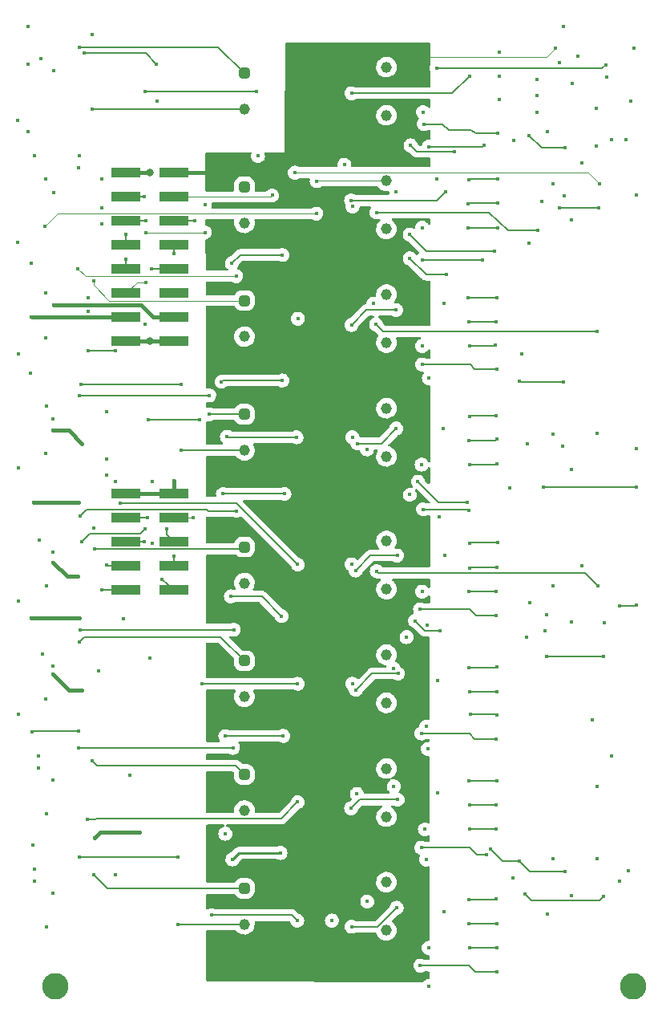
<source format=gbr>
%TF.GenerationSoftware,KiCad,Pcbnew,(6.0.1)*%
%TF.CreationDate,2023-08-04T16:14:03-07:00*%
%TF.ProjectId,pipes_sub,70697065-735f-4737-9562-2e6b69636164,1.2*%
%TF.SameCoordinates,Original*%
%TF.FileFunction,Copper,L1,Top*%
%TF.FilePolarity,Positive*%
%FSLAX46Y46*%
G04 Gerber Fmt 4.6, Leading zero omitted, Abs format (unit mm)*
G04 Created by KiCad (PCBNEW (6.0.1)) date 2023-08-04 16:14:03*
%MOMM*%
%LPD*%
G01*
G04 APERTURE LIST*
G04 Aperture macros list*
%AMRoundRect*
0 Rectangle with rounded corners*
0 $1 Rounding radius*
0 $2 $3 $4 $5 $6 $7 $8 $9 X,Y pos of 4 corners*
0 Add a 4 corners polygon primitive as box body*
4,1,4,$2,$3,$4,$5,$6,$7,$8,$9,$2,$3,0*
0 Add four circle primitives for the rounded corners*
1,1,$1+$1,$2,$3*
1,1,$1+$1,$4,$5*
1,1,$1+$1,$6,$7*
1,1,$1+$1,$8,$9*
0 Add four rect primitives between the rounded corners*
20,1,$1+$1,$2,$3,$4,$5,0*
20,1,$1+$1,$4,$5,$6,$7,0*
20,1,$1+$1,$6,$7,$8,$9,0*
20,1,$1+$1,$8,$9,$2,$3,0*%
G04 Aperture macros list end*
%TA.AperFunction,ComponentPad*%
%ADD10RoundRect,0.287500X-0.287500X-0.287500X0.287500X-0.287500X0.287500X0.287500X-0.287500X0.287500X0*%
%TD*%
%TA.AperFunction,ComponentPad*%
%ADD11C,1.150000*%
%TD*%
%TA.AperFunction,SMDPad,CuDef*%
%ADD12R,3.150000X1.000000*%
%TD*%
%TA.AperFunction,ComponentPad*%
%ADD13C,2.800000*%
%TD*%
%TA.AperFunction,ViaPad*%
%ADD14C,0.450000*%
%TD*%
%TA.AperFunction,ViaPad*%
%ADD15C,0.800000*%
%TD*%
%TA.AperFunction,Conductor*%
%ADD16C,0.400000*%
%TD*%
%TA.AperFunction,Conductor*%
%ADD17C,0.200000*%
%TD*%
%TA.AperFunction,Conductor*%
%ADD18C,0.120000*%
%TD*%
%TA.AperFunction,Conductor*%
%ADD19C,0.250000*%
%TD*%
G04 APERTURE END LIST*
D10*
%TO.P,U26,1,-*%
%TO.N,Net-(R54-Pad1)*%
X65170000Y-124600000D03*
D11*
%TO.P,U26,2,+*%
%TO.N,Net-(U26-Pad2)*%
X65170000Y-128400000D03*
%TO.P,U26,3*%
%TO.N,Net-(R59-Pad2)*%
X80170000Y-123960000D03*
%TO.P,U26,4*%
%TO.N,Net-(C49-Pad2)*%
X80170000Y-129040000D03*
%TD*%
D10*
%TO.P,U27,1,-*%
%TO.N,Net-(R56-Pad1)*%
X65170000Y-86600000D03*
D11*
%TO.P,U27,2,+*%
%TO.N,Net-(U27-Pad2)*%
X65170000Y-90400000D03*
%TO.P,U27,3*%
%TO.N,Net-(R60-Pad2)*%
X80170000Y-85960000D03*
%TO.P,U27,4*%
%TO.N,Net-(C50-Pad2)*%
X80170000Y-91040000D03*
%TD*%
D10*
%TO.P,U21,1,-*%
%TO.N,Net-(R47-Pad1)*%
X65170000Y-74600000D03*
D11*
%TO.P,U21,2,+*%
%TO.N,Net-(U21-Pad2)*%
X65170000Y-78400000D03*
%TO.P,U21,3*%
%TO.N,Net-(R51-Pad2)*%
X80170000Y-73960000D03*
%TO.P,U21,4*%
%TO.N,Net-(U21-Pad4)*%
X80170000Y-79040000D03*
%TD*%
D10*
%TO.P,U22,1,-*%
%TO.N,Net-(R49-Pad1)*%
X65170000Y-50600000D03*
D11*
%TO.P,U22,2,+*%
%TO.N,Net-(U22-Pad2)*%
X65170000Y-54400000D03*
%TO.P,U22,3*%
%TO.N,Net-(R52-Pad2)*%
X80170000Y-49960000D03*
%TO.P,U22,4*%
%TO.N,Net-(U22-Pad4)*%
X80170000Y-55040000D03*
%TD*%
D10*
%TO.P,U20,1,-*%
%TO.N,Net-(R45-Pad1)*%
X65170000Y-112600000D03*
D11*
%TO.P,U20,2,+*%
%TO.N,Net-(U20-Pad2)*%
X65170000Y-116400000D03*
%TO.P,U20,3*%
%TO.N,Net-(R50-Pad2)*%
X80170000Y-111960000D03*
%TO.P,U20,4*%
%TO.N,Net-(U20-Pad4)*%
X80170000Y-117040000D03*
%TD*%
D10*
%TO.P,U28,1,-*%
%TO.N,Net-(R58-Pad1)*%
X65170000Y-62600000D03*
D11*
%TO.P,U28,2,+*%
%TO.N,Net-(U28-Pad2)*%
X65170000Y-66400000D03*
%TO.P,U28,3*%
%TO.N,Net-(R61-Pad2)*%
X80170000Y-61960000D03*
%TO.P,U28,4*%
%TO.N,Net-(U28-Pad4)*%
X80170000Y-67040000D03*
%TD*%
D10*
%TO.P,U33,1,-*%
%TO.N,Net-(R65-Pad1)*%
X65170000Y-100600000D03*
D11*
%TO.P,U33,2,+*%
%TO.N,Net-(U33-Pad2)*%
X65170000Y-104400000D03*
%TO.P,U33,3*%
%TO.N,Net-(R67-Pad2)*%
X80170000Y-99960000D03*
%TO.P,U33,4*%
%TO.N,Net-(C53-Pad2)*%
X80170000Y-105040000D03*
%TD*%
D10*
%TO.P,U32,1,-*%
%TO.N,Net-(R63-Pad1)*%
X65170000Y-136600000D03*
D11*
%TO.P,U32,2,+*%
%TO.N,Net-(U32-Pad2)*%
X65170000Y-140400000D03*
%TO.P,U32,3*%
%TO.N,Net-(R66-Pad2)*%
X80170000Y-135960000D03*
%TO.P,U32,4*%
%TO.N,Net-(U32-Pad4)*%
X80170000Y-141040000D03*
%TD*%
D12*
%TO.P,J4,1,Pin_1*%
%TO.N,VCA1*%
X57725000Y-105080000D03*
%TO.P,J4,2,Pin_2*%
%TO.N,VCA2*%
X52675000Y-105080000D03*
%TO.P,J4,3,Pin_3*%
%TO.N,VCA3*%
X57725000Y-102540000D03*
%TO.P,J4,4,Pin_4*%
%TO.N,VCA4*%
X52675000Y-102540000D03*
%TO.P,J4,5,Pin_5*%
%TO.N,VCA5*%
X57725000Y-100000000D03*
%TO.P,J4,6,Pin_6*%
%TO.N,VCA6*%
X52675000Y-100000000D03*
%TO.P,J4,7,Pin_7*%
%TO.N,VCA7*%
X57725000Y-97460000D03*
%TO.P,J4,8,Pin_8*%
%TO.N,VCA8*%
X52675000Y-97460000D03*
%TO.P,J4,9,Pin_9*%
%TO.N,GND*%
X57725000Y-94920000D03*
%TO.P,J4,10,Pin_10*%
X52675000Y-94920000D03*
%TD*%
%TO.P,J1,1,Pin_1*%
%TO.N,GND*%
X52675000Y-61110000D03*
%TO.P,J1,2,Pin_2*%
%TO.N,+9V*%
X57725000Y-61110000D03*
%TO.P,J1,3,Pin_3*%
%TO.N,1f*%
X52675000Y-63650000D03*
%TO.P,J1,4,Pin_4*%
%TO.N,2f*%
X57725000Y-63650000D03*
%TO.P,J1,5,Pin_5*%
%TO.N,3f*%
X52675000Y-66190000D03*
%TO.P,J1,6,Pin_6*%
%TO.N,4f*%
X57725000Y-66190000D03*
%TO.P,J1,7,Pin_7*%
%TO.N,5f*%
X52675000Y-68730000D03*
%TO.P,J1,8,Pin_8*%
%TO.N,6f*%
X57725000Y-68730000D03*
%TO.P,J1,9,Pin_9*%
%TO.N,7f*%
X52675000Y-71270000D03*
%TO.P,J1,10,Pin_10*%
%TO.N,8f*%
X57725000Y-71270000D03*
%TO.P,J1,11,Pin_11*%
%TO.N,SIG*%
X52675000Y-73810000D03*
%TO.P,J1,12,Pin_12*%
%TO.N,+5V*%
X57725000Y-73810000D03*
%TO.P,J1,13,Pin_13*%
%TO.N,+12V*%
X52675000Y-76350000D03*
%TO.P,J1,14,Pin_14*%
%TO.N,-12V*%
X57725000Y-76350000D03*
%TO.P,J1,15,Pin_15*%
%TO.N,GND*%
X52675000Y-78890000D03*
%TO.P,J1,16,Pin_16*%
X57725000Y-78890000D03*
%TD*%
D13*
%TO.P,TP1,1,1*%
%TO.N,GND*%
X106250000Y-146950000D03*
%TD*%
%TO.P,TP2,1,1*%
%TO.N,GND*%
X45230000Y-146950000D03*
%TD*%
D14*
%TO.N,+12V*%
X98433750Y-49466250D03*
X42692520Y-70647480D03*
X49301250Y-131301250D03*
X97800000Y-104700000D03*
X42295000Y-45675000D03*
X98875000Y-45675000D03*
X42740000Y-120090000D03*
X97800000Y-88700000D03*
X47730000Y-108120000D03*
X47655000Y-95870000D03*
X42900000Y-95870000D03*
X42690000Y-108120000D03*
X97800000Y-62300000D03*
X54100000Y-130650000D03*
X42692520Y-76307480D03*
X42860000Y-132050000D03*
X42550000Y-82240000D03*
X47650000Y-120050000D03*
X42985000Y-59355000D03*
X97800000Y-133500000D03*
%TO.N,-12V*%
X44980000Y-75060000D03*
X44940000Y-101130000D03*
X99695000Y-108505000D03*
X49800000Y-113700000D03*
X48000000Y-89700000D03*
X44940000Y-102200000D03*
X44950000Y-87110000D03*
X44960000Y-114000000D03*
X106000000Y-53515000D03*
X44950000Y-88300000D03*
X48000000Y-115700000D03*
X44940000Y-113130000D03*
X55150000Y-112350000D03*
X99680489Y-137350000D03*
X44985000Y-50355000D03*
X99680489Y-92419511D03*
X44940000Y-125220000D03*
X44940000Y-137160000D03*
X99700000Y-66105000D03*
X44985000Y-63185000D03*
X47600000Y-103700000D03*
%TO.N,OSC6*%
X95000000Y-110100000D03*
X82300000Y-110100000D03*
X80900000Y-113400000D03*
X95325000Y-106475000D03*
%TO.N,OSC3*%
X102450000Y-77850000D03*
X102450000Y-88650000D03*
X79080000Y-77120000D03*
%TO.N,OSC1*%
X70500000Y-61100000D03*
X102700000Y-62300000D03*
%TO.N,OSC7*%
X80950000Y-125850000D03*
X102450000Y-133500000D03*
X102450000Y-125850000D03*
%TO.N,OSC4*%
X78112500Y-90300000D03*
X95075000Y-89675000D03*
%TO.N,OSC2*%
X79100000Y-65300000D03*
X96200000Y-67200000D03*
X96600000Y-64100000D03*
%TO.N,OSC8*%
X93550000Y-135550000D03*
X97200000Y-139300000D03*
X78150000Y-138000000D03*
%TO.N,Net-(R6-Pad1)*%
X76475000Y-52725000D03*
X88955000Y-50895000D03*
%TO.N,SIG*%
X85450000Y-61800000D03*
X61000000Y-64450000D03*
X103355000Y-49705000D03*
X61000000Y-67400000D03*
X54800000Y-67400000D03*
X54800000Y-72700000D03*
X85450000Y-50100000D03*
%TO.N,SIG1*%
X96065000Y-51235000D03*
X41240000Y-55580000D03*
X93600000Y-57700000D03*
%TO.N,SIG2*%
X96065000Y-52935000D03*
X41250000Y-68430000D03*
X95200000Y-68569521D03*
%TO.N,SIG3*%
X94500000Y-80250000D03*
X41310000Y-80200000D03*
X96075000Y-54725000D03*
%TO.N,SIG4*%
X93200000Y-94400000D03*
X41280000Y-92220000D03*
X97150000Y-56800000D03*
%TO.N,SIG5*%
X100790000Y-102610000D03*
X100790000Y-60100000D03*
X41270000Y-106300000D03*
%TO.N,SIG6*%
X102350000Y-58300000D03*
X41320000Y-118240000D03*
X101925489Y-118875489D03*
%TO.N,SIG7*%
X103950000Y-122650000D03*
X103920000Y-57600000D03*
X43445000Y-122625000D03*
%TO.N,Net-(R49-Pad1)*%
X47700000Y-47850000D03*
%TO.N,Net-(R50-Pad2)*%
X43795000Y-111855000D03*
X44140000Y-116640000D03*
%TO.N,Net-(R51-Pad2)*%
X44140000Y-78570000D03*
X44140000Y-73750000D03*
%TO.N,Net-(R52-Pad2)*%
X42339511Y-56740489D03*
X43670000Y-49090000D03*
X42310359Y-49629641D03*
%TO.N,Net-(R56-Pad1)*%
X61450000Y-86600000D03*
X47720000Y-84590000D03*
X61450000Y-84600000D03*
%TO.N,Net-(R58-Pad1)*%
X47675000Y-60625000D03*
%TO.N,Net-(R59-Pad2)*%
X44300000Y-128700000D03*
X43415000Y-123895000D03*
%TO.N,Net-(R60-Pad2)*%
X44210000Y-90760000D03*
X44260000Y-85720000D03*
%TO.N,Net-(R61-Pad2)*%
X72799652Y-61999652D03*
X44120000Y-66750000D03*
X44180000Y-61760000D03*
X72769511Y-65430489D03*
%TO.N,Net-(R66-Pad2)*%
X42990000Y-135880000D03*
X44280000Y-140650000D03*
%TO.N,Net-(R67-Pad2)*%
X43525000Y-99850000D03*
X44300000Y-104700000D03*
%TO.N,OSC5*%
X102505000Y-104695000D03*
X79150000Y-103150000D03*
%TO.N,1f*%
X66450000Y-52500000D03*
X54650000Y-52500000D03*
X54600000Y-63650000D03*
%TO.N,2f*%
X68100000Y-63500000D03*
%TO.N,3f*%
X70825000Y-76525000D03*
X54790000Y-66190000D03*
X54700000Y-77100000D03*
%TO.N,4f*%
X70675000Y-89025000D03*
X63325489Y-88975489D03*
X59940000Y-66190000D03*
%TO.N,5f*%
X52064022Y-95935978D03*
X70800000Y-102450000D03*
X52675000Y-67625000D03*
%TO.N,6f*%
X57725000Y-69625000D03*
X60700000Y-115050000D03*
X70795000Y-115025000D03*
%TO.N,Net-(C3-Pad1)*%
X95200000Y-57200000D03*
X99000000Y-58500000D03*
X92100000Y-53400000D03*
X98935000Y-63565000D03*
X92100000Y-50900000D03*
X92130000Y-48370000D03*
%TO.N,7f*%
X52675000Y-70275000D03*
X70795000Y-127505000D03*
X48550000Y-129300000D03*
%TO.N,8f*%
X61700000Y-139450000D03*
X60400000Y-87200000D03*
X70745000Y-140005000D03*
X55050000Y-87200000D03*
X55370000Y-71270000D03*
%TO.N,SIG8*%
X105500000Y-57600000D03*
X42965000Y-134615000D03*
X105750000Y-134750000D03*
%TO.N,VCA1*%
X55909511Y-53550000D03*
X56450000Y-104050000D03*
%TO.N,VCA2*%
X50080978Y-105080978D03*
X50100000Y-66500000D03*
%TO.N,VCA3*%
X55400000Y-100250000D03*
X51539511Y-93700000D03*
X48689511Y-79910489D03*
X51539511Y-79910489D03*
X55400000Y-93700000D03*
X57750000Y-101600000D03*
%TO.N,VCA4*%
X50650000Y-93000000D03*
X50650000Y-102500000D03*
%TO.N,VCA5*%
X57000000Y-98650000D03*
%TO.N,VCA6*%
X54600000Y-100000000D03*
X52400000Y-108150000D03*
%TO.N,VCA7*%
X53100000Y-124700000D03*
X59740000Y-97460000D03*
%TO.N,VCA8*%
X51580000Y-135150000D03*
X54900000Y-97460000D03*
%TO.N,Net-(C70-Pad1)*%
X98850000Y-83150000D03*
X98825000Y-89925000D03*
X94225000Y-83125000D03*
%TO.N,Net-(R1-Pad2)*%
X102360000Y-54350000D03*
X103450000Y-51000000D03*
%TO.N,Net-(C71-Pad1)*%
X102600000Y-64850000D03*
X98435000Y-64835000D03*
%TO.N,Net-(R8-Pad1)*%
X84100000Y-55975000D03*
X91950000Y-56950000D03*
%TO.N,Net-(R141-Pad1)*%
X87350000Y-58900000D03*
X82725000Y-58225000D03*
%TO.N,Net-(C74-Pad1)*%
X99050000Y-134800000D03*
X94200000Y-133700000D03*
X91175000Y-132475000D03*
%TO.N,Net-(C75-Pad1)*%
X94772141Y-137172141D03*
X103125000Y-137425000D03*
%TO.N,Net-(C76-Pad1)*%
X97075000Y-112175000D03*
X103125000Y-112175000D03*
X96950000Y-109400000D03*
X97125000Y-107725000D03*
X103175000Y-108575000D03*
%TO.N,Net-(R18-Pad1)*%
X78775480Y-74924520D03*
X86275480Y-74924520D03*
%TO.N,+9V*%
X98000000Y-48000000D03*
X84115000Y-73055000D03*
X83850000Y-112040000D03*
X70720000Y-87740000D03*
X70815000Y-138705000D03*
X84030000Y-136550000D03*
D15*
X82640000Y-98030000D03*
D14*
X70835000Y-101125000D03*
X84115000Y-85555000D03*
X70775000Y-51425000D03*
X70885000Y-126205000D03*
X81245000Y-48355000D03*
X70925000Y-113725000D03*
X84100000Y-60300000D03*
X84075000Y-124035000D03*
X70675000Y-75225000D03*
X70785000Y-62725000D03*
%TO.N,Net-(R19-Pad1)*%
X88850000Y-76850000D03*
X91750000Y-76850000D03*
%TO.N,Net-(R22-Pad1)*%
X91850000Y-81800000D03*
X83954520Y-81345480D03*
%TO.N,Net-(R72-Pad1)*%
X88825000Y-74325000D03*
X91800000Y-74300000D03*
%TO.N,Net-(R143-Pad1)*%
X84650000Y-58350000D03*
X84045000Y-54705000D03*
X90450000Y-58250000D03*
%TO.N,Net-(R75-Pad1)*%
X91700000Y-79300000D03*
X88950000Y-79350000D03*
%TO.N,Net-(R79-Pad1)*%
X76450000Y-64030000D03*
X86395000Y-63095000D03*
%TO.N,Net-(R80-Pad1)*%
X91900000Y-64300000D03*
X88765000Y-64365000D03*
%TO.N,Net-(R81-Pad1)*%
X82635000Y-67635000D03*
X91600000Y-69400000D03*
%TO.N,Net-(R83-Pad1)*%
X86205000Y-88095000D03*
X76575000Y-89025000D03*
%TO.N,Net-(R84-Pad1)*%
X88915000Y-89365000D03*
X91800000Y-89200000D03*
%TO.N,Net-(R85-Pad1)*%
X88750000Y-95850000D03*
X83500359Y-93699641D03*
%TO.N,Net-(R87-Pad1)*%
X88875000Y-61825000D03*
X91900000Y-61800000D03*
%TO.N,Net-(R157-Pad2)*%
X48200000Y-48500000D03*
X55900000Y-49650000D03*
%TO.N,Net-(R47-Pad1)*%
X49220000Y-72520000D03*
%TO.N,Net-(U22-Pad4)*%
X75725000Y-60275000D03*
%TO.N,Net-(R90-Pad1)*%
X88795000Y-66905000D03*
X91900000Y-66900000D03*
%TO.N,Net-(R20-Pad2)*%
X63150000Y-120550000D03*
X69275000Y-120525000D03*
X63150000Y-130850000D03*
%TO.N,Net-(R21-Pad2)*%
X62750000Y-83150000D03*
X69175000Y-83025000D03*
%TO.N,Net-(R29-Pad2)*%
X62900000Y-95000000D03*
X69400000Y-95000000D03*
%TO.N,Net-(R30-Pad2)*%
X63850000Y-70650000D03*
X69185000Y-69785000D03*
%TO.N,Net-(R31-Pad2)*%
X68975000Y-132875000D03*
X63900000Y-133550000D03*
%TO.N,Net-(R39-Pad2)*%
X69075000Y-107875000D03*
X63750000Y-105800000D03*
%TO.N,Net-(R92-Pad1)*%
X91750000Y-86750000D03*
X88925000Y-86825000D03*
%TO.N,Net-(R95-Pad1)*%
X88945000Y-91905000D03*
X91800000Y-91800000D03*
%TO.N,Net-(R99-Pad1)*%
X76475000Y-102425000D03*
X86305000Y-101495000D03*
%TO.N,Net-(R100-Pad1)*%
X91800000Y-102750000D03*
X88950000Y-102800000D03*
%TO.N,Net-(R101-Pad1)*%
X91750000Y-107850000D03*
X83725480Y-107174520D03*
%TO.N,Net-(R103-Pad1)*%
X77046891Y-126646891D03*
X85600000Y-126575000D03*
%TO.N,Net-(R104-Pad1)*%
X88995000Y-127845000D03*
X91750000Y-127850000D03*
%TO.N,Net-(R105-Pad1)*%
X90750000Y-133100000D03*
X83850000Y-132325480D03*
%TO.N,Net-(R107-Pad1)*%
X88925000Y-100225000D03*
X91900000Y-100150000D03*
%TO.N,Net-(R110-Pad1)*%
X91750000Y-105250000D03*
X88895000Y-105305000D03*
%TO.N,Net-(R112-Pad1)*%
X88845000Y-125305000D03*
X91800000Y-125250000D03*
%TO.N,Net-(R115-Pad1)*%
X91750000Y-130350000D03*
X88985000Y-130385000D03*
%TO.N,Net-(R119-Pad1)*%
X86225000Y-139075000D03*
X74405000Y-140005000D03*
%TO.N,Net-(R120-Pad1)*%
X88895000Y-140345000D03*
X91850000Y-140300000D03*
%TO.N,Net-(R121-Pad1)*%
X83750000Y-144754520D03*
X91850000Y-145400000D03*
%TO.N,Net-(R123-Pad1)*%
X85600000Y-114700000D03*
X76575000Y-115025000D03*
%TO.N,Net-(R124-Pad1)*%
X88935000Y-115865000D03*
X91800000Y-115850000D03*
%TO.N,Net-(R125-Pad1)*%
X83875480Y-120274520D03*
X91750000Y-120850000D03*
%TO.N,Net-(R127-Pad1)*%
X91750000Y-137750000D03*
X88905000Y-137805000D03*
%TO.N,Net-(R130-Pad1)*%
X91800000Y-142850000D03*
X88950000Y-142900000D03*
%TO.N,Net-(R132-Pad1)*%
X91850000Y-113250000D03*
X88875000Y-113325000D03*
%TO.N,Net-(R135-Pad1)*%
X91800000Y-118350000D03*
X89050000Y-118250000D03*
%TO.N,Net-(R144-Pad1)*%
X84650000Y-82800000D03*
X83955000Y-79405000D03*
%TO.N,Net-(R145-Pad1)*%
X86475000Y-71875000D03*
X82635000Y-70135000D03*
%TO.N,Net-(R146-Pad1)*%
X82635000Y-95085000D03*
X85750000Y-97400000D03*
%TO.N,Net-(R147-Pad1)*%
X83945000Y-70295000D03*
X90350000Y-70350000D03*
X83945000Y-66905000D03*
%TO.N,Net-(R148-Pad1)*%
X83895000Y-91905000D03*
X88850000Y-96700000D03*
X84024870Y-96625130D03*
%TO.N,Net-(U5-Pad4)*%
X81205000Y-75595000D03*
X76475000Y-77175000D03*
%TO.N,Net-(R149-Pad1)*%
X85800000Y-109450000D03*
X83170000Y-108380000D03*
%TO.N,Net-(U10-Pad4)*%
X77100000Y-89675000D03*
X81200000Y-88095000D03*
%TO.N,Net-(U11-Pad4)*%
X76600000Y-64675000D03*
X81200000Y-63100000D03*
%TO.N,Net-(U12-Pad4)*%
X81350000Y-127250000D03*
X76445000Y-128155000D03*
%TO.N,Net-(R151-Pad1)*%
X83955000Y-105305000D03*
X84500000Y-108850000D03*
%TO.N,Net-(R152-Pad1)*%
X84374511Y-133575489D03*
X84235000Y-130385000D03*
%TO.N,Net-(U17-Pad4)*%
X81305000Y-101495000D03*
X76925000Y-103075000D03*
%TO.N,Net-(R155-Pad1)*%
X84635000Y-142885000D03*
X84635000Y-146935000D03*
%TO.N,Net-(R156-Pad1)*%
X84550000Y-121900000D03*
X84350000Y-119550000D03*
D15*
%TO.N,GND*%
X55190000Y-61110000D03*
X55210000Y-78890000D03*
D14*
X57700000Y-93600000D03*
%TO.N,Net-(U4-Pad4)*%
X81400000Y-113950000D03*
X76925000Y-115675000D03*
%TO.N,Net-(R45-Pad1)*%
X47730000Y-110600000D03*
%TO.N,Net-(R54-Pad1)*%
X49100000Y-123180000D03*
%TO.N,Net-(R65-Pad1)*%
X49280000Y-98580000D03*
X49300000Y-100800000D03*
%TO.N,Net-(U16-Pad4)*%
X81250000Y-138650000D03*
X76495000Y-140655000D03*
%TO.N,Net-(R139-Pad1)*%
X100425000Y-48775000D03*
X99800000Y-51700000D03*
%TO.N,-9V*%
X106600000Y-63500000D03*
X106600000Y-106750000D03*
X106600000Y-94250000D03*
X106600000Y-90200000D03*
X104825000Y-106775000D03*
X96750000Y-94250000D03*
X104775000Y-135825000D03*
X106300000Y-48000000D03*
%TO.N,Net-(R63-Pad1)*%
X49220000Y-135140000D03*
%TO.N,Net-(U28-Pad2)*%
X66600000Y-59355000D03*
X47745000Y-59355000D03*
%TO.N,Net-(U20-Pad2)*%
X64040000Y-109315000D03*
X47790000Y-109315000D03*
%TO.N,Net-(U21-Pad2)*%
X64295480Y-72029520D03*
X47593000Y-71247000D03*
%TO.N,Net-(U22-Pad2)*%
X49121069Y-54371069D03*
X49121069Y-46550000D03*
%TO.N,Net-(U26-Pad2)*%
X47630000Y-121790000D03*
X63960000Y-121790000D03*
%TO.N,Net-(U32-Pad2)*%
X47715000Y-133345000D03*
X58120000Y-133345000D03*
X58120000Y-140420000D03*
%TO.N,Net-(U33-Pad2)*%
X47825000Y-97315000D03*
X64295480Y-96779520D03*
%TO.N,Net-(U27-Pad2)*%
X58500000Y-90375000D03*
X47860000Y-83440000D03*
X58500000Y-83425000D03*
%TO.N,Net-(R159-Pad2)*%
X48700000Y-75700000D03*
X48675000Y-74300000D03*
%TO.N,Net-(R163-Pad2)*%
X50650000Y-86300000D03*
X50650000Y-91300000D03*
%TO.N,Net-(R164-Pad2)*%
X50080978Y-61769022D03*
X50100000Y-64850000D03*
%TO.N,Net-(R169-Pad2)*%
X54700000Y-98650000D03*
X48000000Y-100025000D03*
%TD*%
D16*
%TO.N,+12V*%
X42900000Y-95870000D02*
X47655000Y-95870000D01*
D17*
X42780000Y-120050000D02*
X47650000Y-120050000D01*
D16*
X52675000Y-76350000D02*
X42750000Y-76350000D01*
X49952500Y-130650000D02*
X54100000Y-130650000D01*
X42690000Y-108120000D02*
X47730000Y-108120000D01*
X49301250Y-131301250D02*
X49952500Y-130650000D01*
%TO.N,-12V*%
X44980000Y-75060000D02*
X54259022Y-75060000D01*
X55549022Y-76350000D02*
X57725000Y-76350000D01*
X54259022Y-75060000D02*
X55549022Y-76350000D01*
X48000000Y-115700000D02*
X46660000Y-115700000D01*
X46660000Y-115700000D02*
X44960000Y-114000000D01*
X46600000Y-88300000D02*
X48000000Y-89700000D01*
X44950000Y-88300000D02*
X46600000Y-88300000D01*
X46440000Y-103700000D02*
X44940000Y-102200000D01*
X47600000Y-103700000D02*
X46440000Y-103700000D01*
D17*
%TO.N,OSC3*%
X79080000Y-77120000D02*
X79810000Y-77850000D01*
X79810000Y-77850000D02*
X102450000Y-77850000D01*
D18*
%TO.N,OSC1*%
X102700000Y-62300000D02*
X101485489Y-61085489D01*
X70514511Y-61085489D02*
X70500000Y-61100000D01*
X101485489Y-61085489D02*
X70514511Y-61085489D01*
D17*
%TO.N,OSC2*%
X93000000Y-67200000D02*
X96200000Y-67200000D01*
X79100000Y-65300000D02*
X91006416Y-65300000D01*
X91006416Y-65300000D02*
X93000000Y-67200000D01*
%TO.N,Net-(R6-Pad1)*%
X76475000Y-52725000D02*
X87125000Y-52725000D01*
X87125000Y-52725000D02*
X88955000Y-50895000D01*
%TO.N,SIG*%
X102960000Y-50100000D02*
X103355000Y-49705000D01*
X85450000Y-50100000D02*
X102960000Y-50100000D01*
D18*
X53785000Y-72700000D02*
X54800000Y-72700000D01*
X54800000Y-67400000D02*
X61000000Y-67400000D01*
X52675000Y-73810000D02*
X53785000Y-72700000D01*
D17*
%TO.N,Net-(R49-Pad1)*%
X62420000Y-47850000D02*
X65170000Y-50600000D01*
X47700000Y-47850000D02*
X62420000Y-47850000D01*
%TO.N,Net-(R56-Pad1)*%
X47720000Y-84590000D02*
X61450000Y-84600000D01*
X65170000Y-86600000D02*
X61450000Y-86600000D01*
D18*
%TO.N,Net-(R61-Pad2)*%
X44120000Y-66750000D02*
X45439511Y-65430489D01*
X72800000Y-61960000D02*
X80170000Y-61960000D01*
X45439511Y-65430489D02*
X72769511Y-65430489D01*
X72799652Y-61999652D02*
X72800000Y-61960000D01*
D17*
%TO.N,OSC5*%
X101134511Y-103324511D02*
X102505000Y-104695000D01*
X79324511Y-103324511D02*
X101134511Y-103324511D01*
X79150000Y-103150000D02*
X79324511Y-103324511D01*
%TO.N,1f*%
X54650000Y-52500000D02*
X66425000Y-52525000D01*
X52675000Y-63650000D02*
X54600000Y-63650000D01*
D18*
%TO.N,2f*%
X57725000Y-63650000D02*
X67950000Y-63650000D01*
X67950000Y-63650000D02*
X68100000Y-63500000D01*
D17*
%TO.N,3f*%
X52675000Y-66190000D02*
X54790000Y-66190000D01*
%TO.N,4f*%
X63375000Y-89025000D02*
X70675000Y-89025000D01*
X57725000Y-66190000D02*
X59940000Y-66190000D01*
X63325489Y-88975489D02*
X63375000Y-89025000D01*
%TO.N,5f*%
X64285978Y-95935978D02*
X70800000Y-102450000D01*
X52675000Y-68730000D02*
X52675000Y-67625000D01*
X52064022Y-95935978D02*
X64285978Y-95935978D01*
%TO.N,6f*%
X57725000Y-68730000D02*
X57725000Y-69625000D01*
X70770000Y-115050000D02*
X70795000Y-115025000D01*
X60700000Y-115050000D02*
X70770000Y-115050000D01*
%TO.N,Net-(C3-Pad1)*%
X95200000Y-57200000D02*
X96600000Y-58500000D01*
X96600000Y-58500000D02*
X99000000Y-58500000D01*
%TO.N,7f*%
X50324511Y-129274511D02*
X69025489Y-129274511D01*
X48550000Y-129300000D02*
X50324511Y-129274511D01*
X69025489Y-129274511D02*
X70795000Y-127505000D01*
X52675000Y-71270000D02*
X52675000Y-70275000D01*
%TO.N,8f*%
X55050000Y-87200000D02*
X60400000Y-87200000D01*
X70190000Y-139450000D02*
X70745000Y-140005000D01*
X57725000Y-71270000D02*
X55370000Y-71270000D01*
X61700000Y-139450000D02*
X70190000Y-139450000D01*
%TO.N,VCA1*%
X57725000Y-105080000D02*
X56450000Y-104050000D01*
%TO.N,VCA2*%
X50081956Y-105080000D02*
X50080978Y-105080978D01*
X52675000Y-105080000D02*
X50081956Y-105080000D01*
%TO.N,VCA3*%
X51539511Y-79910489D02*
X48689511Y-79910489D01*
X57725000Y-102540000D02*
X57725000Y-101575000D01*
%TO.N,VCA4*%
X50620978Y-102540000D02*
X52675000Y-102540000D01*
X50650000Y-102500000D02*
X50620978Y-102540000D01*
%TO.N,VCA5*%
X57000000Y-99275000D02*
X57725000Y-100000000D01*
X57000000Y-98650000D02*
X57000000Y-99275000D01*
%TO.N,VCA6*%
X52675000Y-100000000D02*
X54600000Y-100000000D01*
D18*
%TO.N,VCA7*%
X57725000Y-97460000D02*
X59740000Y-97460000D01*
D17*
%TO.N,VCA8*%
X52675000Y-97460000D02*
X54900000Y-97460000D01*
%TO.N,Net-(C70-Pad1)*%
X94250000Y-83150000D02*
X98850000Y-83150000D01*
X94225000Y-83125000D02*
X94250000Y-83150000D01*
%TO.N,Net-(C71-Pad1)*%
X102600000Y-64850000D02*
X102450000Y-64835000D01*
X102450000Y-64835000D02*
X98435000Y-64835000D01*
%TO.N,Net-(R8-Pad1)*%
X86064283Y-55975000D02*
X86734763Y-56645480D01*
X89045480Y-56645480D02*
X89600000Y-56950000D01*
X84100000Y-55975000D02*
X86064283Y-55975000D01*
X89600000Y-56950000D02*
X91950000Y-56950000D01*
X86734763Y-56645480D02*
X89045480Y-56645480D01*
%TO.N,Net-(R141-Pad1)*%
X83400000Y-58900000D02*
X87350000Y-58900000D01*
X82725000Y-58225000D02*
X83400000Y-58900000D01*
%TO.N,Net-(C74-Pad1)*%
X99050000Y-134800000D02*
X95300000Y-134800000D01*
X92400000Y-133700000D02*
X94200000Y-133700000D01*
X91175000Y-132475000D02*
X92400000Y-133700000D01*
X95300000Y-134800000D02*
X94200000Y-133700000D01*
%TO.N,Net-(C75-Pad1)*%
X94772141Y-137172141D02*
X95474511Y-137874511D01*
X102675489Y-137874511D02*
X103125000Y-137425000D01*
X95474511Y-137874511D02*
X102675489Y-137874511D01*
%TO.N,Net-(C76-Pad1)*%
X97075000Y-112175000D02*
X103125000Y-112175000D01*
D18*
%TO.N,+9V*%
X98000000Y-48000000D02*
X97100000Y-48900000D01*
D16*
X57725000Y-61110000D02*
X61710000Y-61110000D01*
D18*
X97100000Y-48900000D02*
X81790000Y-48900000D01*
X81790000Y-48900000D02*
X81245000Y-48355000D01*
D17*
%TO.N,Net-(R19-Pad1)*%
X88850000Y-76850000D02*
X91750000Y-76850000D01*
%TO.N,Net-(R22-Pad1)*%
X83954520Y-81345480D02*
X89045480Y-81345480D01*
X89045480Y-81345480D02*
X89500000Y-81800000D01*
X89500000Y-81800000D02*
X91850000Y-81800000D01*
%TO.N,Net-(R72-Pad1)*%
X88850000Y-74300000D02*
X91800000Y-74300000D01*
X88825000Y-74325000D02*
X88850000Y-74300000D01*
%TO.N,Net-(R143-Pad1)*%
X90350000Y-58350000D02*
X90450000Y-58250000D01*
X84650000Y-58350000D02*
X90350000Y-58350000D01*
%TO.N,Net-(R75-Pad1)*%
X91650000Y-79350000D02*
X91700000Y-79300000D01*
X88950000Y-79350000D02*
X91650000Y-79350000D01*
%TO.N,Net-(R79-Pad1)*%
X76450000Y-64030000D02*
X85460000Y-64030000D01*
X85460000Y-64030000D02*
X86395000Y-63095000D01*
%TO.N,Net-(R80-Pad1)*%
X88765000Y-64365000D02*
X88830000Y-64300000D01*
X88830000Y-64300000D02*
X91900000Y-64300000D01*
%TO.N,Net-(R81-Pad1)*%
X84400000Y-69400000D02*
X91600000Y-69400000D01*
X82635000Y-67635000D02*
X84400000Y-69400000D01*
%TO.N,Net-(R84-Pad1)*%
X91635000Y-89365000D02*
X91800000Y-89200000D01*
X88915000Y-89365000D02*
X91635000Y-89365000D01*
%TO.N,Net-(R85-Pad1)*%
X83500359Y-93699641D02*
X85650717Y-95850000D01*
X85650717Y-95850000D02*
X88750000Y-95850000D01*
%TO.N,Net-(R87-Pad1)*%
X88875000Y-61825000D02*
X88900000Y-61800000D01*
X88900000Y-61800000D02*
X91900000Y-61800000D01*
%TO.N,Net-(R157-Pad2)*%
X54750000Y-48500000D02*
X48200000Y-48500000D01*
X55900000Y-49650000D02*
X54750000Y-48500000D01*
D18*
%TO.N,Net-(R47-Pad1)*%
X50870978Y-74600000D02*
X65170000Y-74600000D01*
X49220000Y-72949022D02*
X50870978Y-74600000D01*
X49220000Y-72520000D02*
X49220000Y-72949022D01*
D17*
%TO.N,Net-(R90-Pad1)*%
X91895000Y-66905000D02*
X91900000Y-66900000D01*
X88795000Y-66905000D02*
X91895000Y-66905000D01*
%TO.N,Net-(R20-Pad2)*%
X63150000Y-120550000D02*
X63300000Y-120525000D01*
X63300000Y-120525000D02*
X69300000Y-120525000D01*
%TO.N,Net-(R21-Pad2)*%
X62875000Y-83025000D02*
X69175000Y-83025000D01*
%TO.N,Net-(R29-Pad2)*%
X62900000Y-95000000D02*
X69400000Y-95000000D01*
%TO.N,Net-(R30-Pad2)*%
X63850000Y-70650000D02*
X64715000Y-69785000D01*
X64715000Y-69785000D02*
X69185000Y-69785000D01*
D19*
%TO.N,Net-(R31-Pad2)*%
X64675000Y-132875000D02*
X68975000Y-132875000D01*
X63900000Y-133550000D02*
X64612500Y-132875000D01*
D17*
%TO.N,Net-(R39-Pad2)*%
X67000000Y-105800000D02*
X69075000Y-107875000D01*
X63750000Y-105800000D02*
X67000000Y-105800000D01*
%TO.N,Net-(R92-Pad1)*%
X89000000Y-86750000D02*
X91750000Y-86750000D01*
X88925000Y-86825000D02*
X89000000Y-86750000D01*
%TO.N,Net-(R95-Pad1)*%
X88945000Y-91905000D02*
X91695000Y-91905000D01*
X91695000Y-91905000D02*
X91800000Y-91800000D01*
%TO.N,Net-(R100-Pad1)*%
X89000000Y-102750000D02*
X91800000Y-102750000D01*
X88950000Y-102800000D02*
X89000000Y-102750000D01*
%TO.N,Net-(R101-Pad1)*%
X89600000Y-107850000D02*
X91750000Y-107850000D01*
X83725480Y-107174520D02*
X88924520Y-107174520D01*
X88924520Y-107174520D02*
X89600000Y-107850000D01*
%TO.N,Net-(R104-Pad1)*%
X88995000Y-127845000D02*
X91745000Y-127845000D01*
X91745000Y-127845000D02*
X91750000Y-127850000D01*
%TO.N,Net-(R105-Pad1)*%
X89750000Y-133100000D02*
X90750000Y-133100000D01*
X88975480Y-132325480D02*
X89750000Y-133100000D01*
X83850000Y-132325480D02*
X88975480Y-132325480D01*
%TO.N,Net-(R107-Pad1)*%
X88925000Y-100225000D02*
X89000000Y-100150000D01*
X89000000Y-100150000D02*
X91900000Y-100150000D01*
%TO.N,Net-(R110-Pad1)*%
X88895000Y-105305000D02*
X91695000Y-105305000D01*
%TO.N,Net-(R112-Pad1)*%
X91745000Y-125305000D02*
X91800000Y-125250000D01*
X88845000Y-125305000D02*
X91745000Y-125305000D01*
%TO.N,Net-(R115-Pad1)*%
X88985000Y-130385000D02*
X91715000Y-130385000D01*
X91715000Y-130385000D02*
X91750000Y-130350000D01*
%TO.N,Net-(R120-Pad1)*%
X91805000Y-140345000D02*
X91850000Y-140300000D01*
X88895000Y-140345000D02*
X91805000Y-140345000D01*
%TO.N,Net-(R121-Pad1)*%
X89550000Y-145400000D02*
X88904520Y-144754520D01*
X91850000Y-145400000D02*
X89550000Y-145400000D01*
X88904520Y-144754520D02*
X83750000Y-144754520D01*
%TO.N,Net-(R124-Pad1)*%
X88935000Y-115865000D02*
X88950000Y-115850000D01*
X88950000Y-115850000D02*
X91800000Y-115850000D01*
%TO.N,Net-(R125-Pad1)*%
X89500000Y-120850000D02*
X91750000Y-120850000D01*
X88924520Y-120274520D02*
X89500000Y-120850000D01*
X83875480Y-120274520D02*
X88924520Y-120274520D01*
%TO.N,Net-(R127-Pad1)*%
X88905000Y-137805000D02*
X91695000Y-137805000D01*
X91695000Y-137805000D02*
X91750000Y-137750000D01*
%TO.N,Net-(R130-Pad1)*%
X88950000Y-142900000D02*
X91750000Y-142900000D01*
X91750000Y-142900000D02*
X91800000Y-142850000D01*
%TO.N,Net-(R132-Pad1)*%
X88875000Y-113325000D02*
X91775000Y-113325000D01*
X91775000Y-113325000D02*
X91850000Y-113250000D01*
%TO.N,Net-(R135-Pad1)*%
X89050000Y-118250000D02*
X91700000Y-118250000D01*
%TO.N,Net-(R145-Pad1)*%
X84375000Y-71875000D02*
X86475000Y-71875000D01*
X82635000Y-70135000D02*
X84375000Y-71875000D01*
%TO.N,Net-(R147-Pad1)*%
X83945000Y-70295000D02*
X90295000Y-70295000D01*
X90295000Y-70295000D02*
X90350000Y-70350000D01*
%TO.N,Net-(R148-Pad1)*%
X84024870Y-96625130D02*
X88775130Y-96625130D01*
X88775130Y-96625130D02*
X88850000Y-96700000D01*
%TO.N,Net-(U5-Pad4)*%
X76475000Y-77175000D02*
X78055000Y-75595000D01*
X78055000Y-75595000D02*
X81205000Y-75595000D01*
%TO.N,Net-(R149-Pad1)*%
X83170000Y-108380000D02*
X84240000Y-109450000D01*
X84240000Y-109450000D02*
X85800000Y-109450000D01*
%TO.N,Net-(U10-Pad4)*%
X77100000Y-89675000D02*
X79620000Y-89675000D01*
X79620000Y-89675000D02*
X81200000Y-88095000D01*
%TO.N,Net-(U12-Pad4)*%
X76445000Y-128155000D02*
X77350000Y-127250000D01*
X77350000Y-127250000D02*
X81350000Y-127250000D01*
%TO.N,Net-(U17-Pad4)*%
X76925000Y-103075000D02*
X78505000Y-101495000D01*
X78505000Y-101495000D02*
X81305000Y-101495000D01*
D16*
%TO.N,GND*%
X55180000Y-94920000D02*
X57725000Y-94920000D01*
X55210000Y-78890000D02*
X57725000Y-78890000D01*
X52675000Y-78890000D02*
X55210000Y-78890000D01*
X57725000Y-94920000D02*
X57725000Y-93625000D01*
X52675000Y-94920000D02*
X55180000Y-94920000D01*
X52675000Y-61110000D02*
X55190000Y-61110000D01*
D17*
%TO.N,Net-(U4-Pad4)*%
X76925000Y-115675000D02*
X78650000Y-113950000D01*
X78650000Y-113950000D02*
X81400000Y-113950000D01*
%TO.N,Net-(R45-Pad1)*%
X62645489Y-110075489D02*
X65170000Y-112600000D01*
X47730000Y-110600000D02*
X48254511Y-110075489D01*
X48254511Y-110075489D02*
X62645489Y-110075489D01*
%TO.N,Net-(R54-Pad1)*%
X49100000Y-123180000D02*
X49594511Y-123674511D01*
X49594511Y-123674511D02*
X64244511Y-123674511D01*
X64244511Y-123674511D02*
X65170000Y-124600000D01*
%TO.N,Net-(R65-Pad1)*%
X49300000Y-100800000D02*
X64970000Y-100800000D01*
X64970000Y-100800000D02*
X65170000Y-100600000D01*
%TO.N,Net-(U16-Pad4)*%
X76495000Y-140655000D02*
X79245000Y-140655000D01*
X79245000Y-140655000D02*
X81250000Y-138650000D01*
%TO.N,-9V*%
X96750000Y-94250000D02*
X106600000Y-94250000D01*
X104825000Y-106775000D02*
X106575000Y-106775000D01*
X106575000Y-106775000D02*
X106600000Y-106750000D01*
%TO.N,Net-(R63-Pad1)*%
X49220000Y-135140000D02*
X50680000Y-136600000D01*
X50680000Y-136600000D02*
X65170000Y-136600000D01*
%TO.N,Net-(U20-Pad2)*%
X47790000Y-109315000D02*
X64040000Y-109315000D01*
D18*
%TO.N,Net-(U21-Pad2)*%
X48375511Y-72029511D02*
X64295480Y-72029511D01*
X47593000Y-71247000D02*
X48375511Y-72029511D01*
D17*
%TO.N,Net-(U22-Pad2)*%
X49121069Y-54371069D02*
X49150000Y-54400000D01*
X49150000Y-54400000D02*
X65170000Y-54400000D01*
%TO.N,Net-(U26-Pad2)*%
X47630000Y-121790000D02*
X63960000Y-121790000D01*
%TO.N,Net-(U32-Pad2)*%
X58140000Y-140400000D02*
X65170000Y-140400000D01*
X47715000Y-133345000D02*
X58120000Y-133345000D01*
X58120000Y-140420000D02*
X58140000Y-140400000D01*
%TO.N,Net-(U33-Pad2)*%
X61349520Y-96779520D02*
X61230489Y-96660489D01*
X64295480Y-96779520D02*
X61349520Y-96779520D01*
X47825000Y-97315000D02*
X48479511Y-96660489D01*
X48479511Y-96660489D02*
X61230489Y-96660489D01*
%TO.N,Net-(U27-Pad2)*%
X47860000Y-83440000D02*
X55010000Y-83440000D01*
X58525000Y-90400000D02*
X65170000Y-90400000D01*
X58500000Y-90375000D02*
X58525000Y-90400000D01*
X55010000Y-83440000D02*
X58500000Y-83425000D01*
%TO.N,Net-(R169-Pad2)*%
X48000000Y-100025000D02*
X48824511Y-99200489D01*
X48824511Y-99200489D02*
X54149511Y-99200489D01*
X54149511Y-99200489D02*
X54700000Y-98650000D01*
%TD*%
%TA.AperFunction,Conductor*%
%TO.N,+9V*%
G36*
X76671476Y-47408712D02*
G01*
X84721140Y-47410723D01*
X84789256Y-47430742D01*
X84835736Y-47484409D01*
X84847109Y-47536877D01*
X84844595Y-49564865D01*
X84844491Y-49648513D01*
X84824402Y-49716612D01*
X84788838Y-49771797D01*
X84769114Y-49825989D01*
X84734966Y-49919809D01*
X84734965Y-49919814D01*
X84732556Y-49926432D01*
X84711931Y-50089694D01*
X84727989Y-50253468D01*
X84779932Y-50409615D01*
X84783582Y-50415642D01*
X84783583Y-50415644D01*
X84825149Y-50484278D01*
X84843373Y-50549705D01*
X84842758Y-51045822D01*
X84841591Y-51987711D01*
X84841587Y-51990656D01*
X84821500Y-52058752D01*
X84767787Y-52105178D01*
X84715587Y-52116500D01*
X76921753Y-52116500D01*
X76854238Y-52096885D01*
X76798580Y-52061563D01*
X76742251Y-52041505D01*
X76650189Y-52008723D01*
X76650187Y-52008722D01*
X76643555Y-52006361D01*
X76636569Y-52005528D01*
X76636565Y-52005527D01*
X76511845Y-51990656D01*
X76480153Y-51986877D01*
X76473150Y-51987613D01*
X76473149Y-51987613D01*
X76429935Y-51992155D01*
X76316495Y-52004078D01*
X76309827Y-52006348D01*
X76167382Y-52054840D01*
X76167379Y-52054841D01*
X76160715Y-52057110D01*
X76020555Y-52143337D01*
X75902982Y-52258473D01*
X75813838Y-52396797D01*
X75811427Y-52403420D01*
X75811426Y-52403423D01*
X75759966Y-52544809D01*
X75759965Y-52544814D01*
X75757556Y-52551432D01*
X75736931Y-52714694D01*
X75752989Y-52878468D01*
X75804932Y-53034615D01*
X75808581Y-53040640D01*
X75880175Y-53158854D01*
X75890179Y-53175373D01*
X75895070Y-53180438D01*
X75895071Y-53180439D01*
X75936234Y-53223065D01*
X76004491Y-53293747D01*
X76142189Y-53383854D01*
X76296428Y-53441215D01*
X76303409Y-53442146D01*
X76303411Y-53442147D01*
X76452561Y-53462048D01*
X76452565Y-53462048D01*
X76459542Y-53462979D01*
X76466553Y-53462341D01*
X76466557Y-53462341D01*
X76616403Y-53448704D01*
X76616404Y-53448704D01*
X76623424Y-53448065D01*
X76652062Y-53438760D01*
X76773230Y-53399390D01*
X76773233Y-53399389D01*
X76779929Y-53397213D01*
X76856997Y-53351271D01*
X76921515Y-53333500D01*
X84713766Y-53333500D01*
X84781887Y-53353502D01*
X84828380Y-53407158D01*
X84839765Y-53459654D01*
X84838901Y-54156721D01*
X84838900Y-54157899D01*
X84818813Y-54225995D01*
X84765100Y-54272421D01*
X84694814Y-54282438D01*
X84630270Y-54252865D01*
X84623791Y-54246192D01*
X84623476Y-54246505D01*
X84512486Y-54134737D01*
X84512482Y-54134734D01*
X84507522Y-54129739D01*
X84368580Y-54041563D01*
X84319447Y-54024068D01*
X84220189Y-53988723D01*
X84220187Y-53988722D01*
X84213555Y-53986361D01*
X84206569Y-53985528D01*
X84206565Y-53985527D01*
X84092071Y-53971875D01*
X84050153Y-53966877D01*
X84043150Y-53967613D01*
X84043149Y-53967613D01*
X83999935Y-53972155D01*
X83886495Y-53984078D01*
X83879827Y-53986348D01*
X83737382Y-54034840D01*
X83737379Y-54034841D01*
X83730715Y-54037110D01*
X83590555Y-54123337D01*
X83472982Y-54238473D01*
X83383838Y-54376797D01*
X83381427Y-54383420D01*
X83381426Y-54383423D01*
X83329966Y-54524809D01*
X83329965Y-54524814D01*
X83327556Y-54531432D01*
X83306931Y-54694694D01*
X83322989Y-54858468D01*
X83374932Y-55014615D01*
X83378581Y-55020640D01*
X83422550Y-55093240D01*
X83460179Y-55155373D01*
X83465070Y-55160438D01*
X83465071Y-55160439D01*
X83483447Y-55179468D01*
X83574491Y-55273747D01*
X83574228Y-55274001D01*
X83611687Y-55329452D01*
X83613314Y-55400430D01*
X83579794Y-55457735D01*
X83527982Y-55508473D01*
X83438838Y-55646797D01*
X83436427Y-55653420D01*
X83436426Y-55653423D01*
X83384966Y-55794809D01*
X83384965Y-55794814D01*
X83382556Y-55801432D01*
X83361931Y-55964694D01*
X83377989Y-56128468D01*
X83429932Y-56284615D01*
X83515179Y-56425373D01*
X83629491Y-56543747D01*
X83767189Y-56633854D01*
X83921428Y-56691215D01*
X83928409Y-56692146D01*
X83928411Y-56692147D01*
X84077561Y-56712048D01*
X84077565Y-56712048D01*
X84084542Y-56712979D01*
X84091553Y-56712341D01*
X84091557Y-56712341D01*
X84241403Y-56698704D01*
X84241404Y-56698704D01*
X84248424Y-56698065D01*
X84277062Y-56688760D01*
X84398230Y-56649390D01*
X84398233Y-56649389D01*
X84404929Y-56647213D01*
X84481997Y-56601271D01*
X84546515Y-56583500D01*
X84709736Y-56583500D01*
X84777857Y-56603502D01*
X84824350Y-56657158D01*
X84835736Y-56709656D01*
X84834766Y-57491533D01*
X84814679Y-57559629D01*
X84760966Y-57606055D01*
X84693848Y-57616491D01*
X84655153Y-57611877D01*
X84648150Y-57612613D01*
X84648149Y-57612613D01*
X84611253Y-57616491D01*
X84491495Y-57629078D01*
X84484827Y-57631348D01*
X84342382Y-57679840D01*
X84342379Y-57679841D01*
X84335715Y-57682110D01*
X84195555Y-57768337D01*
X84077982Y-57883473D01*
X83988838Y-58021797D01*
X83986427Y-58028420D01*
X83986426Y-58028423D01*
X83974400Y-58061466D01*
X83932556Y-58176432D01*
X83931673Y-58183425D01*
X83930017Y-58190268D01*
X83928217Y-58189833D01*
X83903562Y-58246367D01*
X83844503Y-58285769D01*
X83806936Y-58291500D01*
X83704239Y-58291500D01*
X83636118Y-58271498D01*
X83615144Y-58254595D01*
X83476170Y-58115621D01*
X83446037Y-58061035D01*
X83444798Y-58061466D01*
X83392998Y-57912717D01*
X83390680Y-57906060D01*
X83303476Y-57766505D01*
X83224090Y-57686563D01*
X83192486Y-57654737D01*
X83192482Y-57654734D01*
X83187522Y-57649739D01*
X83048580Y-57561563D01*
X82999447Y-57544068D01*
X82900189Y-57508723D01*
X82900187Y-57508722D01*
X82893555Y-57506361D01*
X82886569Y-57505528D01*
X82886565Y-57505527D01*
X82769200Y-57491533D01*
X82730153Y-57486877D01*
X82723150Y-57487613D01*
X82723149Y-57487613D01*
X82685854Y-57491533D01*
X82566495Y-57504078D01*
X82559827Y-57506348D01*
X82417382Y-57554840D01*
X82417379Y-57554841D01*
X82410715Y-57557110D01*
X82270555Y-57643337D01*
X82152982Y-57758473D01*
X82063838Y-57896797D01*
X82061427Y-57903420D01*
X82061426Y-57903423D01*
X82009966Y-58044809D01*
X82009965Y-58044814D01*
X82007556Y-58051432D01*
X81986931Y-58214694D01*
X82002989Y-58378468D01*
X82054932Y-58534615D01*
X82058581Y-58540640D01*
X82128977Y-58656876D01*
X82140179Y-58675373D01*
X82254491Y-58793747D01*
X82392189Y-58883854D01*
X82546428Y-58941215D01*
X82553414Y-58942147D01*
X82557055Y-58943055D01*
X82615669Y-58976218D01*
X82935685Y-59296234D01*
X82946552Y-59308625D01*
X82966013Y-59333987D01*
X82997925Y-59358474D01*
X82997928Y-59358477D01*
X83093124Y-59431524D01*
X83241149Y-59492838D01*
X83249336Y-59493916D01*
X83249337Y-59493916D01*
X83260542Y-59495391D01*
X83291738Y-59499498D01*
X83360115Y-59508500D01*
X83360118Y-59508500D01*
X83360126Y-59508501D01*
X83391811Y-59512672D01*
X83400000Y-59513750D01*
X83431693Y-59509578D01*
X83448136Y-59508500D01*
X84706110Y-59508500D01*
X84774231Y-59528502D01*
X84820724Y-59582158D01*
X84832110Y-59634654D01*
X84831207Y-60362613D01*
X84831172Y-60391145D01*
X84811085Y-60459241D01*
X84757372Y-60505667D01*
X84705172Y-60516989D01*
X76576687Y-60516989D01*
X76508566Y-60496987D01*
X76462073Y-60443331D01*
X76451913Y-60373453D01*
X76462302Y-60299534D01*
X76462303Y-60299527D01*
X76462853Y-60295610D01*
X76463141Y-60275000D01*
X76444798Y-60111466D01*
X76438998Y-60094809D01*
X76392998Y-59962717D01*
X76390680Y-59956060D01*
X76314613Y-59834327D01*
X76307209Y-59822479D01*
X76303476Y-59816505D01*
X76245499Y-59758122D01*
X76192486Y-59704737D01*
X76192482Y-59704734D01*
X76187522Y-59699739D01*
X76048580Y-59611563D01*
X75999447Y-59594068D01*
X75900189Y-59558723D01*
X75900187Y-59558722D01*
X75893555Y-59556361D01*
X75886569Y-59555528D01*
X75886565Y-59555527D01*
X75772071Y-59541875D01*
X75730153Y-59536877D01*
X75723150Y-59537613D01*
X75723149Y-59537613D01*
X75679935Y-59542155D01*
X75566495Y-59554078D01*
X75559827Y-59556348D01*
X75417382Y-59604840D01*
X75417379Y-59604841D01*
X75410715Y-59607110D01*
X75270555Y-59693337D01*
X75152982Y-59808473D01*
X75063838Y-59946797D01*
X75061427Y-59953420D01*
X75061426Y-59953423D01*
X75009966Y-60094809D01*
X75009965Y-60094814D01*
X75007556Y-60101432D01*
X74986931Y-60264694D01*
X74998109Y-60378693D01*
X74984850Y-60448441D01*
X74935987Y-60499948D01*
X74872710Y-60516989D01*
X70986917Y-60516989D01*
X70919402Y-60497374D01*
X70915238Y-60494731D01*
X70823580Y-60436563D01*
X70696032Y-60391145D01*
X70675189Y-60383723D01*
X70675187Y-60383722D01*
X70668555Y-60381361D01*
X70661569Y-60380528D01*
X70661565Y-60380527D01*
X70547071Y-60366875D01*
X70505153Y-60361877D01*
X70498150Y-60362613D01*
X70498149Y-60362613D01*
X70454935Y-60367155D01*
X70341495Y-60379078D01*
X70334827Y-60381348D01*
X70192382Y-60429840D01*
X70192379Y-60429841D01*
X70185715Y-60432110D01*
X70045555Y-60518337D01*
X69927982Y-60633473D01*
X69838838Y-60771797D01*
X69836427Y-60778420D01*
X69836426Y-60778423D01*
X69784966Y-60919809D01*
X69784965Y-60919814D01*
X69782556Y-60926432D01*
X69761931Y-61089694D01*
X69777989Y-61253468D01*
X69829932Y-61409615D01*
X69833581Y-61415640D01*
X69894697Y-61516553D01*
X69915179Y-61550373D01*
X69920070Y-61555438D01*
X69920071Y-61555439D01*
X69924485Y-61560010D01*
X70029491Y-61668747D01*
X70167189Y-61758854D01*
X70321428Y-61816215D01*
X70328409Y-61817146D01*
X70328411Y-61817147D01*
X70477561Y-61837048D01*
X70477565Y-61837048D01*
X70484542Y-61837979D01*
X70491553Y-61837341D01*
X70491557Y-61837341D01*
X70641403Y-61823704D01*
X70641404Y-61823704D01*
X70648424Y-61823065D01*
X70680819Y-61812539D01*
X70798230Y-61774390D01*
X70798233Y-61774389D01*
X70804929Y-61772213D01*
X70946279Y-61687951D01*
X70951377Y-61683097D01*
X70955949Y-61679626D01*
X71022302Y-61654373D01*
X71032128Y-61653989D01*
X71964899Y-61653989D01*
X72033020Y-61673991D01*
X72079513Y-61727647D01*
X72089617Y-61797921D01*
X72085948Y-61812539D01*
X72086274Y-61812618D01*
X72084619Y-61819461D01*
X72082208Y-61826084D01*
X72061583Y-61989346D01*
X72077641Y-62153120D01*
X72129584Y-62309267D01*
X72133233Y-62315292D01*
X72205246Y-62434198D01*
X72214831Y-62450025D01*
X72219722Y-62455090D01*
X72219723Y-62455091D01*
X72278750Y-62516215D01*
X72329143Y-62568399D01*
X72466841Y-62658506D01*
X72621080Y-62715867D01*
X72628061Y-62716798D01*
X72628063Y-62716799D01*
X72777213Y-62736700D01*
X72777217Y-62736700D01*
X72784194Y-62737631D01*
X72791205Y-62736993D01*
X72791209Y-62736993D01*
X72941055Y-62723356D01*
X72941056Y-62723356D01*
X72948076Y-62722717D01*
X72976714Y-62713412D01*
X73097882Y-62674042D01*
X73097885Y-62674041D01*
X73104581Y-62671865D01*
X73245931Y-62587603D01*
X73251025Y-62582752D01*
X73251029Y-62582749D01*
X73271500Y-62563254D01*
X73334625Y-62530762D01*
X73358392Y-62528500D01*
X79179663Y-62528500D01*
X79247784Y-62548502D01*
X79282560Y-62581780D01*
X79338520Y-62660962D01*
X79342570Y-62666692D01*
X79346712Y-62670727D01*
X79414436Y-62736700D01*
X79485210Y-62805645D01*
X79650784Y-62916278D01*
X79656087Y-62918556D01*
X79656090Y-62918558D01*
X79714063Y-62943465D01*
X79833746Y-62994885D01*
X79891008Y-63007842D01*
X80022332Y-63037558D01*
X80022337Y-63037559D01*
X80027969Y-63038833D01*
X80033740Y-63039060D01*
X80033742Y-63039060D01*
X80093969Y-63041426D01*
X80226949Y-63046651D01*
X80262441Y-63041505D01*
X80323876Y-63032598D01*
X80394162Y-63042618D01*
X80447872Y-63089048D01*
X80467354Y-63144998D01*
X80477989Y-63253468D01*
X80480213Y-63260153D01*
X80481677Y-63267041D01*
X80479161Y-63267576D01*
X80481267Y-63326670D01*
X80445034Y-63387726D01*
X80381545Y-63419500D01*
X80359183Y-63421500D01*
X76896753Y-63421500D01*
X76829238Y-63401885D01*
X76806927Y-63387726D01*
X76773580Y-63366563D01*
X76689058Y-63336466D01*
X76625189Y-63313723D01*
X76625187Y-63313722D01*
X76618555Y-63311361D01*
X76611569Y-63310528D01*
X76611565Y-63310527D01*
X76486845Y-63295656D01*
X76455153Y-63291877D01*
X76448150Y-63292613D01*
X76448149Y-63292613D01*
X76404935Y-63297155D01*
X76291495Y-63309078D01*
X76284827Y-63311348D01*
X76142382Y-63359840D01*
X76142379Y-63359841D01*
X76135715Y-63362110D01*
X75995555Y-63448337D01*
X75877982Y-63563473D01*
X75788838Y-63701797D01*
X75786427Y-63708420D01*
X75786426Y-63708423D01*
X75734966Y-63849809D01*
X75734965Y-63849814D01*
X75732556Y-63856432D01*
X75711931Y-64019694D01*
X75727989Y-64183468D01*
X75779932Y-64339615D01*
X75783581Y-64345640D01*
X75859028Y-64470217D01*
X75877207Y-64538847D01*
X75876260Y-64551272D01*
X75861931Y-64664694D01*
X75877989Y-64828468D01*
X75929932Y-64984615D01*
X75933581Y-64990640D01*
X76003188Y-65105573D01*
X76015179Y-65125373D01*
X76020070Y-65130438D01*
X76020071Y-65130439D01*
X76032778Y-65143597D01*
X76129491Y-65243747D01*
X76267189Y-65333854D01*
X76421428Y-65391215D01*
X76428409Y-65392146D01*
X76428411Y-65392147D01*
X76577561Y-65412048D01*
X76577565Y-65412048D01*
X76584542Y-65412979D01*
X76591553Y-65412341D01*
X76591557Y-65412341D01*
X76741403Y-65398704D01*
X76741404Y-65398704D01*
X76748424Y-65398065D01*
X76777062Y-65388760D01*
X76898230Y-65349390D01*
X76898233Y-65349389D01*
X76904929Y-65347213D01*
X77046279Y-65262951D01*
X77165449Y-65149468D01*
X77169350Y-65143597D01*
X77252614Y-65018275D01*
X77252615Y-65018273D01*
X77256515Y-65012403D01*
X77314951Y-64858568D01*
X77324822Y-64788331D01*
X77330636Y-64746964D01*
X77359924Y-64682290D01*
X77419528Y-64643717D01*
X77455410Y-64638500D01*
X78422657Y-64638500D01*
X78490778Y-64658502D01*
X78537271Y-64712158D01*
X78547375Y-64782432D01*
X78525632Y-64831959D01*
X78527982Y-64833473D01*
X78438838Y-64971797D01*
X78436427Y-64978420D01*
X78436426Y-64978423D01*
X78384966Y-65119809D01*
X78384965Y-65119814D01*
X78382556Y-65126432D01*
X78361931Y-65289694D01*
X78377989Y-65453468D01*
X78429932Y-65609615D01*
X78433581Y-65615640D01*
X78495084Y-65717192D01*
X78515179Y-65750373D01*
X78629491Y-65868747D01*
X78767189Y-65958854D01*
X78921428Y-66016215D01*
X78928409Y-66017146D01*
X78928411Y-66017147D01*
X79077561Y-66037048D01*
X79077565Y-66037048D01*
X79084542Y-66037979D01*
X79091553Y-66037341D01*
X79091557Y-66037341D01*
X79241403Y-66023704D01*
X79241404Y-66023704D01*
X79248424Y-66023065D01*
X79361337Y-65986377D01*
X79432304Y-65984349D01*
X79493102Y-66021012D01*
X79524428Y-66084724D01*
X79516335Y-66155258D01*
X79483350Y-66200942D01*
X79380690Y-66290972D01*
X79257407Y-66447355D01*
X79164688Y-66623586D01*
X79105637Y-66813763D01*
X79082231Y-67011516D01*
X79095255Y-67210223D01*
X79144272Y-67403229D01*
X79227641Y-67584071D01*
X79230974Y-67588787D01*
X79278709Y-67656330D01*
X79342570Y-67746692D01*
X79346712Y-67750727D01*
X79385454Y-67788468D01*
X79485210Y-67885645D01*
X79650784Y-67996278D01*
X79656087Y-67998556D01*
X79656090Y-67998558D01*
X79827527Y-68072213D01*
X79833746Y-68074885D01*
X79902485Y-68090439D01*
X80022332Y-68117558D01*
X80022337Y-68117559D01*
X80027969Y-68118833D01*
X80033740Y-68119060D01*
X80033742Y-68119060D01*
X80093969Y-68121426D01*
X80226949Y-68126651D01*
X80342506Y-68109896D01*
X80418300Y-68098907D01*
X80418304Y-68098906D01*
X80424022Y-68098077D01*
X80429494Y-68096219D01*
X80429496Y-68096219D01*
X80607119Y-68035923D01*
X80612587Y-68034067D01*
X80688498Y-67991555D01*
X80781291Y-67939588D01*
X80786330Y-67936766D01*
X80843938Y-67888855D01*
X80935001Y-67813119D01*
X80939433Y-67809433D01*
X80956869Y-67788468D01*
X81063077Y-67660766D01*
X81063079Y-67660764D01*
X81066766Y-67656330D01*
X81164067Y-67482587D01*
X81221491Y-67313423D01*
X81226219Y-67299496D01*
X81226219Y-67299494D01*
X81228077Y-67294022D01*
X81235408Y-67243465D01*
X81246995Y-67163546D01*
X81256651Y-67096949D01*
X81258142Y-67040000D01*
X81245478Y-66902181D01*
X81240450Y-66847456D01*
X81240449Y-66847453D01*
X81239921Y-66841702D01*
X81233660Y-66819500D01*
X81187436Y-66655604D01*
X81187435Y-66655602D01*
X81185868Y-66650045D01*
X81183314Y-66644865D01*
X81100349Y-66476627D01*
X81100346Y-66476623D01*
X81097794Y-66471447D01*
X81041683Y-66396305D01*
X80982100Y-66316515D01*
X80978647Y-66311891D01*
X80865670Y-66207456D01*
X80836660Y-66180639D01*
X80836658Y-66180637D01*
X80832419Y-66176719D01*
X80827536Y-66173638D01*
X80827532Y-66173635D01*
X80775907Y-66141062D01*
X80728968Y-66087795D01*
X80718279Y-66017608D01*
X80747233Y-65952784D01*
X80806638Y-65913904D01*
X80843142Y-65908500D01*
X84698175Y-65908500D01*
X84766296Y-65928502D01*
X84812789Y-65982158D01*
X84824175Y-66034655D01*
X84823988Y-66185527D01*
X84823613Y-66487566D01*
X84803526Y-66555662D01*
X84749813Y-66602088D01*
X84679527Y-66612105D01*
X84614982Y-66582532D01*
X84590759Y-66554180D01*
X84527209Y-66452479D01*
X84523476Y-66446505D01*
X84465499Y-66388122D01*
X84412486Y-66334737D01*
X84412482Y-66334734D01*
X84407522Y-66329739D01*
X84268580Y-66241563D01*
X84172797Y-66207456D01*
X84120189Y-66188723D01*
X84120187Y-66188722D01*
X84113555Y-66186361D01*
X84106569Y-66185528D01*
X84106565Y-66185527D01*
X83992071Y-66171875D01*
X83950153Y-66166877D01*
X83943150Y-66167613D01*
X83943149Y-66167613D01*
X83899935Y-66172155D01*
X83786495Y-66184078D01*
X83779827Y-66186348D01*
X83637382Y-66234840D01*
X83637379Y-66234841D01*
X83630715Y-66237110D01*
X83549349Y-66287167D01*
X83515526Y-66307975D01*
X83490555Y-66323337D01*
X83478914Y-66334737D01*
X83416043Y-66396305D01*
X83372982Y-66438473D01*
X83283838Y-66576797D01*
X83281427Y-66583420D01*
X83281426Y-66583423D01*
X83229966Y-66724809D01*
X83229965Y-66724814D01*
X83227556Y-66731432D01*
X83206931Y-66894694D01*
X83207619Y-66901707D01*
X83207612Y-66902181D01*
X83186659Y-66970015D01*
X83132358Y-67015753D01*
X83061950Y-67024872D01*
X83014110Y-67006803D01*
X82964536Y-66975342D01*
X82964530Y-66975339D01*
X82958580Y-66971563D01*
X82894618Y-66948787D01*
X82810189Y-66918723D01*
X82810187Y-66918722D01*
X82803555Y-66916361D01*
X82796569Y-66915528D01*
X82796565Y-66915527D01*
X82682071Y-66901875D01*
X82640153Y-66896877D01*
X82633150Y-66897613D01*
X82633149Y-66897613D01*
X82589935Y-66902155D01*
X82476495Y-66914078D01*
X82469827Y-66916348D01*
X82327382Y-66964840D01*
X82327379Y-66964841D01*
X82320715Y-66967110D01*
X82180555Y-67053337D01*
X82062982Y-67168473D01*
X81973838Y-67306797D01*
X81971427Y-67313420D01*
X81971426Y-67313423D01*
X81919966Y-67454809D01*
X81919965Y-67454814D01*
X81917556Y-67461432D01*
X81896931Y-67624694D01*
X81912989Y-67788468D01*
X81964932Y-67944615D01*
X81968581Y-67950640D01*
X82043527Y-68074389D01*
X82050179Y-68085373D01*
X82055070Y-68090438D01*
X82055071Y-68090439D01*
X82090954Y-68127597D01*
X82164491Y-68203747D01*
X82302189Y-68293854D01*
X82456428Y-68351215D01*
X82463414Y-68352147D01*
X82467055Y-68353055D01*
X82525669Y-68386218D01*
X83105465Y-68966013D01*
X83602006Y-69462554D01*
X83636031Y-69524866D01*
X83630967Y-69595681D01*
X83588420Y-69652517D01*
X83578941Y-69658962D01*
X83490555Y-69713337D01*
X83485525Y-69718263D01*
X83485517Y-69718269D01*
X83444906Y-69758039D01*
X83382241Y-69791410D01*
X83311482Y-69785604D01*
X83255095Y-69742465D01*
X83249894Y-69734786D01*
X83217209Y-69682479D01*
X83213476Y-69676505D01*
X83133214Y-69595681D01*
X83102486Y-69564737D01*
X83102482Y-69564734D01*
X83097522Y-69559739D01*
X82958580Y-69471563D01*
X82909447Y-69454068D01*
X82810189Y-69418723D01*
X82810187Y-69418722D01*
X82803555Y-69416361D01*
X82796569Y-69415528D01*
X82796565Y-69415527D01*
X82682071Y-69401875D01*
X82640153Y-69396877D01*
X82633150Y-69397613D01*
X82633149Y-69397613D01*
X82610439Y-69400000D01*
X82476495Y-69414078D01*
X82469827Y-69416348D01*
X82327382Y-69464840D01*
X82327379Y-69464841D01*
X82320715Y-69467110D01*
X82180555Y-69553337D01*
X82168914Y-69564737D01*
X82105221Y-69627110D01*
X82062982Y-69668473D01*
X81973838Y-69806797D01*
X81971427Y-69813420D01*
X81971426Y-69813423D01*
X81919966Y-69954809D01*
X81919965Y-69954814D01*
X81917556Y-69961432D01*
X81896931Y-70124694D01*
X81912989Y-70288468D01*
X81964932Y-70444615D01*
X81968581Y-70450640D01*
X82011828Y-70522048D01*
X82050179Y-70585373D01*
X82164491Y-70703747D01*
X82302189Y-70793854D01*
X82456428Y-70851215D01*
X82463414Y-70852147D01*
X82467055Y-70853055D01*
X82525669Y-70886218D01*
X83910685Y-72271234D01*
X83921552Y-72283625D01*
X83941013Y-72308987D01*
X83947563Y-72314013D01*
X83972921Y-72333471D01*
X83972937Y-72333485D01*
X84007927Y-72360333D01*
X84068124Y-72406524D01*
X84216149Y-72467838D01*
X84375000Y-72488751D01*
X84406699Y-72484578D01*
X84423144Y-72483500D01*
X84690023Y-72483500D01*
X84758144Y-72503502D01*
X84804637Y-72557158D01*
X84816023Y-72609656D01*
X84810436Y-77115656D01*
X84790349Y-77183752D01*
X84736636Y-77230178D01*
X84684436Y-77241500D01*
X80114239Y-77241500D01*
X80046118Y-77221498D01*
X80025144Y-77204595D01*
X79831170Y-77010621D01*
X79801037Y-76956035D01*
X79799798Y-76956466D01*
X79747998Y-76807717D01*
X79745680Y-76801060D01*
X79658476Y-76661505D01*
X79587116Y-76589645D01*
X79547486Y-76549737D01*
X79547482Y-76549734D01*
X79542522Y-76544739D01*
X79403580Y-76456563D01*
X79396941Y-76454199D01*
X79396939Y-76454198D01*
X79380091Y-76448199D01*
X79322627Y-76406505D01*
X79296827Y-76340362D01*
X79310882Y-76270771D01*
X79360330Y-76219825D01*
X79422358Y-76203500D01*
X80757678Y-76203500D01*
X80826671Y-76224068D01*
X80872189Y-76253854D01*
X81026428Y-76311215D01*
X81033409Y-76312146D01*
X81033411Y-76312147D01*
X81182561Y-76332048D01*
X81182565Y-76332048D01*
X81189542Y-76332979D01*
X81196553Y-76332341D01*
X81196557Y-76332341D01*
X81346403Y-76318704D01*
X81346404Y-76318704D01*
X81353424Y-76318065D01*
X81382062Y-76308760D01*
X81503230Y-76269390D01*
X81503233Y-76269389D01*
X81509929Y-76267213D01*
X81651279Y-76182951D01*
X81770449Y-76069468D01*
X81774350Y-76063597D01*
X81857614Y-75938275D01*
X81857615Y-75938273D01*
X81861515Y-75932403D01*
X81919951Y-75778568D01*
X81942853Y-75615610D01*
X81943141Y-75595000D01*
X81924798Y-75431466D01*
X81870680Y-75276060D01*
X81815968Y-75188502D01*
X81787209Y-75142479D01*
X81783476Y-75136505D01*
X81710955Y-75063476D01*
X81672486Y-75024737D01*
X81672482Y-75024734D01*
X81667522Y-75019739D01*
X81528580Y-74931563D01*
X81479447Y-74914068D01*
X81380189Y-74878723D01*
X81380187Y-74878722D01*
X81373555Y-74876361D01*
X81366569Y-74875528D01*
X81366565Y-74875527D01*
X81252071Y-74861875D01*
X81210153Y-74856877D01*
X81203150Y-74857613D01*
X81203149Y-74857613D01*
X81105569Y-74867869D01*
X81035731Y-74855097D01*
X80983884Y-74806595D01*
X80966490Y-74737762D01*
X80989071Y-74670452D01*
X80995525Y-74661990D01*
X81063072Y-74580773D01*
X81063078Y-74580765D01*
X81066766Y-74576330D01*
X81164067Y-74402587D01*
X81212102Y-74261083D01*
X81226219Y-74219496D01*
X81226219Y-74219494D01*
X81228077Y-74214022D01*
X81229258Y-74205881D01*
X81252377Y-74046427D01*
X81256651Y-74016949D01*
X81258142Y-73960000D01*
X81239921Y-73761702D01*
X81235516Y-73746081D01*
X81187436Y-73575604D01*
X81187435Y-73575602D01*
X81185868Y-73570045D01*
X81183314Y-73564865D01*
X81100349Y-73396627D01*
X81100346Y-73396623D01*
X81097794Y-73391447D01*
X80978647Y-73231891D01*
X80832419Y-73096719D01*
X80827536Y-73093638D01*
X80668886Y-72993537D01*
X80664006Y-72990458D01*
X80479049Y-72916668D01*
X80473389Y-72915542D01*
X80473385Y-72915541D01*
X80289410Y-72878946D01*
X80289405Y-72878946D01*
X80283742Y-72877819D01*
X80277967Y-72877743D01*
X80277963Y-72877743D01*
X80180390Y-72876466D01*
X80084625Y-72875212D01*
X79888368Y-72908936D01*
X79701543Y-72977859D01*
X79530406Y-73079675D01*
X79380690Y-73210972D01*
X79257407Y-73367355D01*
X79164688Y-73543586D01*
X79105637Y-73733763D01*
X79082231Y-73931516D01*
X79082609Y-73937282D01*
X79091579Y-74074143D01*
X79076075Y-74143426D01*
X79025575Y-74193329D01*
X78956112Y-74208007D01*
X78945296Y-74206330D01*
X78944035Y-74205881D01*
X78937045Y-74205048D01*
X78937043Y-74205047D01*
X78838768Y-74193329D01*
X78780633Y-74186397D01*
X78773630Y-74187133D01*
X78773629Y-74187133D01*
X78730415Y-74191675D01*
X78616975Y-74203598D01*
X78610307Y-74205868D01*
X78467862Y-74254360D01*
X78467859Y-74254361D01*
X78461195Y-74256630D01*
X78321035Y-74342857D01*
X78203462Y-74457993D01*
X78114318Y-74596317D01*
X78111907Y-74602940D01*
X78111906Y-74602943D01*
X78060446Y-74744329D01*
X78060445Y-74744334D01*
X78058036Y-74750952D01*
X78057153Y-74757944D01*
X78040685Y-74888296D01*
X78012303Y-74953373D01*
X77953243Y-74992774D01*
X77932127Y-74997426D01*
X77896150Y-75002162D01*
X77748125Y-75063476D01*
X77748123Y-75063477D01*
X77748124Y-75063477D01*
X77652928Y-75136523D01*
X77652925Y-75136526D01*
X77621013Y-75161013D01*
X77615983Y-75167568D01*
X77601548Y-75186379D01*
X77590681Y-75198770D01*
X76365717Y-76423734D01*
X76315519Y-76451210D01*
X76316495Y-76454078D01*
X76167382Y-76504840D01*
X76167379Y-76504841D01*
X76160715Y-76507110D01*
X76020555Y-76593337D01*
X76015522Y-76598266D01*
X75910008Y-76701593D01*
X75902982Y-76708473D01*
X75813838Y-76846797D01*
X75811427Y-76853420D01*
X75811426Y-76853423D01*
X75759966Y-76994809D01*
X75759965Y-76994814D01*
X75757556Y-77001432D01*
X75736931Y-77164694D01*
X75752989Y-77328468D01*
X75804932Y-77484615D01*
X75808581Y-77490640D01*
X75859938Y-77575439D01*
X75890179Y-77625373D01*
X75895070Y-77630438D01*
X75895071Y-77630439D01*
X75918139Y-77654327D01*
X76004491Y-77743747D01*
X76142189Y-77833854D01*
X76296428Y-77891215D01*
X76303409Y-77892146D01*
X76303411Y-77892147D01*
X76452561Y-77912048D01*
X76452565Y-77912048D01*
X76459542Y-77912979D01*
X76466553Y-77912341D01*
X76466557Y-77912341D01*
X76616403Y-77898704D01*
X76616404Y-77898704D01*
X76623424Y-77898065D01*
X76706050Y-77871218D01*
X76773230Y-77849390D01*
X76773233Y-77849389D01*
X76779929Y-77847213D01*
X76921279Y-77762951D01*
X77040449Y-77649468D01*
X77056458Y-77625373D01*
X77127614Y-77518275D01*
X77127615Y-77518273D01*
X77131515Y-77512403D01*
X77189951Y-77358568D01*
X77190931Y-77351592D01*
X77192684Y-77344767D01*
X77195153Y-77345401D01*
X77219588Y-77291454D01*
X77225972Y-77284577D01*
X78270144Y-76240405D01*
X78332456Y-76206379D01*
X78359239Y-76203500D01*
X78734897Y-76203500D01*
X78803018Y-76223502D01*
X78849511Y-76277158D01*
X78859615Y-76347432D01*
X78830121Y-76412012D01*
X78778667Y-76446647D01*
X78778758Y-76446840D01*
X78777502Y-76447431D01*
X78775501Y-76448778D01*
X78772387Y-76449838D01*
X78772382Y-76449840D01*
X78765715Y-76452110D01*
X78625555Y-76538337D01*
X78507982Y-76653473D01*
X78418838Y-76791797D01*
X78416427Y-76798420D01*
X78416426Y-76798423D01*
X78364966Y-76939809D01*
X78364965Y-76939814D01*
X78362556Y-76946432D01*
X78341931Y-77109694D01*
X78357989Y-77273468D01*
X78409932Y-77429615D01*
X78413581Y-77435640D01*
X78443242Y-77484615D01*
X78495179Y-77570373D01*
X78609491Y-77688747D01*
X78747189Y-77778854D01*
X78901428Y-77836215D01*
X78908414Y-77837147D01*
X78912055Y-77838055D01*
X78970669Y-77871218D01*
X79305808Y-78206357D01*
X79339834Y-78268669D01*
X79334769Y-78339484D01*
X79315663Y-78373458D01*
X79257407Y-78447355D01*
X79164688Y-78623586D01*
X79105637Y-78813763D01*
X79082231Y-79011516D01*
X79095255Y-79210223D01*
X79144272Y-79403229D01*
X79227641Y-79584071D01*
X79230974Y-79588787D01*
X79278709Y-79656330D01*
X79342570Y-79746692D01*
X79485210Y-79885645D01*
X79650784Y-79996278D01*
X79656087Y-79998556D01*
X79656090Y-79998558D01*
X79799086Y-80059994D01*
X79833746Y-80074885D01*
X79905276Y-80091071D01*
X80022332Y-80117558D01*
X80022337Y-80117559D01*
X80027969Y-80118833D01*
X80033740Y-80119060D01*
X80033742Y-80119060D01*
X80093969Y-80121426D01*
X80226949Y-80126651D01*
X80342506Y-80109896D01*
X80418300Y-80098907D01*
X80418304Y-80098906D01*
X80424022Y-80098077D01*
X80429494Y-80096219D01*
X80429496Y-80096219D01*
X80607119Y-80035923D01*
X80612587Y-80034067D01*
X80786330Y-79936766D01*
X80843938Y-79888855D01*
X80935001Y-79813119D01*
X80939433Y-79809433D01*
X80995539Y-79741972D01*
X81063077Y-79660766D01*
X81063079Y-79660764D01*
X81066766Y-79656330D01*
X81117828Y-79565153D01*
X81161244Y-79487628D01*
X81161244Y-79487627D01*
X81164067Y-79482587D01*
X81228077Y-79294022D01*
X81241064Y-79204455D01*
X81255238Y-79106692D01*
X81256651Y-79096949D01*
X81258142Y-79040000D01*
X81239921Y-78841702D01*
X81233701Y-78819645D01*
X81187436Y-78655604D01*
X81187435Y-78655602D01*
X81185868Y-78650045D01*
X81181026Y-78640226D01*
X81168838Y-78570284D01*
X81196398Y-78504855D01*
X81254956Y-78464713D01*
X81294033Y-78458500D01*
X83698021Y-78458500D01*
X83766142Y-78478502D01*
X83812635Y-78532158D01*
X83822739Y-78602432D01*
X83793245Y-78667012D01*
X83738627Y-78703778D01*
X83647382Y-78734840D01*
X83647379Y-78734841D01*
X83640715Y-78737110D01*
X83500555Y-78823337D01*
X83382982Y-78938473D01*
X83293838Y-79076797D01*
X83291427Y-79083420D01*
X83291426Y-79083423D01*
X83239966Y-79224809D01*
X83239965Y-79224814D01*
X83237556Y-79231432D01*
X83216931Y-79394694D01*
X83232989Y-79558468D01*
X83284932Y-79714615D01*
X83370179Y-79855373D01*
X83375070Y-79860438D01*
X83375071Y-79860439D01*
X83398139Y-79884327D01*
X83484491Y-79973747D01*
X83622189Y-80063854D01*
X83776428Y-80121215D01*
X83783409Y-80122146D01*
X83783411Y-80122147D01*
X83932561Y-80142048D01*
X83932565Y-80142048D01*
X83939542Y-80142979D01*
X83946553Y-80142341D01*
X83946557Y-80142341D01*
X84096403Y-80128704D01*
X84096404Y-80128704D01*
X84103424Y-80128065D01*
X84135761Y-80117558D01*
X84253230Y-80079390D01*
X84253233Y-80079389D01*
X84259929Y-80077213D01*
X84401279Y-79992951D01*
X84520449Y-79879468D01*
X84540460Y-79849350D01*
X84576079Y-79795738D01*
X84630436Y-79750067D01*
X84700856Y-79741035D01*
X84764980Y-79771508D01*
X84802450Y-79831812D01*
X84807027Y-79865621D01*
X84806107Y-80608191D01*
X84806103Y-80611136D01*
X84786016Y-80679232D01*
X84732303Y-80725658D01*
X84680103Y-80736980D01*
X84401273Y-80736980D01*
X84333758Y-80717365D01*
X84278100Y-80682043D01*
X84228967Y-80664548D01*
X84129709Y-80629203D01*
X84129707Y-80629202D01*
X84123075Y-80626841D01*
X84116089Y-80626008D01*
X84116085Y-80626007D01*
X83991365Y-80611136D01*
X83959673Y-80607357D01*
X83952670Y-80608093D01*
X83952669Y-80608093D01*
X83909455Y-80612635D01*
X83796015Y-80624558D01*
X83789347Y-80626828D01*
X83646902Y-80675320D01*
X83646899Y-80675321D01*
X83640235Y-80677590D01*
X83500075Y-80763817D01*
X83382502Y-80878953D01*
X83293358Y-81017277D01*
X83290947Y-81023900D01*
X83290946Y-81023903D01*
X83239486Y-81165289D01*
X83239485Y-81165294D01*
X83237076Y-81171912D01*
X83216451Y-81335174D01*
X83232509Y-81498948D01*
X83284452Y-81655095D01*
X83369699Y-81795853D01*
X83484011Y-81914227D01*
X83621709Y-82004334D01*
X83775948Y-82061695D01*
X83782929Y-82062626D01*
X83782931Y-82062627D01*
X83932081Y-82082528D01*
X83932085Y-82082528D01*
X83939062Y-82083459D01*
X83946073Y-82082821D01*
X83946076Y-82082821D01*
X83987202Y-82079078D01*
X84021286Y-82075976D01*
X84090938Y-82089721D01*
X84142103Y-82138942D01*
X84158534Y-82208011D01*
X84135016Y-82274999D01*
X84120862Y-82291481D01*
X84083017Y-82328542D01*
X84077982Y-82333473D01*
X83988838Y-82471797D01*
X83986427Y-82478420D01*
X83986426Y-82478423D01*
X83934966Y-82619809D01*
X83934965Y-82619814D01*
X83932556Y-82626432D01*
X83911931Y-82789694D01*
X83927989Y-82953468D01*
X83979932Y-83109615D01*
X84065179Y-83250373D01*
X84070070Y-83255438D01*
X84070071Y-83255439D01*
X84116452Y-83303468D01*
X84179491Y-83368747D01*
X84317189Y-83458854D01*
X84471428Y-83516215D01*
X84478409Y-83517146D01*
X84478411Y-83517147D01*
X84627561Y-83537048D01*
X84627565Y-83537048D01*
X84634542Y-83537979D01*
X84641553Y-83537341D01*
X84641557Y-83537341D01*
X84664903Y-83535216D01*
X84734556Y-83548961D01*
X84785720Y-83598183D01*
X84802322Y-83660851D01*
X84796489Y-88365340D01*
X84792580Y-91517920D01*
X84772493Y-91586016D01*
X84718780Y-91632442D01*
X84648494Y-91642459D01*
X84583950Y-91612886D01*
X84559726Y-91584534D01*
X84556160Y-91578826D01*
X84473476Y-91446505D01*
X84386141Y-91358558D01*
X84362486Y-91334737D01*
X84362482Y-91334734D01*
X84357522Y-91329739D01*
X84218580Y-91241563D01*
X84169447Y-91224068D01*
X84070189Y-91188723D01*
X84070187Y-91188722D01*
X84063555Y-91186361D01*
X84056569Y-91185528D01*
X84056565Y-91185527D01*
X83942071Y-91171875D01*
X83900153Y-91166877D01*
X83893150Y-91167613D01*
X83893149Y-91167613D01*
X83849935Y-91172155D01*
X83736495Y-91184078D01*
X83729827Y-91186348D01*
X83587382Y-91234840D01*
X83587379Y-91234841D01*
X83580715Y-91237110D01*
X83440555Y-91323337D01*
X83428914Y-91334737D01*
X83364691Y-91397629D01*
X83322982Y-91438473D01*
X83233838Y-91576797D01*
X83231427Y-91583420D01*
X83231426Y-91583423D01*
X83179966Y-91724809D01*
X83179965Y-91724814D01*
X83177556Y-91731432D01*
X83156931Y-91894694D01*
X83172989Y-92058468D01*
X83224932Y-92214615D01*
X83310179Y-92355373D01*
X83424491Y-92473747D01*
X83562189Y-92563854D01*
X83716428Y-92621215D01*
X83723409Y-92622146D01*
X83723411Y-92622147D01*
X83872561Y-92642048D01*
X83872565Y-92642048D01*
X83879542Y-92642979D01*
X83886553Y-92642341D01*
X83886557Y-92642341D01*
X84036403Y-92628704D01*
X84036404Y-92628704D01*
X84043424Y-92628065D01*
X84072062Y-92618760D01*
X84193230Y-92579390D01*
X84193233Y-92579389D01*
X84199929Y-92577213D01*
X84341279Y-92492951D01*
X84460449Y-92379468D01*
X84476458Y-92355373D01*
X84547614Y-92248275D01*
X84547615Y-92248273D01*
X84551515Y-92242403D01*
X84553754Y-92236510D01*
X84602478Y-92185279D01*
X84671452Y-92168453D01*
X84738573Y-92191588D01*
X84782532Y-92247339D01*
X84791617Y-92294474D01*
X84789720Y-93824420D01*
X84769633Y-93892516D01*
X84715920Y-93938942D01*
X84645634Y-93948959D01*
X84581090Y-93919386D01*
X84574625Y-93913359D01*
X84251529Y-93590263D01*
X84221396Y-93535676D01*
X84220157Y-93536107D01*
X84168357Y-93387358D01*
X84166039Y-93380701D01*
X84078835Y-93241146D01*
X84020858Y-93182763D01*
X83967845Y-93129378D01*
X83967841Y-93129375D01*
X83962881Y-93124380D01*
X83823939Y-93036204D01*
X83774806Y-93018709D01*
X83675548Y-92983364D01*
X83675546Y-92983363D01*
X83668914Y-92981002D01*
X83661928Y-92980169D01*
X83661924Y-92980168D01*
X83547430Y-92966516D01*
X83505512Y-92961518D01*
X83498509Y-92962254D01*
X83498508Y-92962254D01*
X83455294Y-92966796D01*
X83341854Y-92978719D01*
X83335186Y-92980989D01*
X83192741Y-93029481D01*
X83192738Y-93029482D01*
X83186074Y-93031751D01*
X83045914Y-93117978D01*
X82928341Y-93233114D01*
X82839197Y-93371438D01*
X82836786Y-93378061D01*
X82836785Y-93378064D01*
X82785325Y-93519450D01*
X82785324Y-93519455D01*
X82782915Y-93526073D01*
X82762290Y-93689335D01*
X82778348Y-93853109D01*
X82830291Y-94009256D01*
X82915538Y-94150014D01*
X82922045Y-94156752D01*
X82922740Y-94158079D01*
X82924729Y-94160662D01*
X82924275Y-94161011D01*
X82954979Y-94219648D01*
X82948680Y-94290365D01*
X82905149Y-94346450D01*
X82838206Y-94370098D01*
X82806066Y-94367255D01*
X82803555Y-94366361D01*
X82640153Y-94346877D01*
X82633150Y-94347613D01*
X82633149Y-94347613D01*
X82589935Y-94352155D01*
X82476495Y-94364078D01*
X82469827Y-94366348D01*
X82327382Y-94414840D01*
X82327379Y-94414841D01*
X82320715Y-94417110D01*
X82244550Y-94463967D01*
X82192883Y-94495753D01*
X82180555Y-94503337D01*
X82062982Y-94618473D01*
X81973838Y-94756797D01*
X81971427Y-94763420D01*
X81971426Y-94763423D01*
X81919966Y-94904809D01*
X81919965Y-94904814D01*
X81917556Y-94911432D01*
X81896931Y-95074694D01*
X81912989Y-95238468D01*
X81964932Y-95394615D01*
X81968581Y-95400640D01*
X82009738Y-95468597D01*
X82050179Y-95535373D01*
X82164491Y-95653747D01*
X82302189Y-95743854D01*
X82456428Y-95801215D01*
X82463409Y-95802146D01*
X82463411Y-95802147D01*
X82612561Y-95822048D01*
X82612565Y-95822048D01*
X82619542Y-95822979D01*
X82626553Y-95822341D01*
X82626557Y-95822341D01*
X82776403Y-95808704D01*
X82776404Y-95808704D01*
X82783424Y-95808065D01*
X82812062Y-95798760D01*
X82933230Y-95759390D01*
X82933233Y-95759389D01*
X82939929Y-95757213D01*
X83081279Y-95672951D01*
X83200449Y-95559468D01*
X83216458Y-95535373D01*
X83287614Y-95428275D01*
X83287615Y-95428273D01*
X83291515Y-95422403D01*
X83349951Y-95268568D01*
X83364820Y-95162767D01*
X83372302Y-95109534D01*
X83372303Y-95109527D01*
X83372853Y-95105610D01*
X83373141Y-95085000D01*
X83354798Y-94921466D01*
X83348998Y-94904809D01*
X83302998Y-94772717D01*
X83300680Y-94766060D01*
X83247566Y-94681060D01*
X83217209Y-94632478D01*
X83217206Y-94632474D01*
X83213476Y-94626505D01*
X83214169Y-94626072D01*
X83189658Y-94565517D01*
X83202828Y-94495753D01*
X83251625Y-94444184D01*
X83320556Y-94427183D01*
X83387736Y-94450148D01*
X83404136Y-94463967D01*
X84741703Y-95801535D01*
X84775729Y-95863847D01*
X84770664Y-95934663D01*
X84728117Y-95991498D01*
X84661597Y-96016309D01*
X84652608Y-96016630D01*
X84471623Y-96016630D01*
X84404108Y-95997015D01*
X84395415Y-95991498D01*
X84348450Y-95961693D01*
X84272541Y-95934663D01*
X84200059Y-95908853D01*
X84200057Y-95908852D01*
X84193425Y-95906491D01*
X84186439Y-95905658D01*
X84186435Y-95905657D01*
X84071941Y-95892005D01*
X84030023Y-95887007D01*
X84023020Y-95887743D01*
X84023019Y-95887743D01*
X83979805Y-95892285D01*
X83866365Y-95904208D01*
X83859697Y-95906478D01*
X83717252Y-95954970D01*
X83717249Y-95954971D01*
X83710585Y-95957240D01*
X83570425Y-96043467D01*
X83452852Y-96158603D01*
X83363708Y-96296927D01*
X83361297Y-96303550D01*
X83361296Y-96303553D01*
X83309836Y-96444939D01*
X83309835Y-96444944D01*
X83307426Y-96451562D01*
X83286801Y-96614824D01*
X83302859Y-96778598D01*
X83354802Y-96934745D01*
X83440049Y-97075503D01*
X83554361Y-97193877D01*
X83692059Y-97283984D01*
X83846298Y-97341345D01*
X83853279Y-97342276D01*
X83853281Y-97342277D01*
X84002431Y-97362178D01*
X84002435Y-97362178D01*
X84009412Y-97363109D01*
X84016423Y-97362471D01*
X84016427Y-97362471D01*
X84166273Y-97348834D01*
X84166274Y-97348834D01*
X84173294Y-97348195D01*
X84209469Y-97336441D01*
X84323100Y-97299520D01*
X84323103Y-97299519D01*
X84329799Y-97297343D01*
X84406867Y-97251401D01*
X84471385Y-97233630D01*
X84659338Y-97233630D01*
X84727459Y-97253632D01*
X84773952Y-97307288D01*
X84785337Y-97359783D01*
X84778876Y-102571459D01*
X84778853Y-102590167D01*
X84758766Y-102658263D01*
X84705053Y-102704689D01*
X84652853Y-102716011D01*
X79805260Y-102716011D01*
X79737139Y-102696009D01*
X79715854Y-102678795D01*
X79617486Y-102579737D01*
X79617482Y-102579734D01*
X79612522Y-102574739D01*
X79473580Y-102486563D01*
X79382026Y-102453962D01*
X79325189Y-102433723D01*
X79325187Y-102433722D01*
X79318555Y-102431361D01*
X79311569Y-102430528D01*
X79311565Y-102430527D01*
X79197071Y-102416875D01*
X79155153Y-102411877D01*
X79148150Y-102412613D01*
X79148149Y-102412613D01*
X79104935Y-102417155D01*
X78991495Y-102429078D01*
X78984827Y-102431348D01*
X78842382Y-102479840D01*
X78842379Y-102479841D01*
X78835715Y-102482110D01*
X78695555Y-102568337D01*
X78653667Y-102609357D01*
X78603726Y-102658263D01*
X78577982Y-102683473D01*
X78488838Y-102821797D01*
X78486427Y-102828420D01*
X78486426Y-102828423D01*
X78434966Y-102969809D01*
X78434965Y-102969814D01*
X78432556Y-102976432D01*
X78411931Y-103139694D01*
X78427989Y-103303468D01*
X78479932Y-103459615D01*
X78483581Y-103465640D01*
X78534350Y-103549468D01*
X78565179Y-103600373D01*
X78570070Y-103605438D01*
X78570071Y-103605439D01*
X78607065Y-103643747D01*
X78679491Y-103718747D01*
X78817189Y-103808854D01*
X78823793Y-103811310D01*
X78964826Y-103863760D01*
X78964828Y-103863761D01*
X78971428Y-103866215D01*
X78978411Y-103867147D01*
X78978412Y-103867147D01*
X79059516Y-103877969D01*
X79091068Y-103886453D01*
X79145610Y-103909044D01*
X79165660Y-103917349D01*
X79173847Y-103918427D01*
X79173848Y-103918427D01*
X79185053Y-103919902D01*
X79216249Y-103924009D01*
X79284626Y-103933011D01*
X79284629Y-103933011D01*
X79284637Y-103933012D01*
X79316322Y-103937183D01*
X79324511Y-103938261D01*
X79356204Y-103934089D01*
X79372647Y-103933011D01*
X79455494Y-103933011D01*
X79523615Y-103953013D01*
X79570108Y-104006669D01*
X79580212Y-104076943D01*
X79550718Y-104141523D01*
X79531924Y-104158772D01*
X79530406Y-104159675D01*
X79380690Y-104290972D01*
X79257407Y-104447355D01*
X79164688Y-104623586D01*
X79105637Y-104813763D01*
X79082231Y-105011516D01*
X79095255Y-105210223D01*
X79144272Y-105403229D01*
X79227641Y-105584071D01*
X79230974Y-105588787D01*
X79278709Y-105656330D01*
X79342570Y-105746692D01*
X79485210Y-105885645D01*
X79650784Y-105996278D01*
X79656087Y-105998556D01*
X79656090Y-105998558D01*
X79757316Y-106042048D01*
X79833746Y-106074885D01*
X79905276Y-106091071D01*
X80022332Y-106117558D01*
X80022337Y-106117559D01*
X80027969Y-106118833D01*
X80033740Y-106119060D01*
X80033742Y-106119060D01*
X80093969Y-106121426D01*
X80226949Y-106126651D01*
X80344445Y-106109615D01*
X80418300Y-106098907D01*
X80418304Y-106098906D01*
X80424022Y-106098077D01*
X80429494Y-106096219D01*
X80429496Y-106096219D01*
X80607119Y-106035923D01*
X80612587Y-106034067D01*
X80627194Y-106025887D01*
X80781291Y-105939588D01*
X80786330Y-105936766D01*
X80839013Y-105892951D01*
X80935001Y-105813119D01*
X80939433Y-105809433D01*
X80969235Y-105773600D01*
X81063077Y-105660766D01*
X81063079Y-105660764D01*
X81066766Y-105656330D01*
X81110170Y-105578826D01*
X81161244Y-105487628D01*
X81161244Y-105487627D01*
X81164067Y-105482587D01*
X81211952Y-105341523D01*
X81226219Y-105299496D01*
X81226219Y-105299494D01*
X81228077Y-105294022D01*
X81241064Y-105204455D01*
X81250637Y-105138424D01*
X81256651Y-105096949D01*
X81258142Y-105040000D01*
X81241938Y-104863652D01*
X81240450Y-104847456D01*
X81240449Y-104847453D01*
X81239921Y-104841702D01*
X81233660Y-104819500D01*
X81187436Y-104655604D01*
X81187435Y-104655602D01*
X81185868Y-104650045D01*
X81183314Y-104644865D01*
X81100349Y-104476627D01*
X81100346Y-104476623D01*
X81097794Y-104471447D01*
X81041683Y-104396305D01*
X80982100Y-104316515D01*
X80978647Y-104311891D01*
X80865670Y-104207456D01*
X80836660Y-104180639D01*
X80836658Y-104180637D01*
X80832419Y-104176719D01*
X80827535Y-104173638D01*
X80827528Y-104173632D01*
X80814754Y-104165572D01*
X80767816Y-104112305D01*
X80757128Y-104042118D01*
X80786082Y-103977294D01*
X80845487Y-103938414D01*
X80881990Y-103933011D01*
X84651032Y-103933011D01*
X84719153Y-103953013D01*
X84765646Y-104006669D01*
X84777031Y-104059164D01*
X84776604Y-104403704D01*
X84776118Y-104795556D01*
X84756031Y-104863652D01*
X84702318Y-104910079D01*
X84632032Y-104920095D01*
X84567487Y-104890522D01*
X84543265Y-104862170D01*
X84533476Y-104846505D01*
X84445218Y-104757629D01*
X84422486Y-104734737D01*
X84422482Y-104734734D01*
X84417522Y-104729739D01*
X84278580Y-104641563D01*
X84213744Y-104618476D01*
X84130189Y-104588723D01*
X84130187Y-104588722D01*
X84123555Y-104586361D01*
X84116569Y-104585528D01*
X84116565Y-104585527D01*
X83988214Y-104570223D01*
X83960153Y-104566877D01*
X83953150Y-104567613D01*
X83953149Y-104567613D01*
X83909935Y-104572155D01*
X83796495Y-104584078D01*
X83789827Y-104586348D01*
X83647382Y-104634840D01*
X83647379Y-104634841D01*
X83640715Y-104637110D01*
X83500555Y-104723337D01*
X83488914Y-104734737D01*
X83402357Y-104819500D01*
X83382982Y-104838473D01*
X83293838Y-104976797D01*
X83291427Y-104983420D01*
X83291426Y-104983423D01*
X83239966Y-105124809D01*
X83239965Y-105124814D01*
X83237556Y-105131432D01*
X83216931Y-105294694D01*
X83232989Y-105458468D01*
X83284932Y-105614615D01*
X83288581Y-105620640D01*
X83364922Y-105746692D01*
X83370179Y-105755373D01*
X83375070Y-105760438D01*
X83375071Y-105760439D01*
X83393447Y-105779468D01*
X83484491Y-105873747D01*
X83622189Y-105963854D01*
X83776428Y-106021215D01*
X83783409Y-106022146D01*
X83783411Y-106022147D01*
X83932561Y-106042048D01*
X83932565Y-106042048D01*
X83939542Y-106042979D01*
X83946553Y-106042341D01*
X83946557Y-106042341D01*
X84096403Y-106028704D01*
X84096404Y-106028704D01*
X84103424Y-106028065D01*
X84132062Y-106018760D01*
X84253230Y-105979390D01*
X84253233Y-105979389D01*
X84259929Y-105977213D01*
X84401279Y-105892951D01*
X84520449Y-105779468D01*
X84543908Y-105744159D01*
X84598263Y-105698490D01*
X84668683Y-105689457D01*
X84732807Y-105719929D01*
X84770277Y-105780233D01*
X84774855Y-105814043D01*
X84774079Y-106440176D01*
X84753992Y-106508272D01*
X84700279Y-106554698D01*
X84648079Y-106566020D01*
X84172233Y-106566020D01*
X84104718Y-106546405D01*
X84091441Y-106537979D01*
X84049060Y-106511083D01*
X83999927Y-106493588D01*
X83900669Y-106458243D01*
X83900667Y-106458242D01*
X83894035Y-106455881D01*
X83887049Y-106455048D01*
X83887045Y-106455047D01*
X83762325Y-106440176D01*
X83730633Y-106436397D01*
X83723630Y-106437133D01*
X83723629Y-106437133D01*
X83680415Y-106441675D01*
X83566975Y-106453598D01*
X83560307Y-106455868D01*
X83417862Y-106504360D01*
X83417859Y-106504361D01*
X83411195Y-106506630D01*
X83271035Y-106592857D01*
X83153462Y-106707993D01*
X83064318Y-106846317D01*
X83061907Y-106852940D01*
X83061906Y-106852943D01*
X83010446Y-106994329D01*
X83010445Y-106994334D01*
X83008036Y-107000952D01*
X82987411Y-107164214D01*
X83003469Y-107327988D01*
X83055412Y-107484135D01*
X83059061Y-107490160D01*
X83061342Y-107495097D01*
X83071757Y-107565326D01*
X83042549Y-107630036D01*
X82987566Y-107667224D01*
X82862384Y-107709839D01*
X82862379Y-107709841D01*
X82855715Y-107712110D01*
X82715555Y-107798337D01*
X82597982Y-107913473D01*
X82508838Y-108051797D01*
X82506427Y-108058420D01*
X82506426Y-108058423D01*
X82454966Y-108199809D01*
X82454965Y-108199814D01*
X82452556Y-108206432D01*
X82431931Y-108369694D01*
X82447989Y-108533468D01*
X82499932Y-108689615D01*
X82503581Y-108695640D01*
X82530289Y-108739739D01*
X82585179Y-108830373D01*
X82699491Y-108948747D01*
X82837189Y-109038854D01*
X82991428Y-109096215D01*
X82998414Y-109097147D01*
X83002055Y-109098055D01*
X83060669Y-109131218D01*
X83775685Y-109846234D01*
X83786552Y-109858625D01*
X83806013Y-109883987D01*
X83812563Y-109889013D01*
X83837921Y-109908471D01*
X83837937Y-109908485D01*
X83883525Y-109943465D01*
X83933124Y-109981524D01*
X84007137Y-110012181D01*
X84073520Y-110039678D01*
X84073523Y-110039679D01*
X84081150Y-110042838D01*
X84240000Y-110063751D01*
X84271699Y-110059578D01*
X84288144Y-110058500D01*
X84643437Y-110058500D01*
X84711558Y-110078502D01*
X84758051Y-110132158D01*
X84769437Y-110184656D01*
X84759592Y-118125822D01*
X84758832Y-118738459D01*
X84738745Y-118806555D01*
X84685032Y-118852981D01*
X84614746Y-118862998D01*
X84590566Y-118857003D01*
X84525185Y-118833722D01*
X84525186Y-118833722D01*
X84518555Y-118831361D01*
X84511569Y-118830528D01*
X84511565Y-118830527D01*
X84397071Y-118816875D01*
X84355153Y-118811877D01*
X84348150Y-118812613D01*
X84348149Y-118812613D01*
X84304935Y-118817155D01*
X84191495Y-118829078D01*
X84184827Y-118831348D01*
X84042382Y-118879840D01*
X84042379Y-118879841D01*
X84035715Y-118882110D01*
X83895555Y-118968337D01*
X83777982Y-119083473D01*
X83688838Y-119221797D01*
X83686427Y-119228420D01*
X83686426Y-119228423D01*
X83634966Y-119369809D01*
X83634965Y-119369814D01*
X83632556Y-119376432D01*
X83620422Y-119472485D01*
X83614604Y-119518534D01*
X83586222Y-119583611D01*
X83555621Y-119610059D01*
X83421035Y-119692857D01*
X83303462Y-119807993D01*
X83214318Y-119946317D01*
X83211907Y-119952940D01*
X83211906Y-119952943D01*
X83160446Y-120094329D01*
X83160445Y-120094334D01*
X83158036Y-120100952D01*
X83137411Y-120264214D01*
X83153469Y-120427988D01*
X83205412Y-120584135D01*
X83209061Y-120590160D01*
X83284761Y-120715154D01*
X83290659Y-120724893D01*
X83404971Y-120843267D01*
X83542669Y-120933374D01*
X83696908Y-120990735D01*
X83703889Y-120991666D01*
X83703891Y-120991667D01*
X83853041Y-121011568D01*
X83853045Y-121011568D01*
X83860022Y-121012499D01*
X83867033Y-121011861D01*
X83867037Y-121011861D01*
X84016883Y-120998224D01*
X84016884Y-120998224D01*
X84023904Y-120997585D01*
X84052542Y-120988280D01*
X84173710Y-120948910D01*
X84173713Y-120948909D01*
X84180409Y-120946733D01*
X84257477Y-120900791D01*
X84321995Y-120883020D01*
X84630017Y-120883020D01*
X84698138Y-120903022D01*
X84744631Y-120956678D01*
X84756016Y-121009173D01*
X84755973Y-121044064D01*
X84735888Y-121112157D01*
X84682175Y-121158584D01*
X84615056Y-121169020D01*
X84555153Y-121161877D01*
X84548150Y-121162613D01*
X84548149Y-121162613D01*
X84504935Y-121167155D01*
X84391495Y-121179078D01*
X84377466Y-121183854D01*
X84242382Y-121229840D01*
X84242379Y-121229841D01*
X84235715Y-121232110D01*
X84095555Y-121318337D01*
X83977982Y-121433473D01*
X83888838Y-121571797D01*
X83886427Y-121578420D01*
X83886426Y-121578423D01*
X83834966Y-121719809D01*
X83834965Y-121719814D01*
X83832556Y-121726432D01*
X83811931Y-121889694D01*
X83827989Y-122053468D01*
X83879932Y-122209615D01*
X83883581Y-122215640D01*
X83913153Y-122264468D01*
X83965179Y-122350373D01*
X83970070Y-122355438D01*
X83970071Y-122355439D01*
X84022690Y-122409928D01*
X84079491Y-122468747D01*
X84217189Y-122558854D01*
X84371428Y-122616215D01*
X84378409Y-122617146D01*
X84378411Y-122617147D01*
X84527561Y-122637048D01*
X84527565Y-122637048D01*
X84534542Y-122637979D01*
X84616434Y-122630526D01*
X84686085Y-122644273D01*
X84737249Y-122693494D01*
X84753851Y-122756162D01*
X84750402Y-125537717D01*
X84745350Y-129612045D01*
X84725263Y-129680141D01*
X84671550Y-129726567D01*
X84601264Y-129736584D01*
X84564302Y-129725194D01*
X84558580Y-129721563D01*
X84503481Y-129701943D01*
X84410189Y-129668723D01*
X84410187Y-129668722D01*
X84403555Y-129666361D01*
X84396569Y-129665528D01*
X84396565Y-129665527D01*
X84277171Y-129651291D01*
X84240153Y-129646877D01*
X84233150Y-129647613D01*
X84233149Y-129647613D01*
X84198156Y-129651291D01*
X84076495Y-129664078D01*
X84069827Y-129666348D01*
X83927382Y-129714840D01*
X83927379Y-129714841D01*
X83920715Y-129717110D01*
X83780555Y-129803337D01*
X83770566Y-129813119D01*
X83699194Y-129883012D01*
X83662982Y-129918473D01*
X83573838Y-130056797D01*
X83571427Y-130063420D01*
X83571426Y-130063423D01*
X83519966Y-130204809D01*
X83519965Y-130204814D01*
X83517556Y-130211432D01*
X83496931Y-130374694D01*
X83512989Y-130538468D01*
X83564932Y-130694615D01*
X83650179Y-130835373D01*
X83764491Y-130953747D01*
X83902189Y-131043854D01*
X84056428Y-131101215D01*
X84063409Y-131102146D01*
X84063411Y-131102147D01*
X84212561Y-131122048D01*
X84212565Y-131122048D01*
X84219542Y-131122979D01*
X84226553Y-131122341D01*
X84226557Y-131122341D01*
X84376403Y-131108704D01*
X84376404Y-131108704D01*
X84383424Y-131108065D01*
X84412062Y-131098760D01*
X84533230Y-131059390D01*
X84533233Y-131059389D01*
X84539929Y-131057213D01*
X84552914Y-131049472D01*
X84621670Y-131031771D01*
X84689080Y-131054052D01*
X84733743Y-131109241D01*
X84743434Y-131157856D01*
X84742901Y-131588191D01*
X84742897Y-131591136D01*
X84722810Y-131659232D01*
X84669097Y-131705658D01*
X84616897Y-131716980D01*
X84296753Y-131716980D01*
X84229238Y-131697365D01*
X84173580Y-131662043D01*
X84124447Y-131644548D01*
X84025189Y-131609203D01*
X84025187Y-131609202D01*
X84018555Y-131606841D01*
X84011569Y-131606008D01*
X84011565Y-131606007D01*
X83886845Y-131591136D01*
X83855153Y-131587357D01*
X83848150Y-131588093D01*
X83848149Y-131588093D01*
X83804935Y-131592635D01*
X83691495Y-131604558D01*
X83684827Y-131606828D01*
X83542382Y-131655320D01*
X83542379Y-131655321D01*
X83535715Y-131657590D01*
X83395555Y-131743817D01*
X83277982Y-131858953D01*
X83188838Y-131997277D01*
X83186427Y-132003900D01*
X83186426Y-132003903D01*
X83134966Y-132145289D01*
X83134965Y-132145294D01*
X83132556Y-132151912D01*
X83111931Y-132315174D01*
X83127989Y-132478948D01*
X83179932Y-132635095D01*
X83183581Y-132641120D01*
X83222155Y-132704812D01*
X83265179Y-132775853D01*
X83270070Y-132780918D01*
X83270071Y-132780919D01*
X83325991Y-132838826D01*
X83379491Y-132894227D01*
X83517189Y-132984334D01*
X83665240Y-133039394D01*
X83722115Y-133081886D01*
X83746989Y-133148382D01*
X83731964Y-133217771D01*
X83727233Y-133225742D01*
X83713349Y-133247286D01*
X83710938Y-133253909D01*
X83710937Y-133253912D01*
X83659477Y-133395298D01*
X83659476Y-133395303D01*
X83657067Y-133401921D01*
X83636442Y-133565183D01*
X83652500Y-133728957D01*
X83704443Y-133885104D01*
X83789690Y-134025862D01*
X83904002Y-134144236D01*
X84041700Y-134234343D01*
X84195939Y-134291704D01*
X84202920Y-134292635D01*
X84202922Y-134292636D01*
X84352072Y-134312537D01*
X84352076Y-134312537D01*
X84359053Y-134313468D01*
X84366064Y-134312830D01*
X84366068Y-134312830D01*
X84515914Y-134299193D01*
X84515915Y-134299193D01*
X84522935Y-134298554D01*
X84574477Y-134281807D01*
X84645443Y-134279779D01*
X84706241Y-134316441D01*
X84737566Y-134380154D01*
X84739412Y-134401796D01*
X84729961Y-142024143D01*
X84709874Y-142092239D01*
X84656161Y-142138665D01*
X84617133Y-142149296D01*
X84476495Y-142164078D01*
X84469827Y-142166348D01*
X84327382Y-142214840D01*
X84327379Y-142214841D01*
X84320715Y-142217110D01*
X84180555Y-142303337D01*
X84062982Y-142418473D01*
X83973838Y-142556797D01*
X83971427Y-142563420D01*
X83971426Y-142563423D01*
X83919966Y-142704809D01*
X83919965Y-142704814D01*
X83917556Y-142711432D01*
X83896931Y-142874694D01*
X83912989Y-143038468D01*
X83964932Y-143194615D01*
X84050179Y-143335373D01*
X84164491Y-143453747D01*
X84302189Y-143543854D01*
X84456428Y-143601215D01*
X84463409Y-143602146D01*
X84463411Y-143602147D01*
X84507766Y-143608065D01*
X84618491Y-143622839D01*
X84683366Y-143651673D01*
X84722354Y-143711006D01*
X84727825Y-143747887D01*
X84727487Y-144020176D01*
X84707400Y-144088272D01*
X84653687Y-144134699D01*
X84601487Y-144146020D01*
X84196753Y-144146020D01*
X84129238Y-144126405D01*
X84073580Y-144091083D01*
X84024447Y-144073588D01*
X83925189Y-144038243D01*
X83925187Y-144038242D01*
X83918555Y-144035881D01*
X83911569Y-144035048D01*
X83911565Y-144035047D01*
X83786845Y-144020176D01*
X83755153Y-144016397D01*
X83748150Y-144017133D01*
X83748149Y-144017133D01*
X83704935Y-144021675D01*
X83591495Y-144033598D01*
X83584827Y-144035868D01*
X83442382Y-144084360D01*
X83442379Y-144084361D01*
X83435715Y-144086630D01*
X83295555Y-144172857D01*
X83177982Y-144287993D01*
X83088838Y-144426317D01*
X83086427Y-144432940D01*
X83086426Y-144432943D01*
X83034966Y-144574329D01*
X83034965Y-144574334D01*
X83032556Y-144580952D01*
X83011931Y-144744214D01*
X83027989Y-144907988D01*
X83079932Y-145064135D01*
X83165179Y-145204893D01*
X83279491Y-145323267D01*
X83417189Y-145413374D01*
X83571428Y-145470735D01*
X83578409Y-145471666D01*
X83578411Y-145471667D01*
X83727561Y-145491568D01*
X83727565Y-145491568D01*
X83734542Y-145492499D01*
X83741553Y-145491861D01*
X83741557Y-145491861D01*
X83891403Y-145478224D01*
X83891404Y-145478224D01*
X83898424Y-145477585D01*
X83927062Y-145468280D01*
X84048230Y-145428910D01*
X84048233Y-145428909D01*
X84054929Y-145426733D01*
X84131997Y-145380791D01*
X84196515Y-145363020D01*
X84599666Y-145363020D01*
X84667787Y-145383022D01*
X84714280Y-145436678D01*
X84725666Y-145489175D01*
X84724940Y-146074670D01*
X84704853Y-146142766D01*
X84651140Y-146189192D01*
X84612111Y-146199824D01*
X84541025Y-146207296D01*
X84476495Y-146214078D01*
X84469827Y-146216348D01*
X84327382Y-146264840D01*
X84327379Y-146264841D01*
X84320715Y-146267110D01*
X84180555Y-146353337D01*
X84062982Y-146468473D01*
X84059462Y-146473935D01*
X84001087Y-146513962D01*
X83961392Y-146520179D01*
X61251455Y-146411085D01*
X61183431Y-146390755D01*
X61137196Y-146336877D01*
X61126060Y-146285187D01*
X61121938Y-141134601D01*
X61141886Y-141066464D01*
X61195504Y-141019928D01*
X61247938Y-141008500D01*
X64207932Y-141008500D01*
X64276053Y-141028502D01*
X64310828Y-141061779D01*
X64339232Y-141101970D01*
X64339237Y-141101976D01*
X64342570Y-141106692D01*
X64346712Y-141110727D01*
X64402426Y-141165001D01*
X64485210Y-141245645D01*
X64650784Y-141356278D01*
X64656087Y-141358556D01*
X64656090Y-141358558D01*
X64828439Y-141432605D01*
X64833746Y-141434885D01*
X64905276Y-141451071D01*
X65022332Y-141477558D01*
X65022337Y-141477559D01*
X65027969Y-141478833D01*
X65033740Y-141479060D01*
X65033742Y-141479060D01*
X65093969Y-141481426D01*
X65226949Y-141486651D01*
X65342506Y-141469896D01*
X65418300Y-141458907D01*
X65418304Y-141458906D01*
X65424022Y-141458077D01*
X65429494Y-141456219D01*
X65429496Y-141456219D01*
X65585597Y-141403229D01*
X65612587Y-141394067D01*
X65786330Y-141296766D01*
X65796510Y-141288300D01*
X65935001Y-141173119D01*
X65939433Y-141169433D01*
X65999717Y-141096949D01*
X66063077Y-141020766D01*
X66063079Y-141020764D01*
X66066766Y-141016330D01*
X66164067Y-140842587D01*
X66202726Y-140728704D01*
X66226219Y-140659496D01*
X66226219Y-140659494D01*
X66228077Y-140654022D01*
X66229430Y-140644694D01*
X66256118Y-140460623D01*
X66256651Y-140456949D01*
X66258142Y-140400000D01*
X66239921Y-140201702D01*
X66241051Y-140201598D01*
X66247707Y-140136828D01*
X66291996Y-140081339D01*
X66364341Y-140058500D01*
X69885761Y-140058500D01*
X69953882Y-140078502D01*
X69974856Y-140095405D01*
X69994485Y-140115034D01*
X70024948Y-140164357D01*
X70074932Y-140314615D01*
X70078581Y-140320640D01*
X70126644Y-140400000D01*
X70160179Y-140455373D01*
X70274491Y-140573747D01*
X70412189Y-140663854D01*
X70566428Y-140721215D01*
X70573409Y-140722146D01*
X70573411Y-140722147D01*
X70722561Y-140742048D01*
X70722565Y-140742048D01*
X70729542Y-140742979D01*
X70736553Y-140742341D01*
X70736557Y-140742341D01*
X70886403Y-140728704D01*
X70886404Y-140728704D01*
X70893424Y-140728065D01*
X70958640Y-140706875D01*
X71043230Y-140679390D01*
X71043233Y-140679389D01*
X71049929Y-140677213D01*
X71191279Y-140592951D01*
X71310449Y-140479468D01*
X71315778Y-140471447D01*
X71397614Y-140348275D01*
X71397615Y-140348273D01*
X71401515Y-140342403D01*
X71459951Y-140188568D01*
X71475453Y-140078266D01*
X71482302Y-140029534D01*
X71482303Y-140029527D01*
X71482853Y-140025610D01*
X71483141Y-140005000D01*
X71481985Y-139994694D01*
X73666931Y-139994694D01*
X73682989Y-140158468D01*
X73734932Y-140314615D01*
X73738581Y-140320640D01*
X73786644Y-140400000D01*
X73820179Y-140455373D01*
X73934491Y-140573747D01*
X74072189Y-140663854D01*
X74226428Y-140721215D01*
X74233409Y-140722146D01*
X74233411Y-140722147D01*
X74382561Y-140742048D01*
X74382565Y-140742048D01*
X74389542Y-140742979D01*
X74396553Y-140742341D01*
X74396557Y-140742341D01*
X74546403Y-140728704D01*
X74546404Y-140728704D01*
X74553424Y-140728065D01*
X74618640Y-140706875D01*
X74703230Y-140679390D01*
X74703233Y-140679389D01*
X74709929Y-140677213D01*
X74764480Y-140644694D01*
X75756931Y-140644694D01*
X75772989Y-140808468D01*
X75824932Y-140964615D01*
X75828581Y-140970640D01*
X75886615Y-141066464D01*
X75910179Y-141105373D01*
X76024491Y-141223747D01*
X76162189Y-141313854D01*
X76316428Y-141371215D01*
X76323409Y-141372146D01*
X76323411Y-141372147D01*
X76472561Y-141392048D01*
X76472565Y-141392048D01*
X76479542Y-141392979D01*
X76486553Y-141392341D01*
X76486557Y-141392341D01*
X76636403Y-141378704D01*
X76636404Y-141378704D01*
X76643424Y-141378065D01*
X76703460Y-141358558D01*
X76793230Y-141329390D01*
X76793233Y-141329389D01*
X76799929Y-141327213D01*
X76876997Y-141281271D01*
X76941515Y-141263500D01*
X79010786Y-141263500D01*
X79078907Y-141283502D01*
X79125400Y-141337158D01*
X79132909Y-141358486D01*
X79142417Y-141395923D01*
X79144272Y-141403229D01*
X79227641Y-141584071D01*
X79230974Y-141588787D01*
X79278709Y-141656330D01*
X79342570Y-141746692D01*
X79485210Y-141885645D01*
X79650784Y-141996278D01*
X79656087Y-141998556D01*
X79656090Y-141998558D01*
X79828439Y-142072605D01*
X79833746Y-142074885D01*
X79905276Y-142091071D01*
X80022332Y-142117558D01*
X80022337Y-142117559D01*
X80027969Y-142118833D01*
X80033740Y-142119060D01*
X80033742Y-142119060D01*
X80093969Y-142121426D01*
X80226949Y-142126651D01*
X80342506Y-142109896D01*
X80418300Y-142098907D01*
X80418304Y-142098906D01*
X80424022Y-142098077D01*
X80429494Y-142096219D01*
X80429496Y-142096219D01*
X80607119Y-142035923D01*
X80612587Y-142034067D01*
X80786330Y-141936766D01*
X80843938Y-141888855D01*
X80935001Y-141813119D01*
X80939433Y-141809433D01*
X81066766Y-141656330D01*
X81164067Y-141482587D01*
X81228077Y-141294022D01*
X81229603Y-141283502D01*
X81255238Y-141106692D01*
X81256651Y-141096949D01*
X81258142Y-141040000D01*
X81239921Y-140841702D01*
X81237746Y-140833987D01*
X81187436Y-140655604D01*
X81187435Y-140655602D01*
X81185868Y-140650045D01*
X81183314Y-140644865D01*
X81100349Y-140476627D01*
X81100346Y-140476623D01*
X81097794Y-140471447D01*
X81041683Y-140396305D01*
X80982100Y-140316515D01*
X80978647Y-140311891D01*
X80832419Y-140176719D01*
X80813368Y-140164698D01*
X80766429Y-140111435D01*
X80755739Y-140041247D01*
X80784692Y-139976423D01*
X80791507Y-139969042D01*
X81360828Y-139399721D01*
X81410987Y-139368983D01*
X81548230Y-139324390D01*
X81548233Y-139324389D01*
X81554929Y-139322213D01*
X81696279Y-139237951D01*
X81815449Y-139124468D01*
X81819350Y-139118597D01*
X81902614Y-138993275D01*
X81902615Y-138993273D01*
X81906515Y-138987403D01*
X81964951Y-138833568D01*
X81979317Y-138731348D01*
X81987302Y-138674534D01*
X81987303Y-138674527D01*
X81987853Y-138670610D01*
X81988017Y-138658854D01*
X81988086Y-138653962D01*
X81988086Y-138653956D01*
X81988141Y-138650000D01*
X81969798Y-138486466D01*
X81963576Y-138468597D01*
X81917998Y-138337717D01*
X81915680Y-138331060D01*
X81906045Y-138315640D01*
X81832209Y-138197479D01*
X81828476Y-138191505D01*
X81770499Y-138133122D01*
X81717486Y-138079737D01*
X81717482Y-138079734D01*
X81712522Y-138074739D01*
X81573580Y-137986563D01*
X81524447Y-137969068D01*
X81425189Y-137933723D01*
X81425187Y-137933722D01*
X81418555Y-137931361D01*
X81411569Y-137930528D01*
X81411565Y-137930527D01*
X81297071Y-137916875D01*
X81255153Y-137911877D01*
X81248150Y-137912613D01*
X81248149Y-137912613D01*
X81204935Y-137917155D01*
X81091495Y-137929078D01*
X81084827Y-137931348D01*
X80942382Y-137979840D01*
X80942379Y-137979841D01*
X80935715Y-137982110D01*
X80795555Y-138068337D01*
X80783914Y-138079737D01*
X80685008Y-138176593D01*
X80677982Y-138183473D01*
X80588838Y-138321797D01*
X80586427Y-138328420D01*
X80586426Y-138328423D01*
X80544802Y-138442785D01*
X80532556Y-138476432D01*
X80531886Y-138481739D01*
X80498856Y-138540595D01*
X79029856Y-140009595D01*
X78967544Y-140043621D01*
X78940761Y-140046500D01*
X76941753Y-140046500D01*
X76874238Y-140026885D01*
X76865987Y-140021649D01*
X76818580Y-139991563D01*
X76755334Y-139969042D01*
X76670189Y-139938723D01*
X76670187Y-139938722D01*
X76663555Y-139936361D01*
X76656569Y-139935528D01*
X76656565Y-139935527D01*
X76542071Y-139921875D01*
X76500153Y-139916877D01*
X76493150Y-139917613D01*
X76493149Y-139917613D01*
X76449935Y-139922155D01*
X76336495Y-139934078D01*
X76329827Y-139936348D01*
X76187382Y-139984840D01*
X76187379Y-139984841D01*
X76180715Y-139987110D01*
X76040555Y-140073337D01*
X75978066Y-140134531D01*
X75930008Y-140181593D01*
X75922982Y-140188473D01*
X75833838Y-140326797D01*
X75831427Y-140333420D01*
X75831426Y-140333423D01*
X75779966Y-140474809D01*
X75779965Y-140474814D01*
X75777556Y-140481432D01*
X75756931Y-140644694D01*
X74764480Y-140644694D01*
X74851279Y-140592951D01*
X74970449Y-140479468D01*
X74975778Y-140471447D01*
X75057614Y-140348275D01*
X75057615Y-140348273D01*
X75061515Y-140342403D01*
X75119951Y-140188568D01*
X75135453Y-140078266D01*
X75142302Y-140029534D01*
X75142303Y-140029527D01*
X75142853Y-140025610D01*
X75143141Y-140005000D01*
X75124798Y-139841466D01*
X75118998Y-139824809D01*
X75100709Y-139772292D01*
X75070680Y-139686060D01*
X74983476Y-139546505D01*
X74877408Y-139439694D01*
X74872486Y-139434737D01*
X74872482Y-139434734D01*
X74867522Y-139429739D01*
X74728580Y-139341563D01*
X74580197Y-139288726D01*
X74580189Y-139288723D01*
X74580187Y-139288722D01*
X74573555Y-139286361D01*
X74566569Y-139285528D01*
X74566565Y-139285527D01*
X74452071Y-139271875D01*
X74410153Y-139266877D01*
X74403150Y-139267613D01*
X74403149Y-139267613D01*
X74359935Y-139272155D01*
X74246495Y-139284078D01*
X74239827Y-139286348D01*
X74097382Y-139334840D01*
X74097379Y-139334841D01*
X74090715Y-139337110D01*
X73950555Y-139423337D01*
X73832982Y-139538473D01*
X73743838Y-139676797D01*
X73741427Y-139683420D01*
X73741426Y-139683423D01*
X73689966Y-139824809D01*
X73689965Y-139824814D01*
X73687556Y-139831432D01*
X73666931Y-139994694D01*
X71481985Y-139994694D01*
X71464798Y-139841466D01*
X71458998Y-139824809D01*
X71440709Y-139772292D01*
X71410680Y-139686060D01*
X71323476Y-139546505D01*
X71217408Y-139439694D01*
X71212486Y-139434737D01*
X71212482Y-139434734D01*
X71207522Y-139429739D01*
X71068580Y-139341563D01*
X70913555Y-139286361D01*
X70912582Y-139286245D01*
X70854419Y-139253870D01*
X70654315Y-139053766D01*
X70643448Y-139041375D01*
X70629013Y-139022563D01*
X70623987Y-139016013D01*
X70592075Y-138991526D01*
X70592072Y-138991523D01*
X70496876Y-138918476D01*
X70348851Y-138857162D01*
X70340664Y-138856084D01*
X70340663Y-138856084D01*
X70329458Y-138854609D01*
X70298262Y-138850502D01*
X70229885Y-138841500D01*
X70229882Y-138841500D01*
X70229874Y-138841499D01*
X70198189Y-138837328D01*
X70190000Y-138836250D01*
X70158307Y-138840422D01*
X70141864Y-138841500D01*
X62146753Y-138841500D01*
X62079238Y-138821885D01*
X62023580Y-138786563D01*
X61974447Y-138769068D01*
X61875189Y-138733723D01*
X61875187Y-138733722D01*
X61868555Y-138731361D01*
X61861569Y-138730528D01*
X61861565Y-138730527D01*
X61747071Y-138716875D01*
X61705153Y-138711877D01*
X61698150Y-138712613D01*
X61698149Y-138712613D01*
X61663879Y-138716215D01*
X61541495Y-138729078D01*
X61534827Y-138731348D01*
X61392382Y-138779840D01*
X61392379Y-138779841D01*
X61385715Y-138782110D01*
X61321062Y-138821885D01*
X61312029Y-138827442D01*
X61243528Y-138846101D01*
X61175814Y-138824763D01*
X61130385Y-138770203D01*
X61120006Y-138720226D01*
X61119421Y-137989694D01*
X77411931Y-137989694D01*
X77427989Y-138153468D01*
X77479932Y-138309615D01*
X77565179Y-138450373D01*
X77679491Y-138568747D01*
X77817189Y-138658854D01*
X77971428Y-138716215D01*
X77978409Y-138717146D01*
X77978411Y-138717147D01*
X78127561Y-138737048D01*
X78127565Y-138737048D01*
X78134542Y-138737979D01*
X78141553Y-138737341D01*
X78141557Y-138737341D01*
X78291403Y-138723704D01*
X78291404Y-138723704D01*
X78298424Y-138723065D01*
X78332857Y-138711877D01*
X78448230Y-138674390D01*
X78448233Y-138674389D01*
X78454929Y-138672213D01*
X78596279Y-138587951D01*
X78715449Y-138474468D01*
X78731458Y-138450373D01*
X78802614Y-138343275D01*
X78802615Y-138343273D01*
X78806515Y-138337403D01*
X78864951Y-138183568D01*
X78873507Y-138122689D01*
X78887302Y-138024534D01*
X78887303Y-138024527D01*
X78887853Y-138020610D01*
X78888141Y-138000000D01*
X78869798Y-137836466D01*
X78863998Y-137819809D01*
X78817998Y-137687717D01*
X78815680Y-137681060D01*
X78791933Y-137643056D01*
X78732209Y-137547479D01*
X78728476Y-137541505D01*
X78641499Y-137453919D01*
X78617486Y-137429737D01*
X78617482Y-137429734D01*
X78612522Y-137424739D01*
X78473580Y-137336563D01*
X78393397Y-137308011D01*
X78325189Y-137283723D01*
X78325187Y-137283722D01*
X78318555Y-137281361D01*
X78311569Y-137280528D01*
X78311565Y-137280527D01*
X78193622Y-137266464D01*
X78155153Y-137261877D01*
X78148150Y-137262613D01*
X78148149Y-137262613D01*
X78111510Y-137266464D01*
X77991495Y-137279078D01*
X77984827Y-137281348D01*
X77842382Y-137329840D01*
X77842379Y-137329841D01*
X77835715Y-137332110D01*
X77695555Y-137418337D01*
X77577982Y-137533473D01*
X77488838Y-137671797D01*
X77486427Y-137678420D01*
X77486426Y-137678423D01*
X77434966Y-137819809D01*
X77434965Y-137819814D01*
X77432556Y-137826432D01*
X77411931Y-137989694D01*
X61119421Y-137989694D01*
X61118897Y-137334601D01*
X61138845Y-137266464D01*
X61192463Y-137219928D01*
X61244897Y-137208500D01*
X64074457Y-137208500D01*
X64142578Y-137228502D01*
X64187898Y-137279663D01*
X64204668Y-137314354D01*
X64316081Y-137453919D01*
X64455646Y-137565332D01*
X64461984Y-137568396D01*
X64461989Y-137568399D01*
X64579676Y-137625290D01*
X64616427Y-137643056D01*
X64790431Y-137683228D01*
X64795148Y-137683500D01*
X65544852Y-137683500D01*
X65549569Y-137683228D01*
X65723573Y-137643056D01*
X65760324Y-137625290D01*
X65878011Y-137568399D01*
X65878016Y-137568396D01*
X65884354Y-137565332D01*
X66023919Y-137453919D01*
X66135332Y-137314354D01*
X66138398Y-137308012D01*
X66138399Y-137308011D01*
X66209990Y-137159915D01*
X66213056Y-137153573D01*
X66253228Y-136979569D01*
X66253500Y-136974852D01*
X66253500Y-136225148D01*
X66253228Y-136220431D01*
X66213056Y-136046427D01*
X66194075Y-136007162D01*
X66157507Y-135931516D01*
X79082231Y-135931516D01*
X79095255Y-136130223D01*
X79144272Y-136323229D01*
X79227641Y-136504071D01*
X79230974Y-136508787D01*
X79278709Y-136576330D01*
X79342570Y-136666692D01*
X79485210Y-136805645D01*
X79650784Y-136916278D01*
X79656087Y-136918556D01*
X79656090Y-136918558D01*
X79798097Y-136979569D01*
X79833746Y-136994885D01*
X79905276Y-137011071D01*
X80022332Y-137037558D01*
X80022337Y-137037559D01*
X80027969Y-137038833D01*
X80033740Y-137039060D01*
X80033742Y-137039060D01*
X80093969Y-137041426D01*
X80226949Y-137046651D01*
X80342506Y-137029896D01*
X80418300Y-137018907D01*
X80418304Y-137018906D01*
X80424022Y-137018077D01*
X80429494Y-137016219D01*
X80429496Y-137016219D01*
X80607119Y-136955923D01*
X80612587Y-136954067D01*
X80786330Y-136856766D01*
X80843938Y-136808855D01*
X80935001Y-136733119D01*
X80939433Y-136729433D01*
X81066766Y-136576330D01*
X81164067Y-136402587D01*
X81224301Y-136225146D01*
X81226219Y-136219496D01*
X81226219Y-136219494D01*
X81228077Y-136214022D01*
X81241064Y-136124455D01*
X81256118Y-136020623D01*
X81256651Y-136016949D01*
X81258142Y-135960000D01*
X81239921Y-135761702D01*
X81235516Y-135746081D01*
X81187436Y-135575604D01*
X81187435Y-135575602D01*
X81185868Y-135570045D01*
X81183314Y-135564865D01*
X81100349Y-135396627D01*
X81100346Y-135396623D01*
X81097794Y-135391447D01*
X80978647Y-135231891D01*
X80832419Y-135096719D01*
X80827536Y-135093638D01*
X80668886Y-134993537D01*
X80664006Y-134990458D01*
X80479049Y-134916668D01*
X80473389Y-134915542D01*
X80473385Y-134915541D01*
X80289410Y-134878946D01*
X80289405Y-134878946D01*
X80283742Y-134877819D01*
X80277967Y-134877743D01*
X80277963Y-134877743D01*
X80180390Y-134876466D01*
X80084625Y-134875212D01*
X79888368Y-134908936D01*
X79701543Y-134977859D01*
X79530406Y-135079675D01*
X79380690Y-135210972D01*
X79257407Y-135367355D01*
X79164688Y-135543586D01*
X79105637Y-135733763D01*
X79082231Y-135931516D01*
X66157507Y-135931516D01*
X66138399Y-135891989D01*
X66138396Y-135891984D01*
X66135332Y-135885646D01*
X66023919Y-135746081D01*
X65884354Y-135634668D01*
X65878016Y-135631604D01*
X65878011Y-135631601D01*
X65729915Y-135560010D01*
X65729916Y-135560010D01*
X65723573Y-135556944D01*
X65549569Y-135516772D01*
X65544852Y-135516500D01*
X64795148Y-135516500D01*
X64790431Y-135516772D01*
X64616427Y-135556944D01*
X64610084Y-135560010D01*
X64610085Y-135560010D01*
X64461989Y-135631601D01*
X64461984Y-135631604D01*
X64455646Y-135634668D01*
X64316081Y-135746081D01*
X64204668Y-135885646D01*
X64201603Y-135891987D01*
X64201602Y-135891988D01*
X64187898Y-135920337D01*
X64140243Y-135972963D01*
X64074457Y-135991500D01*
X61243721Y-135991500D01*
X61175600Y-135971498D01*
X61129107Y-135917842D01*
X61117721Y-135865601D01*
X61115860Y-133539694D01*
X63161931Y-133539694D01*
X63177989Y-133703468D01*
X63229932Y-133859615D01*
X63315179Y-134000373D01*
X63320070Y-134005438D01*
X63320071Y-134005439D01*
X63386561Y-134074291D01*
X63429491Y-134118747D01*
X63567189Y-134208854D01*
X63721428Y-134266215D01*
X63728409Y-134267146D01*
X63728411Y-134267147D01*
X63877561Y-134287048D01*
X63877565Y-134287048D01*
X63884542Y-134287979D01*
X63891553Y-134287341D01*
X63891557Y-134287341D01*
X64041403Y-134273704D01*
X64041404Y-134273704D01*
X64048424Y-134273065D01*
X64126483Y-134247702D01*
X64198230Y-134224390D01*
X64198233Y-134224389D01*
X64204929Y-134222213D01*
X64346279Y-134137951D01*
X64465449Y-134024468D01*
X64481458Y-134000373D01*
X64552614Y-133893275D01*
X64552615Y-133893273D01*
X64556515Y-133887403D01*
X64597749Y-133778854D01*
X64628880Y-133732128D01*
X64828484Y-133543030D01*
X64891693Y-133510701D01*
X64915140Y-133508500D01*
X68565882Y-133508500D01*
X68629660Y-133527513D01*
X68630009Y-133526821D01*
X68633853Y-133528763D01*
X68634873Y-133529067D01*
X68636288Y-133529993D01*
X68636291Y-133529995D01*
X68642189Y-133533854D01*
X68796428Y-133591215D01*
X68803409Y-133592146D01*
X68803411Y-133592147D01*
X68952561Y-133612048D01*
X68952565Y-133612048D01*
X68959542Y-133612979D01*
X68966553Y-133612341D01*
X68966557Y-133612341D01*
X69116403Y-133598704D01*
X69116404Y-133598704D01*
X69123424Y-133598065D01*
X69152062Y-133588760D01*
X69273230Y-133549390D01*
X69273233Y-133549389D01*
X69279929Y-133547213D01*
X69421279Y-133462951D01*
X69540449Y-133349468D01*
X69544350Y-133343597D01*
X69627614Y-133218275D01*
X69627615Y-133218273D01*
X69631515Y-133212403D01*
X69689951Y-133058568D01*
X69712853Y-132895610D01*
X69713042Y-132882110D01*
X69713086Y-132878962D01*
X69713086Y-132878956D01*
X69713141Y-132875000D01*
X69694798Y-132711466D01*
X69640680Y-132556060D01*
X69553476Y-132416505D01*
X69452850Y-132315174D01*
X69442486Y-132304737D01*
X69442482Y-132304734D01*
X69437522Y-132299739D01*
X69298580Y-132211563D01*
X69150697Y-132158904D01*
X69150189Y-132158723D01*
X69150187Y-132158722D01*
X69143555Y-132156361D01*
X69136569Y-132155528D01*
X69136565Y-132155527D01*
X69022071Y-132141875D01*
X68980153Y-132136877D01*
X68973150Y-132137613D01*
X68973149Y-132137613D01*
X68929935Y-132142155D01*
X68816495Y-132154078D01*
X68809827Y-132156348D01*
X68667382Y-132204840D01*
X68667379Y-132204841D01*
X68660715Y-132207110D01*
X68637359Y-132221479D01*
X68635182Y-132222818D01*
X68569160Y-132241500D01*
X64692022Y-132241500D01*
X64690830Y-132241428D01*
X64689744Y-132241154D01*
X64686554Y-132241168D01*
X64537612Y-132241823D01*
X64537611Y-132241823D01*
X64529686Y-132241858D01*
X64477536Y-132255492D01*
X64382499Y-132280339D01*
X64382495Y-132280340D01*
X64374832Y-132282344D01*
X64367907Y-132286191D01*
X64367904Y-132286192D01*
X64241839Y-132356221D01*
X64234912Y-132360069D01*
X64229159Y-132365519D01*
X64229158Y-132365520D01*
X63758910Y-132811018D01*
X63712860Y-132838826D01*
X63592382Y-132879840D01*
X63592379Y-132879841D01*
X63585715Y-132882110D01*
X63445555Y-132968337D01*
X63412989Y-133000228D01*
X63348420Y-133063459D01*
X63327982Y-133083473D01*
X63238838Y-133221797D01*
X63236427Y-133228420D01*
X63236426Y-133228423D01*
X63184966Y-133369809D01*
X63184965Y-133369814D01*
X63182556Y-133376432D01*
X63161931Y-133539694D01*
X61115860Y-133539694D01*
X61113034Y-130009111D01*
X61132982Y-129940975D01*
X61186600Y-129894439D01*
X61239034Y-129883011D01*
X62954478Y-129883011D01*
X63022599Y-129903013D01*
X63069092Y-129956669D01*
X63079196Y-130026943D01*
X63049702Y-130091523D01*
X62991454Y-130128957D01*
X62991495Y-130129078D01*
X62898955Y-130160581D01*
X62842382Y-130179840D01*
X62842379Y-130179841D01*
X62835715Y-130182110D01*
X62695555Y-130268337D01*
X62577982Y-130383473D01*
X62488838Y-130521797D01*
X62486427Y-130528420D01*
X62486426Y-130528423D01*
X62434966Y-130669809D01*
X62434965Y-130669814D01*
X62432556Y-130676432D01*
X62411931Y-130839694D01*
X62427989Y-131003468D01*
X62479932Y-131159615D01*
X62565179Y-131300373D01*
X62679491Y-131418747D01*
X62817189Y-131508854D01*
X62971428Y-131566215D01*
X62978409Y-131567146D01*
X62978411Y-131567147D01*
X63127561Y-131587048D01*
X63127565Y-131587048D01*
X63134542Y-131587979D01*
X63141553Y-131587341D01*
X63141557Y-131587341D01*
X63291403Y-131573704D01*
X63291404Y-131573704D01*
X63298424Y-131573065D01*
X63327062Y-131563760D01*
X63448230Y-131524390D01*
X63448233Y-131524389D01*
X63454929Y-131522213D01*
X63596279Y-131437951D01*
X63715449Y-131324468D01*
X63731458Y-131300373D01*
X63802614Y-131193275D01*
X63802615Y-131193273D01*
X63806515Y-131187403D01*
X63864951Y-131033568D01*
X63887853Y-130870610D01*
X63888141Y-130850000D01*
X63869798Y-130686466D01*
X63863998Y-130669809D01*
X63817998Y-130537717D01*
X63815680Y-130531060D01*
X63728476Y-130391505D01*
X63670499Y-130333122D01*
X63617486Y-130279737D01*
X63617482Y-130279734D01*
X63612522Y-130274739D01*
X63473580Y-130186563D01*
X63318555Y-130131361D01*
X63315217Y-130130963D01*
X63254730Y-130096651D01*
X63221719Y-130033796D01*
X63227930Y-129963072D01*
X63271392Y-129906933D01*
X63345257Y-129883011D01*
X68977353Y-129883011D01*
X68993796Y-129884089D01*
X69025489Y-129888261D01*
X69033678Y-129887183D01*
X69065363Y-129883012D01*
X69065373Y-129883011D01*
X69065374Y-129883011D01*
X69076001Y-129881612D01*
X69164946Y-129869902D01*
X69176153Y-129868427D01*
X69176155Y-129868426D01*
X69184340Y-129867349D01*
X69332365Y-129806035D01*
X69427561Y-129732988D01*
X69427564Y-129732985D01*
X69459476Y-129708498D01*
X69464506Y-129701943D01*
X69478941Y-129683132D01*
X69489808Y-129670741D01*
X70905828Y-128254721D01*
X70955987Y-128223983D01*
X71093230Y-128179390D01*
X71093233Y-128179389D01*
X71099929Y-128177213D01*
X71154480Y-128144694D01*
X75706931Y-128144694D01*
X75722989Y-128308468D01*
X75774932Y-128464615D01*
X75778581Y-128470640D01*
X75852294Y-128592353D01*
X75860179Y-128605373D01*
X75865070Y-128610438D01*
X75865071Y-128610439D01*
X75903318Y-128650045D01*
X75974491Y-128723747D01*
X76112189Y-128813854D01*
X76266428Y-128871215D01*
X76273409Y-128872146D01*
X76273411Y-128872147D01*
X76422561Y-128892048D01*
X76422565Y-128892048D01*
X76429542Y-128892979D01*
X76436553Y-128892341D01*
X76436557Y-128892341D01*
X76586403Y-128878704D01*
X76586404Y-128878704D01*
X76593424Y-128878065D01*
X76622062Y-128868760D01*
X76743230Y-128829390D01*
X76743233Y-128829389D01*
X76749929Y-128827213D01*
X76891279Y-128742951D01*
X77010449Y-128629468D01*
X77029328Y-128601053D01*
X77097614Y-128498275D01*
X77097615Y-128498273D01*
X77101515Y-128492403D01*
X77159951Y-128338568D01*
X77160931Y-128331592D01*
X77162684Y-128324767D01*
X77165153Y-128325401D01*
X77189588Y-128271454D01*
X77195972Y-128264577D01*
X77565144Y-127895405D01*
X77627456Y-127861379D01*
X77654239Y-127858500D01*
X79578415Y-127858500D01*
X79646536Y-127878502D01*
X79693029Y-127932158D01*
X79703133Y-128002432D01*
X79673639Y-128067012D01*
X79642838Y-128092785D01*
X79567343Y-128137700D01*
X79530406Y-128159675D01*
X79380690Y-128290972D01*
X79257407Y-128447355D01*
X79164688Y-128623586D01*
X79105637Y-128813763D01*
X79082231Y-129011516D01*
X79095255Y-129210223D01*
X79144272Y-129403229D01*
X79227641Y-129584071D01*
X79230974Y-129588787D01*
X79324811Y-129721563D01*
X79342570Y-129746692D01*
X79485210Y-129885645D01*
X79650784Y-129996278D01*
X79656087Y-129998556D01*
X79656090Y-129998558D01*
X79813205Y-130066060D01*
X79833746Y-130074885D01*
X79905276Y-130091071D01*
X80022332Y-130117558D01*
X80022337Y-130117559D01*
X80027969Y-130118833D01*
X80033740Y-130119060D01*
X80033742Y-130119060D01*
X80093969Y-130121426D01*
X80226949Y-130126651D01*
X80342506Y-130109896D01*
X80418300Y-130098907D01*
X80418304Y-130098906D01*
X80424022Y-130098077D01*
X80429494Y-130096219D01*
X80429496Y-130096219D01*
X80545627Y-130056797D01*
X80612587Y-130034067D01*
X80786330Y-129936766D01*
X80801204Y-129924396D01*
X80935001Y-129813119D01*
X80939433Y-129809433D01*
X81003011Y-129732988D01*
X81063077Y-129660766D01*
X81063079Y-129660764D01*
X81066766Y-129656330D01*
X81164067Y-129482587D01*
X81228077Y-129294022D01*
X81241064Y-129204455D01*
X81256118Y-129100623D01*
X81256651Y-129096949D01*
X81258142Y-129040000D01*
X81243062Y-128875887D01*
X81240450Y-128847456D01*
X81240449Y-128847453D01*
X81239921Y-128841702D01*
X81233660Y-128819500D01*
X81187436Y-128655604D01*
X81187435Y-128655602D01*
X81185868Y-128650045D01*
X81175721Y-128629468D01*
X81100349Y-128476627D01*
X81100346Y-128476623D01*
X81097794Y-128471447D01*
X81041683Y-128396305D01*
X80982100Y-128316515D01*
X80978647Y-128311891D01*
X80865670Y-128207456D01*
X80836660Y-128180639D01*
X80836658Y-128180637D01*
X80832419Y-128176719D01*
X80827536Y-128173638D01*
X80827532Y-128173635D01*
X80696662Y-128091062D01*
X80649723Y-128037795D01*
X80639034Y-127967608D01*
X80667989Y-127902784D01*
X80727393Y-127863904D01*
X80763897Y-127858500D01*
X80902678Y-127858500D01*
X80971671Y-127879068D01*
X81017189Y-127908854D01*
X81171428Y-127966215D01*
X81178409Y-127967146D01*
X81178411Y-127967147D01*
X81327561Y-127987048D01*
X81327565Y-127987048D01*
X81334542Y-127987979D01*
X81341553Y-127987341D01*
X81341557Y-127987341D01*
X81491403Y-127973704D01*
X81491404Y-127973704D01*
X81498424Y-127973065D01*
X81545346Y-127957819D01*
X81648230Y-127924390D01*
X81648233Y-127924389D01*
X81654929Y-127922213D01*
X81796279Y-127837951D01*
X81915449Y-127724468D01*
X81919350Y-127718597D01*
X82002614Y-127593275D01*
X82002615Y-127593273D01*
X82006515Y-127587403D01*
X82064951Y-127433568D01*
X82075458Y-127358808D01*
X82087302Y-127274534D01*
X82087303Y-127274527D01*
X82087853Y-127270610D01*
X82088141Y-127250000D01*
X82069798Y-127086466D01*
X82057963Y-127052479D01*
X82017998Y-126937717D01*
X82015680Y-126931060D01*
X81928476Y-126791505D01*
X81870499Y-126733122D01*
X81817486Y-126679737D01*
X81817482Y-126679734D01*
X81812522Y-126674739D01*
X81673580Y-126586563D01*
X81632044Y-126571773D01*
X81551107Y-126542952D01*
X81493643Y-126501258D01*
X81467843Y-126435115D01*
X81481898Y-126365523D01*
X81506483Y-126333007D01*
X81510343Y-126329332D01*
X81510350Y-126329324D01*
X81515449Y-126324468D01*
X81531458Y-126300373D01*
X81602614Y-126193275D01*
X81602615Y-126193273D01*
X81606515Y-126187403D01*
X81664951Y-126033568D01*
X81680073Y-125925969D01*
X81687302Y-125874534D01*
X81687303Y-125874527D01*
X81687853Y-125870610D01*
X81688141Y-125850000D01*
X81669798Y-125686466D01*
X81663998Y-125669809D01*
X81627615Y-125565332D01*
X81615680Y-125531060D01*
X81528476Y-125391505D01*
X81445563Y-125308011D01*
X81417486Y-125279737D01*
X81417482Y-125279734D01*
X81412522Y-125274739D01*
X81273580Y-125186563D01*
X81198744Y-125159915D01*
X81125189Y-125133723D01*
X81125187Y-125133722D01*
X81118555Y-125131361D01*
X81111569Y-125130528D01*
X81111565Y-125130527D01*
X80988623Y-125115868D01*
X80955153Y-125111877D01*
X80948150Y-125112613D01*
X80948149Y-125112613D01*
X80795658Y-125128640D01*
X80725820Y-125115868D01*
X80673973Y-125067366D01*
X80656579Y-124998533D01*
X80679161Y-124931223D01*
X80720918Y-124893398D01*
X80786330Y-124856766D01*
X80843938Y-124808855D01*
X80935001Y-124733119D01*
X80939433Y-124729433D01*
X81066766Y-124576330D01*
X81164067Y-124402587D01*
X81224301Y-124225146D01*
X81226219Y-124219496D01*
X81226219Y-124219494D01*
X81228077Y-124214022D01*
X81241064Y-124124455D01*
X81256118Y-124020623D01*
X81256651Y-124016949D01*
X81258142Y-123960000D01*
X81239921Y-123761702D01*
X81235516Y-123746081D01*
X81187436Y-123575604D01*
X81187435Y-123575602D01*
X81185868Y-123570045D01*
X81183314Y-123564865D01*
X81100349Y-123396627D01*
X81100346Y-123396623D01*
X81097794Y-123391447D01*
X81004033Y-123265886D01*
X80982100Y-123236515D01*
X80978647Y-123231891D01*
X80832419Y-123096719D01*
X80813581Y-123084833D01*
X80668886Y-122993537D01*
X80664006Y-122990458D01*
X80479049Y-122916668D01*
X80473389Y-122915542D01*
X80473385Y-122915541D01*
X80289410Y-122878946D01*
X80289405Y-122878946D01*
X80283742Y-122877819D01*
X80277967Y-122877743D01*
X80277963Y-122877743D01*
X80180390Y-122876466D01*
X80084625Y-122875212D01*
X79888368Y-122908936D01*
X79701543Y-122977859D01*
X79696582Y-122980811D01*
X79696581Y-122980811D01*
X79560386Y-123061839D01*
X79530406Y-123079675D01*
X79380690Y-123210972D01*
X79257407Y-123367355D01*
X79164688Y-123543586D01*
X79105637Y-123733763D01*
X79082231Y-123931516D01*
X79095255Y-124130223D01*
X79144272Y-124323229D01*
X79227641Y-124504071D01*
X79230974Y-124508787D01*
X79278709Y-124576330D01*
X79342570Y-124666692D01*
X79485210Y-124805645D01*
X79650784Y-124916278D01*
X79656087Y-124918556D01*
X79656090Y-124918558D01*
X79798097Y-124979569D01*
X79833746Y-124994885D01*
X79905276Y-125011071D01*
X80022332Y-125037558D01*
X80022337Y-125037559D01*
X80027969Y-125038833D01*
X80033740Y-125039060D01*
X80033742Y-125039060D01*
X80093969Y-125041426D01*
X80226949Y-125046651D01*
X80342506Y-125029896D01*
X80418300Y-125018907D01*
X80418304Y-125018906D01*
X80424022Y-125018077D01*
X80429494Y-125016219D01*
X80429500Y-125016218D01*
X80431647Y-125015489D01*
X80432723Y-125015444D01*
X80435110Y-125014871D01*
X80435223Y-125015340D01*
X80502582Y-125012533D01*
X80563854Y-125048396D01*
X80596011Y-125111693D01*
X80588842Y-125182327D01*
X80544623Y-125237872D01*
X80538170Y-125242120D01*
X80495555Y-125268337D01*
X80377982Y-125383473D01*
X80288838Y-125521797D01*
X80286427Y-125528420D01*
X80286426Y-125528423D01*
X80234966Y-125669809D01*
X80234965Y-125669814D01*
X80232556Y-125676432D01*
X80211931Y-125839694D01*
X80227989Y-126003468D01*
X80279932Y-126159615D01*
X80365179Y-126300373D01*
X80370070Y-126305438D01*
X80370071Y-126305439D01*
X80386040Y-126321975D01*
X80479491Y-126418747D01*
X80481381Y-126419984D01*
X80520059Y-126477245D01*
X80521684Y-126548223D01*
X80484676Y-126608812D01*
X80420787Y-126639775D01*
X80400007Y-126641500D01*
X77897085Y-126641500D01*
X77828964Y-126621498D01*
X77782471Y-126567842D01*
X77771870Y-126529546D01*
X77767474Y-126490355D01*
X77767474Y-126490354D01*
X77766689Y-126483357D01*
X77760889Y-126466700D01*
X77714889Y-126334608D01*
X77712571Y-126327951D01*
X77625367Y-126188396D01*
X77567390Y-126130013D01*
X77514377Y-126076628D01*
X77514373Y-126076625D01*
X77509413Y-126071630D01*
X77370471Y-125983454D01*
X77321338Y-125965959D01*
X77222080Y-125930614D01*
X77222078Y-125930613D01*
X77215446Y-125928252D01*
X77208460Y-125927419D01*
X77208456Y-125927418D01*
X77093962Y-125913766D01*
X77052044Y-125908768D01*
X77045041Y-125909504D01*
X77045040Y-125909504D01*
X77001826Y-125914046D01*
X76888386Y-125925969D01*
X76881718Y-125928239D01*
X76739273Y-125976731D01*
X76739270Y-125976732D01*
X76732606Y-125979001D01*
X76592446Y-126065228D01*
X76580805Y-126076628D01*
X76489909Y-126165640D01*
X76474873Y-126180364D01*
X76385729Y-126318688D01*
X76383318Y-126325311D01*
X76383317Y-126325314D01*
X76331857Y-126466700D01*
X76331856Y-126466705D01*
X76329447Y-126473323D01*
X76308822Y-126636585D01*
X76324880Y-126800359D01*
X76376823Y-126956506D01*
X76462070Y-127097264D01*
X76466963Y-127102331D01*
X76471259Y-127107909D01*
X76469491Y-127109271D01*
X76497477Y-127162724D01*
X76491177Y-127233441D01*
X76463003Y-127276448D01*
X76335717Y-127403734D01*
X76285519Y-127431210D01*
X76286495Y-127434078D01*
X76137382Y-127484840D01*
X76137379Y-127484841D01*
X76130715Y-127487110D01*
X75990555Y-127573337D01*
X75970195Y-127593275D01*
X75880008Y-127681593D01*
X75872982Y-127688473D01*
X75783838Y-127826797D01*
X75781427Y-127833420D01*
X75781426Y-127833423D01*
X75729966Y-127974809D01*
X75729965Y-127974814D01*
X75727556Y-127981432D01*
X75706931Y-128144694D01*
X71154480Y-128144694D01*
X71241279Y-128092951D01*
X71360449Y-127979468D01*
X71364703Y-127973065D01*
X71447614Y-127848275D01*
X71447615Y-127848273D01*
X71451515Y-127842403D01*
X71509951Y-127688568D01*
X71518507Y-127627689D01*
X71532302Y-127529534D01*
X71532303Y-127529527D01*
X71532853Y-127525610D01*
X71533141Y-127505000D01*
X71514798Y-127341466D01*
X71505656Y-127315212D01*
X71462998Y-127192717D01*
X71460680Y-127186060D01*
X71373476Y-127046505D01*
X71284103Y-126956506D01*
X71262486Y-126934737D01*
X71262482Y-126934734D01*
X71257522Y-126929739D01*
X71118580Y-126841563D01*
X70994778Y-126797479D01*
X70970189Y-126788723D01*
X70970187Y-126788722D01*
X70963555Y-126786361D01*
X70956569Y-126785528D01*
X70956565Y-126785527D01*
X70842071Y-126771875D01*
X70800153Y-126766877D01*
X70793150Y-126767613D01*
X70793149Y-126767613D01*
X70749935Y-126772155D01*
X70636495Y-126784078D01*
X70629827Y-126786348D01*
X70487382Y-126834840D01*
X70487379Y-126834841D01*
X70480715Y-126837110D01*
X70340555Y-126923337D01*
X70222982Y-127038473D01*
X70133838Y-127176797D01*
X70131427Y-127183420D01*
X70131426Y-127183423D01*
X70101135Y-127266649D01*
X70077556Y-127331432D01*
X70076886Y-127336739D01*
X70043856Y-127395595D01*
X68810345Y-128629106D01*
X68748033Y-128663132D01*
X68721250Y-128666011D01*
X66371925Y-128666011D01*
X66303804Y-128646009D01*
X66257311Y-128592353D01*
X66247229Y-128521931D01*
X66256118Y-128460623D01*
X66256651Y-128456949D01*
X66258142Y-128400000D01*
X66242444Y-128229160D01*
X66240450Y-128207456D01*
X66240449Y-128207453D01*
X66239921Y-128201702D01*
X66233660Y-128179500D01*
X66187436Y-128015604D01*
X66187435Y-128015602D01*
X66185868Y-128010045D01*
X66182114Y-128002432D01*
X66100349Y-127836627D01*
X66100346Y-127836623D01*
X66097794Y-127831447D01*
X66017909Y-127724468D01*
X65982100Y-127676515D01*
X65978647Y-127671891D01*
X65832419Y-127536719D01*
X65827536Y-127533638D01*
X65668886Y-127433537D01*
X65664006Y-127430458D01*
X65479049Y-127356668D01*
X65473389Y-127355542D01*
X65473385Y-127355541D01*
X65289410Y-127318946D01*
X65289405Y-127318946D01*
X65283742Y-127317819D01*
X65277967Y-127317743D01*
X65277963Y-127317743D01*
X65180390Y-127316466D01*
X65084625Y-127315212D01*
X64888368Y-127348936D01*
X64701543Y-127417859D01*
X64696582Y-127420811D01*
X64696581Y-127420811D01*
X64561692Y-127501062D01*
X64530406Y-127519675D01*
X64380690Y-127650972D01*
X64377118Y-127655503D01*
X64318920Y-127729327D01*
X64257407Y-127807355D01*
X64164688Y-127983586D01*
X64162976Y-127989100D01*
X64112486Y-128151707D01*
X64105637Y-128173763D01*
X64082231Y-128371516D01*
X64090540Y-128498275D01*
X64092735Y-128531770D01*
X64077231Y-128601053D01*
X64026732Y-128650956D01*
X63967005Y-128666011D01*
X61237859Y-128666011D01*
X61169738Y-128646009D01*
X61123245Y-128592353D01*
X61111859Y-128540112D01*
X61108553Y-124409112D01*
X61128501Y-124340975D01*
X61182119Y-124294439D01*
X61234553Y-124283011D01*
X63940272Y-124283011D01*
X64008393Y-124303013D01*
X64029367Y-124319916D01*
X64049595Y-124340144D01*
X64083621Y-124402456D01*
X64086500Y-124429239D01*
X64086500Y-124974852D01*
X64086772Y-124979569D01*
X64126944Y-125153573D01*
X64130010Y-125159915D01*
X64201601Y-125308011D01*
X64201604Y-125308016D01*
X64204668Y-125314354D01*
X64316081Y-125453919D01*
X64455646Y-125565332D01*
X64461984Y-125568396D01*
X64461989Y-125568399D01*
X64579676Y-125625290D01*
X64616427Y-125643056D01*
X64623288Y-125644640D01*
X64775635Y-125679812D01*
X64790431Y-125683228D01*
X64795148Y-125683500D01*
X65544852Y-125683500D01*
X65549569Y-125683228D01*
X65564366Y-125679812D01*
X65716712Y-125644640D01*
X65723573Y-125643056D01*
X65760324Y-125625290D01*
X65878011Y-125568399D01*
X65878016Y-125568396D01*
X65884354Y-125565332D01*
X66023919Y-125453919D01*
X66135332Y-125314354D01*
X66138396Y-125308016D01*
X66138399Y-125308011D01*
X66209990Y-125159915D01*
X66213056Y-125153573D01*
X66253228Y-124979569D01*
X66253500Y-124974852D01*
X66253500Y-124225148D01*
X66253228Y-124220431D01*
X66213056Y-124046427D01*
X66181614Y-123981386D01*
X66138399Y-123891989D01*
X66138396Y-123891984D01*
X66135332Y-123885646D01*
X66023919Y-123746081D01*
X65884354Y-123634668D01*
X65878016Y-123631604D01*
X65878011Y-123631601D01*
X65729915Y-123560010D01*
X65729916Y-123560010D01*
X65723573Y-123556944D01*
X65549569Y-123516772D01*
X65544852Y-123516500D01*
X64999239Y-123516500D01*
X64931118Y-123496498D01*
X64910144Y-123479595D01*
X64708826Y-123278277D01*
X64697959Y-123265886D01*
X64683524Y-123247074D01*
X64678498Y-123240524D01*
X64646586Y-123216037D01*
X64646583Y-123216034D01*
X64551387Y-123142987D01*
X64403362Y-123081673D01*
X64395175Y-123080595D01*
X64395174Y-123080595D01*
X64383969Y-123079120D01*
X64352773Y-123075013D01*
X64284396Y-123066011D01*
X64284393Y-123066011D01*
X64284385Y-123066010D01*
X64252700Y-123061839D01*
X64244511Y-123060761D01*
X64212818Y-123064933D01*
X64196375Y-123066011D01*
X61233377Y-123066011D01*
X61165256Y-123046009D01*
X61118763Y-122992353D01*
X61107377Y-122940112D01*
X61107358Y-122915541D01*
X61107045Y-122524601D01*
X61126993Y-122456464D01*
X61180611Y-122409928D01*
X61233045Y-122398500D01*
X63512678Y-122398500D01*
X63581671Y-122419068D01*
X63627189Y-122448854D01*
X63781428Y-122506215D01*
X63788409Y-122507146D01*
X63788411Y-122507147D01*
X63937561Y-122527048D01*
X63937565Y-122527048D01*
X63944542Y-122527979D01*
X63951553Y-122527341D01*
X63951557Y-122527341D01*
X64101403Y-122513704D01*
X64101404Y-122513704D01*
X64108424Y-122513065D01*
X64137062Y-122503760D01*
X64258230Y-122464390D01*
X64258233Y-122464389D01*
X64264929Y-122462213D01*
X64406279Y-122377951D01*
X64525449Y-122264468D01*
X64552345Y-122223987D01*
X64612614Y-122133275D01*
X64612615Y-122133273D01*
X64616515Y-122127403D01*
X64674951Y-121973568D01*
X64697853Y-121810610D01*
X64698141Y-121790000D01*
X64679798Y-121626466D01*
X64625680Y-121471060D01*
X64538476Y-121331505D01*
X64539614Y-121330794D01*
X64515798Y-121271952D01*
X64528970Y-121202188D01*
X64577769Y-121150620D01*
X64641181Y-121133500D01*
X68827678Y-121133500D01*
X68896671Y-121154068D01*
X68942189Y-121183854D01*
X69096428Y-121241215D01*
X69103409Y-121242146D01*
X69103411Y-121242147D01*
X69252561Y-121262048D01*
X69252565Y-121262048D01*
X69259542Y-121262979D01*
X69266553Y-121262341D01*
X69266557Y-121262341D01*
X69416403Y-121248704D01*
X69416404Y-121248704D01*
X69423424Y-121248065D01*
X69458823Y-121236563D01*
X69573230Y-121199390D01*
X69573233Y-121199389D01*
X69579929Y-121197213D01*
X69721279Y-121112951D01*
X69840449Y-120999468D01*
X69845632Y-120991667D01*
X69927614Y-120868275D01*
X69927615Y-120868273D01*
X69931515Y-120862403D01*
X69989951Y-120708568D01*
X70007824Y-120581396D01*
X70012302Y-120549534D01*
X70012303Y-120549527D01*
X70012853Y-120545610D01*
X70012995Y-120535430D01*
X70013086Y-120528962D01*
X70013086Y-120528956D01*
X70013141Y-120525000D01*
X69994798Y-120361466D01*
X69940680Y-120206060D01*
X69853476Y-120066505D01*
X69795499Y-120008122D01*
X69742486Y-119954737D01*
X69742482Y-119954734D01*
X69737522Y-119949739D01*
X69598580Y-119861563D01*
X69539521Y-119840533D01*
X69450189Y-119808723D01*
X69450187Y-119808722D01*
X69443555Y-119806361D01*
X69436569Y-119805528D01*
X69436565Y-119805527D01*
X69322071Y-119791875D01*
X69280153Y-119786877D01*
X69273150Y-119787613D01*
X69273149Y-119787613D01*
X69229935Y-119792155D01*
X69116495Y-119804078D01*
X69109827Y-119806348D01*
X68967382Y-119854840D01*
X68967379Y-119854841D01*
X68960715Y-119857110D01*
X68912840Y-119886563D01*
X68894545Y-119897818D01*
X68828523Y-119916500D01*
X63557359Y-119916500D01*
X63489848Y-119896887D01*
X63473580Y-119886563D01*
X63396730Y-119859198D01*
X63325189Y-119833723D01*
X63325187Y-119833722D01*
X63318555Y-119831361D01*
X63311569Y-119830528D01*
X63311565Y-119830527D01*
X63197071Y-119816875D01*
X63155153Y-119811877D01*
X63148150Y-119812613D01*
X63148149Y-119812613D01*
X63104935Y-119817155D01*
X62991495Y-119829078D01*
X62984827Y-119831348D01*
X62842382Y-119879840D01*
X62842379Y-119879841D01*
X62835715Y-119882110D01*
X62779815Y-119916500D01*
X62720578Y-119952943D01*
X62695555Y-119968337D01*
X62690522Y-119973266D01*
X62589209Y-120072479D01*
X62577982Y-120083473D01*
X62488838Y-120221797D01*
X62486427Y-120228420D01*
X62486426Y-120228423D01*
X62434966Y-120369809D01*
X62434965Y-120369814D01*
X62432556Y-120376432D01*
X62411931Y-120539694D01*
X62427989Y-120703468D01*
X62479932Y-120859615D01*
X62506221Y-120903022D01*
X62559035Y-120990228D01*
X62577214Y-121058858D01*
X62555404Y-121126421D01*
X62500529Y-121171468D01*
X62451259Y-121181500D01*
X61231869Y-121181500D01*
X61163748Y-121161498D01*
X61117255Y-121107842D01*
X61105869Y-121055601D01*
X61105820Y-120993597D01*
X61102937Y-117391244D01*
X61101651Y-115784601D01*
X61121599Y-115716464D01*
X61175217Y-115669928D01*
X61227651Y-115658500D01*
X64127057Y-115658500D01*
X64195178Y-115678502D01*
X64241671Y-115732158D01*
X64251775Y-115802432D01*
X64238565Y-115843167D01*
X64167380Y-115978467D01*
X64167375Y-115978478D01*
X64164688Y-115983586D01*
X64105637Y-116173763D01*
X64082231Y-116371516D01*
X64095255Y-116570223D01*
X64144272Y-116763229D01*
X64227641Y-116944071D01*
X64230974Y-116948787D01*
X64298055Y-117043704D01*
X64342570Y-117106692D01*
X64485210Y-117245645D01*
X64650784Y-117356278D01*
X64656087Y-117358556D01*
X64656090Y-117358558D01*
X64828439Y-117432605D01*
X64833746Y-117434885D01*
X64905276Y-117451071D01*
X65022332Y-117477558D01*
X65022337Y-117477559D01*
X65027969Y-117478833D01*
X65033740Y-117479060D01*
X65033742Y-117479060D01*
X65093969Y-117481426D01*
X65226949Y-117486651D01*
X65342506Y-117469896D01*
X65418300Y-117458907D01*
X65418304Y-117458906D01*
X65424022Y-117458077D01*
X65429494Y-117456219D01*
X65429496Y-117456219D01*
X65585597Y-117403229D01*
X65612587Y-117394067D01*
X65786330Y-117296766D01*
X65796510Y-117288300D01*
X65935001Y-117173119D01*
X65939433Y-117169433D01*
X65999717Y-117096949D01*
X66063077Y-117020766D01*
X66063079Y-117020764D01*
X66066766Y-117016330D01*
X66069462Y-117011516D01*
X79082231Y-117011516D01*
X79095255Y-117210223D01*
X79144272Y-117403229D01*
X79227641Y-117584071D01*
X79230974Y-117588787D01*
X79278709Y-117656330D01*
X79342570Y-117746692D01*
X79485210Y-117885645D01*
X79650784Y-117996278D01*
X79656087Y-117998556D01*
X79656090Y-117998558D01*
X79828439Y-118072605D01*
X79833746Y-118074885D01*
X79905276Y-118091071D01*
X80022332Y-118117558D01*
X80022337Y-118117559D01*
X80027969Y-118118833D01*
X80033740Y-118119060D01*
X80033742Y-118119060D01*
X80093969Y-118121426D01*
X80226949Y-118126651D01*
X80342506Y-118109896D01*
X80418300Y-118098907D01*
X80418304Y-118098906D01*
X80424022Y-118098077D01*
X80429494Y-118096219D01*
X80429496Y-118096219D01*
X80607119Y-118035923D01*
X80612587Y-118034067D01*
X80786330Y-117936766D01*
X80843938Y-117888855D01*
X80935001Y-117813119D01*
X80939433Y-117809433D01*
X81066766Y-117656330D01*
X81164067Y-117482587D01*
X81228077Y-117294022D01*
X81241064Y-117204455D01*
X81255238Y-117106692D01*
X81256651Y-117096949D01*
X81258142Y-117040000D01*
X81239921Y-116841702D01*
X81233660Y-116819500D01*
X81187436Y-116655604D01*
X81187435Y-116655602D01*
X81185868Y-116650045D01*
X81183314Y-116644865D01*
X81100349Y-116476627D01*
X81100346Y-116476623D01*
X81097794Y-116471447D01*
X81041683Y-116396305D01*
X80982100Y-116316515D01*
X80978647Y-116311891D01*
X80865670Y-116207456D01*
X80836660Y-116180639D01*
X80836658Y-116180637D01*
X80832419Y-116176719D01*
X80818990Y-116168246D01*
X80668886Y-116073537D01*
X80664006Y-116070458D01*
X80479049Y-115996668D01*
X80473389Y-115995542D01*
X80473385Y-115995541D01*
X80289410Y-115958946D01*
X80289405Y-115958946D01*
X80283742Y-115957819D01*
X80277967Y-115957743D01*
X80277963Y-115957743D01*
X80180390Y-115956466D01*
X80084625Y-115955212D01*
X79888368Y-115988936D01*
X79701543Y-116057859D01*
X79696582Y-116060811D01*
X79696581Y-116060811D01*
X79557431Y-116143597D01*
X79530406Y-116159675D01*
X79380690Y-116290972D01*
X79377118Y-116295503D01*
X79295761Y-116398704D01*
X79257407Y-116447355D01*
X79164688Y-116623586D01*
X79105637Y-116813763D01*
X79082231Y-117011516D01*
X66069462Y-117011516D01*
X66164067Y-116842587D01*
X66228077Y-116654022D01*
X66231691Y-116629100D01*
X66256118Y-116460623D01*
X66256651Y-116456949D01*
X66258142Y-116400000D01*
X66244139Y-116247605D01*
X66240450Y-116207456D01*
X66240449Y-116207453D01*
X66239921Y-116201702D01*
X66233660Y-116179500D01*
X66187436Y-116015604D01*
X66187435Y-116015602D01*
X66185868Y-116010045D01*
X66179272Y-115996668D01*
X66104675Y-115845401D01*
X66102124Y-115840227D01*
X66089934Y-115770286D01*
X66117493Y-115704856D01*
X66176052Y-115664713D01*
X66215130Y-115658500D01*
X70385882Y-115658500D01*
X70449660Y-115677513D01*
X70450009Y-115676821D01*
X70453853Y-115678763D01*
X70454873Y-115679067D01*
X70456288Y-115679993D01*
X70456291Y-115679995D01*
X70462189Y-115683854D01*
X70616428Y-115741215D01*
X70623409Y-115742146D01*
X70623411Y-115742147D01*
X70772561Y-115762048D01*
X70772565Y-115762048D01*
X70779542Y-115762979D01*
X70786553Y-115762341D01*
X70786557Y-115762341D01*
X70936403Y-115748704D01*
X70936404Y-115748704D01*
X70943424Y-115748065D01*
X70972062Y-115738760D01*
X71093230Y-115699390D01*
X71093233Y-115699389D01*
X71099929Y-115697213D01*
X71241279Y-115612951D01*
X71360449Y-115499468D01*
X71376458Y-115475373D01*
X71447614Y-115368275D01*
X71447615Y-115368273D01*
X71451515Y-115362403D01*
X71509951Y-115208568D01*
X71532853Y-115045610D01*
X71533141Y-115025000D01*
X71531985Y-115014694D01*
X75836931Y-115014694D01*
X75852989Y-115178468D01*
X75904932Y-115334615D01*
X75990179Y-115475373D01*
X76104491Y-115593747D01*
X76110388Y-115597606D01*
X76110393Y-115597610D01*
X76134633Y-115613472D01*
X76180683Y-115667508D01*
X76191041Y-115706609D01*
X76202989Y-115828468D01*
X76254932Y-115984615D01*
X76258581Y-115990640D01*
X76308786Y-116073537D01*
X76340179Y-116125373D01*
X76454491Y-116243747D01*
X76592189Y-116333854D01*
X76746428Y-116391215D01*
X76753409Y-116392146D01*
X76753411Y-116392147D01*
X76902561Y-116412048D01*
X76902565Y-116412048D01*
X76909542Y-116412979D01*
X76916553Y-116412341D01*
X76916557Y-116412341D01*
X77066403Y-116398704D01*
X77066404Y-116398704D01*
X77073424Y-116398065D01*
X77155133Y-116371516D01*
X77223230Y-116349390D01*
X77223233Y-116349389D01*
X77229929Y-116347213D01*
X77371279Y-116262951D01*
X77490449Y-116149468D01*
X77506458Y-116125373D01*
X77577614Y-116018275D01*
X77577615Y-116018273D01*
X77581515Y-116012403D01*
X77639951Y-115858568D01*
X77640931Y-115851592D01*
X77642684Y-115844767D01*
X77645153Y-115845401D01*
X77669588Y-115791454D01*
X77675972Y-115784577D01*
X78865144Y-114595405D01*
X78927456Y-114561379D01*
X78954239Y-114558500D01*
X80952678Y-114558500D01*
X81021671Y-114579068D01*
X81067189Y-114608854D01*
X81221428Y-114666215D01*
X81228409Y-114667146D01*
X81228411Y-114667147D01*
X81377561Y-114687048D01*
X81377565Y-114687048D01*
X81384542Y-114687979D01*
X81391553Y-114687341D01*
X81391557Y-114687341D01*
X81541403Y-114673704D01*
X81541404Y-114673704D01*
X81548424Y-114673065D01*
X81577062Y-114663760D01*
X81698230Y-114624390D01*
X81698233Y-114624389D01*
X81704929Y-114622213D01*
X81846279Y-114537951D01*
X81965449Y-114424468D01*
X81993592Y-114382110D01*
X82052614Y-114293275D01*
X82052615Y-114293273D01*
X82056515Y-114287403D01*
X82114951Y-114133568D01*
X82137853Y-113970610D01*
X82138141Y-113950000D01*
X82119798Y-113786466D01*
X82065680Y-113631060D01*
X82024609Y-113565332D01*
X81982209Y-113497479D01*
X81978476Y-113491505D01*
X81905955Y-113418476D01*
X81867486Y-113379737D01*
X81867482Y-113379734D01*
X81862522Y-113374739D01*
X81801116Y-113335769D01*
X81729526Y-113290336D01*
X81729523Y-113290334D01*
X81723580Y-113286563D01*
X81681892Y-113271719D01*
X81624430Y-113230027D01*
X81605172Y-113194465D01*
X81565680Y-113081060D01*
X81539436Y-113039060D01*
X81482209Y-112947479D01*
X81478476Y-112941505D01*
X81420499Y-112883122D01*
X81367486Y-112829737D01*
X81367482Y-112829734D01*
X81362522Y-112824739D01*
X81223580Y-112736563D01*
X81158607Y-112713427D01*
X81101144Y-112671732D01*
X81075344Y-112605589D01*
X81090940Y-112533164D01*
X81164067Y-112402587D01*
X81224301Y-112225146D01*
X81226219Y-112219496D01*
X81226219Y-112219494D01*
X81228077Y-112214022D01*
X81241064Y-112124455D01*
X81256118Y-112020623D01*
X81256651Y-112016949D01*
X81258142Y-111960000D01*
X81239921Y-111761702D01*
X81235516Y-111746081D01*
X81187436Y-111575604D01*
X81187435Y-111575602D01*
X81185868Y-111570045D01*
X81183314Y-111564865D01*
X81100349Y-111396627D01*
X81100346Y-111396623D01*
X81097794Y-111391447D01*
X80978647Y-111231891D01*
X80832419Y-111096719D01*
X80827536Y-111093638D01*
X80668886Y-110993537D01*
X80664006Y-110990458D01*
X80479049Y-110916668D01*
X80473389Y-110915542D01*
X80473385Y-110915541D01*
X80289410Y-110878946D01*
X80289405Y-110878946D01*
X80283742Y-110877819D01*
X80277967Y-110877743D01*
X80277963Y-110877743D01*
X80180390Y-110876466D01*
X80084625Y-110875212D01*
X79888368Y-110908936D01*
X79701543Y-110977859D01*
X79530406Y-111079675D01*
X79380690Y-111210972D01*
X79257407Y-111367355D01*
X79164688Y-111543586D01*
X79105637Y-111733763D01*
X79082231Y-111931516D01*
X79095255Y-112130223D01*
X79144272Y-112323229D01*
X79227641Y-112504071D01*
X79230974Y-112508787D01*
X79278709Y-112576330D01*
X79342570Y-112666692D01*
X79485210Y-112805645D01*
X79650784Y-112916278D01*
X79656087Y-112918556D01*
X79656090Y-112918558D01*
X79798097Y-112979569D01*
X79833746Y-112994885D01*
X79905276Y-113011071D01*
X80022332Y-113037558D01*
X80022337Y-113037559D01*
X80027969Y-113038833D01*
X80033740Y-113039060D01*
X80033742Y-113039060D01*
X80075198Y-113040689D01*
X80142481Y-113063351D01*
X80186831Y-113118791D01*
X80194167Y-113189407D01*
X80188651Y-113209686D01*
X80182556Y-113226432D01*
X80181673Y-113233425D01*
X80180017Y-113240268D01*
X80178217Y-113239833D01*
X80153562Y-113296367D01*
X80094503Y-113335769D01*
X80056936Y-113341500D01*
X78698136Y-113341500D01*
X78681690Y-113340422D01*
X78658188Y-113337328D01*
X78650000Y-113336250D01*
X78641812Y-113337328D01*
X78610129Y-113341499D01*
X78610120Y-113341500D01*
X78610115Y-113341500D01*
X78491150Y-113357162D01*
X78343125Y-113418476D01*
X78343123Y-113418477D01*
X78343124Y-113418477D01*
X78247928Y-113491523D01*
X78247925Y-113491526D01*
X78216013Y-113516013D01*
X78210983Y-113522568D01*
X78196548Y-113541379D01*
X78185681Y-113553770D01*
X77252584Y-114486867D01*
X77190272Y-114520893D01*
X77119457Y-114515828D01*
X77074083Y-114486556D01*
X77042486Y-114454737D01*
X77042482Y-114454734D01*
X77037522Y-114449739D01*
X76898580Y-114361563D01*
X76759046Y-114311877D01*
X76750189Y-114308723D01*
X76750187Y-114308722D01*
X76743555Y-114306361D01*
X76736569Y-114305528D01*
X76736565Y-114305527D01*
X76622071Y-114291875D01*
X76580153Y-114286877D01*
X76573150Y-114287613D01*
X76573149Y-114287613D01*
X76529935Y-114292155D01*
X76416495Y-114304078D01*
X76409827Y-114306348D01*
X76267382Y-114354840D01*
X76267379Y-114354841D01*
X76260715Y-114357110D01*
X76120555Y-114443337D01*
X76002982Y-114558473D01*
X75913838Y-114696797D01*
X75911427Y-114703420D01*
X75911426Y-114703423D01*
X75859966Y-114844809D01*
X75859965Y-114844814D01*
X75857556Y-114851432D01*
X75836931Y-115014694D01*
X71531985Y-115014694D01*
X71514798Y-114861466D01*
X71508998Y-114844809D01*
X71462998Y-114712717D01*
X71460680Y-114706060D01*
X71440063Y-114673065D01*
X71377209Y-114572479D01*
X71373476Y-114566505D01*
X71275991Y-114468337D01*
X71262486Y-114454737D01*
X71262482Y-114454734D01*
X71257522Y-114449739D01*
X71118580Y-114361563D01*
X70979046Y-114311877D01*
X70970189Y-114308723D01*
X70970187Y-114308722D01*
X70963555Y-114306361D01*
X70956569Y-114305528D01*
X70956565Y-114305527D01*
X70842071Y-114291875D01*
X70800153Y-114286877D01*
X70793150Y-114287613D01*
X70793149Y-114287613D01*
X70749935Y-114292155D01*
X70636495Y-114304078D01*
X70629827Y-114306348D01*
X70487382Y-114354840D01*
X70487379Y-114354841D01*
X70480715Y-114357110D01*
X70440078Y-114382110D01*
X70373908Y-114422818D01*
X70307886Y-114441500D01*
X61226475Y-114441500D01*
X61158354Y-114421498D01*
X61111861Y-114367842D01*
X61100475Y-114315601D01*
X61100470Y-114308723D01*
X61097692Y-110837341D01*
X61097670Y-110810090D01*
X61117618Y-110741953D01*
X61171236Y-110695417D01*
X61223670Y-110683989D01*
X62341250Y-110683989D01*
X62409371Y-110703991D01*
X62430345Y-110720894D01*
X64049595Y-112340144D01*
X64083621Y-112402456D01*
X64086500Y-112429239D01*
X64086500Y-112974852D01*
X64086772Y-112979569D01*
X64087972Y-112984766D01*
X64087972Y-112984767D01*
X64108823Y-113075084D01*
X64126944Y-113153573D01*
X64130010Y-113159915D01*
X64201601Y-113308011D01*
X64201604Y-113308016D01*
X64204668Y-113314354D01*
X64316081Y-113453919D01*
X64455646Y-113565332D01*
X64461984Y-113568396D01*
X64461989Y-113568399D01*
X64579250Y-113625084D01*
X64616427Y-113643056D01*
X64790431Y-113683228D01*
X64795148Y-113683500D01*
X65544852Y-113683500D01*
X65549569Y-113683228D01*
X65723573Y-113643056D01*
X65760750Y-113625084D01*
X65878011Y-113568399D01*
X65878016Y-113568396D01*
X65884354Y-113565332D01*
X66023919Y-113453919D01*
X66135332Y-113314354D01*
X66138396Y-113308016D01*
X66138399Y-113308011D01*
X66209990Y-113159915D01*
X66213056Y-113153573D01*
X66231177Y-113075084D01*
X66252028Y-112984767D01*
X66252028Y-112984766D01*
X66253228Y-112979569D01*
X66253500Y-112974852D01*
X66253500Y-112225148D01*
X66253228Y-112220431D01*
X66213056Y-112046427D01*
X66195290Y-112009676D01*
X66138399Y-111891989D01*
X66138396Y-111891984D01*
X66135332Y-111885646D01*
X66023919Y-111746081D01*
X65884354Y-111634668D01*
X65878016Y-111631604D01*
X65878011Y-111631601D01*
X65729915Y-111560010D01*
X65729916Y-111560010D01*
X65723573Y-111556944D01*
X65549569Y-111516772D01*
X65544852Y-111516500D01*
X64999239Y-111516500D01*
X64931118Y-111496498D01*
X64910144Y-111479595D01*
X63633753Y-110203204D01*
X63599727Y-110140892D01*
X63603389Y-110089694D01*
X81561931Y-110089694D01*
X81577989Y-110253468D01*
X81629932Y-110409615D01*
X81633581Y-110415640D01*
X81690411Y-110509476D01*
X81715179Y-110550373D01*
X81829491Y-110668747D01*
X81967189Y-110758854D01*
X82121428Y-110816215D01*
X82128409Y-110817146D01*
X82128411Y-110817147D01*
X82277561Y-110837048D01*
X82277565Y-110837048D01*
X82284542Y-110837979D01*
X82291553Y-110837341D01*
X82291557Y-110837341D01*
X82441403Y-110823704D01*
X82441404Y-110823704D01*
X82448424Y-110823065D01*
X82488357Y-110810090D01*
X82598230Y-110774390D01*
X82598233Y-110774389D01*
X82604929Y-110772213D01*
X82746279Y-110687951D01*
X82865449Y-110574468D01*
X82881458Y-110550373D01*
X82952614Y-110443275D01*
X82952615Y-110443273D01*
X82956515Y-110437403D01*
X83014951Y-110283568D01*
X83037853Y-110120610D01*
X83038141Y-110100000D01*
X83019798Y-109936466D01*
X83013998Y-109919809D01*
X82967998Y-109787717D01*
X82965680Y-109781060D01*
X82945639Y-109748987D01*
X82882209Y-109647479D01*
X82878476Y-109641505D01*
X82820499Y-109583122D01*
X82767486Y-109529737D01*
X82767482Y-109529734D01*
X82762522Y-109524739D01*
X82623580Y-109436563D01*
X82574447Y-109419068D01*
X82475189Y-109383723D01*
X82475187Y-109383722D01*
X82468555Y-109381361D01*
X82461569Y-109380528D01*
X82461565Y-109380527D01*
X82347071Y-109366875D01*
X82305153Y-109361877D01*
X82298150Y-109362613D01*
X82298149Y-109362613D01*
X82254935Y-109367155D01*
X82141495Y-109379078D01*
X82134827Y-109381348D01*
X81992382Y-109429840D01*
X81992379Y-109429841D01*
X81985715Y-109432110D01*
X81845555Y-109518337D01*
X81727982Y-109633473D01*
X81638838Y-109771797D01*
X81636427Y-109778420D01*
X81636426Y-109778423D01*
X81584966Y-109919809D01*
X81584965Y-109919814D01*
X81582556Y-109926432D01*
X81561931Y-110089694D01*
X63603389Y-110089694D01*
X63604792Y-110070077D01*
X63647339Y-110013241D01*
X63713859Y-109988430D01*
X63766768Y-109996012D01*
X63854820Y-110028758D01*
X63854824Y-110028759D01*
X63861428Y-110031215D01*
X63868409Y-110032146D01*
X63868411Y-110032147D01*
X64017561Y-110052048D01*
X64017565Y-110052048D01*
X64024542Y-110052979D01*
X64031553Y-110052341D01*
X64031557Y-110052341D01*
X64181403Y-110038704D01*
X64181404Y-110038704D01*
X64188424Y-110038065D01*
X64264824Y-110013241D01*
X64338230Y-109989390D01*
X64338233Y-109989389D01*
X64344929Y-109987213D01*
X64486279Y-109902951D01*
X64605449Y-109789468D01*
X64609350Y-109783597D01*
X64692614Y-109658275D01*
X64692615Y-109658273D01*
X64696515Y-109652403D01*
X64754951Y-109498568D01*
X64771425Y-109381348D01*
X64777302Y-109339534D01*
X64777303Y-109339527D01*
X64777853Y-109335610D01*
X64778141Y-109315000D01*
X64759798Y-109151466D01*
X64756894Y-109143125D01*
X64707998Y-109002717D01*
X64705680Y-108996060D01*
X64676116Y-108948747D01*
X64622209Y-108862479D01*
X64618476Y-108856505D01*
X64545955Y-108783476D01*
X64507486Y-108744737D01*
X64507482Y-108744734D01*
X64502522Y-108739739D01*
X64363580Y-108651563D01*
X64253432Y-108612341D01*
X64215189Y-108598723D01*
X64215187Y-108598722D01*
X64208555Y-108596361D01*
X64201569Y-108595528D01*
X64201565Y-108595527D01*
X64076409Y-108580604D01*
X64045153Y-108576877D01*
X64038150Y-108577613D01*
X64038149Y-108577613D01*
X63994935Y-108582155D01*
X63881495Y-108594078D01*
X63874827Y-108596348D01*
X63732382Y-108644840D01*
X63732379Y-108644841D01*
X63725715Y-108647110D01*
X63670248Y-108681234D01*
X63659545Y-108687818D01*
X63593523Y-108706500D01*
X61221885Y-108706500D01*
X61153764Y-108686498D01*
X61107271Y-108632842D01*
X61095886Y-108580604D01*
X61093652Y-105789694D01*
X63011931Y-105789694D01*
X63027989Y-105953468D01*
X63079932Y-106109615D01*
X63165179Y-106250373D01*
X63279491Y-106368747D01*
X63417189Y-106458854D01*
X63571428Y-106516215D01*
X63578409Y-106517146D01*
X63578411Y-106517147D01*
X63727561Y-106537048D01*
X63727565Y-106537048D01*
X63734542Y-106537979D01*
X63741553Y-106537341D01*
X63741557Y-106537341D01*
X63891403Y-106523704D01*
X63891404Y-106523704D01*
X63898424Y-106523065D01*
X63927062Y-106513760D01*
X64048230Y-106474390D01*
X64048233Y-106474389D01*
X64054929Y-106472213D01*
X64131997Y-106426271D01*
X64196515Y-106408500D01*
X66695761Y-106408500D01*
X66763882Y-106428502D01*
X66784856Y-106445405D01*
X68324485Y-107985034D01*
X68354948Y-108034357D01*
X68404932Y-108184615D01*
X68408581Y-108190640D01*
X68459514Y-108274739D01*
X68490179Y-108325373D01*
X68495070Y-108330438D01*
X68495071Y-108330439D01*
X68507778Y-108343597D01*
X68604491Y-108443747D01*
X68742189Y-108533854D01*
X68896428Y-108591215D01*
X68903409Y-108592146D01*
X68903411Y-108592147D01*
X69052561Y-108612048D01*
X69052565Y-108612048D01*
X69059542Y-108612979D01*
X69066553Y-108612341D01*
X69066557Y-108612341D01*
X69216403Y-108598704D01*
X69216404Y-108598704D01*
X69223424Y-108598065D01*
X69286067Y-108577711D01*
X69373230Y-108549390D01*
X69373233Y-108549389D01*
X69379929Y-108547213D01*
X69521279Y-108462951D01*
X69640449Y-108349468D01*
X69656458Y-108325373D01*
X69727614Y-108218275D01*
X69727615Y-108218273D01*
X69731515Y-108212403D01*
X69789951Y-108058568D01*
X69800285Y-107985034D01*
X69812302Y-107899534D01*
X69812303Y-107899527D01*
X69812853Y-107895610D01*
X69813141Y-107875000D01*
X69794798Y-107711466D01*
X69740680Y-107556060D01*
X69653476Y-107416505D01*
X69565575Y-107327988D01*
X69542486Y-107304737D01*
X69542482Y-107304734D01*
X69537522Y-107299739D01*
X69398580Y-107211563D01*
X69243555Y-107156361D01*
X69242582Y-107156245D01*
X69184419Y-107123870D01*
X67464315Y-105403766D01*
X67453448Y-105391375D01*
X67439013Y-105372563D01*
X67433987Y-105366013D01*
X67402075Y-105341526D01*
X67402072Y-105341523D01*
X67306876Y-105268476D01*
X67158851Y-105207162D01*
X67150664Y-105206084D01*
X67150663Y-105206084D01*
X67139458Y-105204609D01*
X67108262Y-105200502D01*
X67039885Y-105191500D01*
X67039882Y-105191500D01*
X67039874Y-105191499D01*
X67008189Y-105187328D01*
X67000000Y-105186250D01*
X66968307Y-105190422D01*
X66951864Y-105191500D01*
X66183642Y-105191500D01*
X66115521Y-105171498D01*
X66069028Y-105117842D01*
X66058924Y-105047568D01*
X66073708Y-105003934D01*
X66161244Y-104847628D01*
X66161244Y-104847627D01*
X66164067Y-104842587D01*
X66228077Y-104654022D01*
X66229884Y-104641563D01*
X66256118Y-104460623D01*
X66256651Y-104456949D01*
X66258142Y-104400000D01*
X66239921Y-104201702D01*
X66233660Y-104179500D01*
X66187436Y-104015604D01*
X66187435Y-104015602D01*
X66185868Y-104010045D01*
X66183314Y-104004865D01*
X66100349Y-103836627D01*
X66100346Y-103836623D01*
X66097794Y-103831447D01*
X66078041Y-103804994D01*
X65982100Y-103676515D01*
X65978647Y-103671891D01*
X65832419Y-103536719D01*
X65814437Y-103525373D01*
X65668886Y-103433537D01*
X65664006Y-103430458D01*
X65479049Y-103356668D01*
X65473389Y-103355542D01*
X65473385Y-103355541D01*
X65289410Y-103318946D01*
X65289405Y-103318946D01*
X65283742Y-103317819D01*
X65277967Y-103317743D01*
X65277963Y-103317743D01*
X65180390Y-103316466D01*
X65084625Y-103315212D01*
X64888368Y-103348936D01*
X64701543Y-103417859D01*
X64696582Y-103420811D01*
X64696581Y-103420811D01*
X64621231Y-103465640D01*
X64530406Y-103519675D01*
X64380690Y-103650972D01*
X64377118Y-103655503D01*
X64264731Y-103798065D01*
X64257407Y-103807355D01*
X64164688Y-103983586D01*
X64105637Y-104173763D01*
X64082231Y-104371516D01*
X64095255Y-104570223D01*
X64144272Y-104763229D01*
X64227641Y-104944071D01*
X64230973Y-104948786D01*
X64230975Y-104948789D01*
X64233477Y-104952329D01*
X64256459Y-105019503D01*
X64239475Y-105088438D01*
X64187918Y-105137248D01*
X64118157Y-105150436D01*
X64077097Y-105138795D01*
X64073580Y-105136563D01*
X64066944Y-105134200D01*
X64066942Y-105134199D01*
X63925189Y-105083723D01*
X63925187Y-105083722D01*
X63918555Y-105081361D01*
X63911569Y-105080528D01*
X63911565Y-105080527D01*
X63797071Y-105066875D01*
X63755153Y-105061877D01*
X63748150Y-105062613D01*
X63748149Y-105062613D01*
X63704935Y-105067155D01*
X63591495Y-105079078D01*
X63584827Y-105081348D01*
X63442382Y-105129840D01*
X63442379Y-105129841D01*
X63435715Y-105132110D01*
X63371691Y-105171498D01*
X63317870Y-105204609D01*
X63295555Y-105218337D01*
X63177982Y-105333473D01*
X63088838Y-105471797D01*
X63086427Y-105478420D01*
X63086426Y-105478423D01*
X63034966Y-105619809D01*
X63034965Y-105619814D01*
X63032556Y-105626432D01*
X63011931Y-105789694D01*
X61093652Y-105789694D01*
X61090247Y-101534601D01*
X61110195Y-101466464D01*
X61163813Y-101419928D01*
X61216247Y-101408500D01*
X64219582Y-101408500D01*
X64287703Y-101428502D01*
X64308680Y-101445407D01*
X64311685Y-101448413D01*
X64316081Y-101453919D01*
X64321584Y-101458312D01*
X64321585Y-101458313D01*
X64385864Y-101509626D01*
X64455646Y-101565332D01*
X64461984Y-101568396D01*
X64461989Y-101568399D01*
X64579676Y-101625290D01*
X64616427Y-101643056D01*
X64790431Y-101683228D01*
X64795148Y-101683500D01*
X65544852Y-101683500D01*
X65549569Y-101683228D01*
X65723573Y-101643056D01*
X65760324Y-101625290D01*
X65878011Y-101568399D01*
X65878016Y-101568396D01*
X65884354Y-101565332D01*
X66023919Y-101453919D01*
X66135332Y-101314354D01*
X66138396Y-101308016D01*
X66138399Y-101308011D01*
X66209990Y-101159915D01*
X66213056Y-101153573D01*
X66253228Y-100979569D01*
X66253500Y-100974852D01*
X66253500Y-100225148D01*
X66253228Y-100220431D01*
X66213056Y-100046427D01*
X66195290Y-100009676D01*
X66138399Y-99891989D01*
X66138396Y-99891984D01*
X66135332Y-99885646D01*
X66023919Y-99746081D01*
X65884354Y-99634668D01*
X65878016Y-99631604D01*
X65878011Y-99631601D01*
X65729915Y-99560010D01*
X65729916Y-99560010D01*
X65723573Y-99556944D01*
X65549569Y-99516772D01*
X65544852Y-99516500D01*
X64795148Y-99516500D01*
X64790431Y-99516772D01*
X64616427Y-99556944D01*
X64610084Y-99560010D01*
X64610085Y-99560010D01*
X64461989Y-99631601D01*
X64461984Y-99631604D01*
X64455646Y-99634668D01*
X64316081Y-99746081D01*
X64204668Y-99885646D01*
X64201604Y-99891984D01*
X64201601Y-99891989D01*
X64144710Y-100009676D01*
X64126944Y-100046427D01*
X64125360Y-100053288D01*
X64115997Y-100093844D01*
X64081184Y-100155719D01*
X64018444Y-100188951D01*
X63993226Y-100191500D01*
X61215071Y-100191500D01*
X61146950Y-100171498D01*
X61100457Y-100117842D01*
X61089071Y-100065601D01*
X61089062Y-100053288D01*
X61088280Y-99076721D01*
X61087021Y-97502489D01*
X61106969Y-97434352D01*
X61160587Y-97387816D01*
X61229467Y-97377466D01*
X61281540Y-97384321D01*
X61309635Y-97388020D01*
X61309640Y-97388020D01*
X61309649Y-97388021D01*
X61341332Y-97392192D01*
X61349520Y-97393270D01*
X61381213Y-97389098D01*
X61397656Y-97388020D01*
X63848158Y-97388020D01*
X63917151Y-97408588D01*
X63962669Y-97438374D01*
X64116908Y-97495735D01*
X64123889Y-97496666D01*
X64123891Y-97496667D01*
X64273041Y-97516568D01*
X64273045Y-97516568D01*
X64280022Y-97517499D01*
X64287033Y-97516861D01*
X64287037Y-97516861D01*
X64436883Y-97503224D01*
X64436884Y-97503224D01*
X64443904Y-97502585D01*
X64472542Y-97493280D01*
X64593710Y-97453910D01*
X64593713Y-97453909D01*
X64600409Y-97451733D01*
X64729658Y-97374685D01*
X64798412Y-97356985D01*
X64865822Y-97379267D01*
X64883270Y-97393819D01*
X70049485Y-102560034D01*
X70079948Y-102609357D01*
X70129932Y-102759615D01*
X70133581Y-102765640D01*
X70196391Y-102869350D01*
X70215179Y-102900373D01*
X70329491Y-103018747D01*
X70467189Y-103108854D01*
X70621428Y-103166215D01*
X70628409Y-103167146D01*
X70628411Y-103167147D01*
X70777561Y-103187048D01*
X70777565Y-103187048D01*
X70784542Y-103187979D01*
X70791553Y-103187341D01*
X70791557Y-103187341D01*
X70941403Y-103173704D01*
X70941404Y-103173704D01*
X70948424Y-103173065D01*
X71029545Y-103146707D01*
X71098230Y-103124390D01*
X71098233Y-103124389D01*
X71104929Y-103122213D01*
X71246279Y-103037951D01*
X71365449Y-102924468D01*
X71381458Y-102900373D01*
X71452614Y-102793275D01*
X71452615Y-102793273D01*
X71456515Y-102787403D01*
X71514951Y-102633568D01*
X71525285Y-102560034D01*
X71537302Y-102474534D01*
X71537303Y-102474527D01*
X71537853Y-102470610D01*
X71538141Y-102450000D01*
X71534181Y-102414694D01*
X75736931Y-102414694D01*
X75752989Y-102578468D01*
X75804932Y-102734615D01*
X75890179Y-102875373D01*
X76004491Y-102993747D01*
X76077550Y-103041555D01*
X76141491Y-103083397D01*
X76187540Y-103137434D01*
X76197897Y-103176533D01*
X76202989Y-103228468D01*
X76254932Y-103384615D01*
X76258581Y-103390640D01*
X76284561Y-103433537D01*
X76340179Y-103525373D01*
X76454491Y-103643747D01*
X76592189Y-103733854D01*
X76746428Y-103791215D01*
X76753409Y-103792146D01*
X76753411Y-103792147D01*
X76902561Y-103812048D01*
X76902565Y-103812048D01*
X76909542Y-103812979D01*
X76916553Y-103812341D01*
X76916557Y-103812341D01*
X77066403Y-103798704D01*
X77066404Y-103798704D01*
X77073424Y-103798065D01*
X77195198Y-103758498D01*
X77223230Y-103749390D01*
X77223233Y-103749389D01*
X77229929Y-103747213D01*
X77371279Y-103662951D01*
X77490449Y-103549468D01*
X77496315Y-103540639D01*
X77577614Y-103418275D01*
X77577615Y-103418273D01*
X77581515Y-103412403D01*
X77639951Y-103258568D01*
X77640931Y-103251592D01*
X77642684Y-103244767D01*
X77645153Y-103245401D01*
X77669588Y-103191454D01*
X77675972Y-103184577D01*
X78720144Y-102140405D01*
X78782456Y-102106379D01*
X78809239Y-102103500D01*
X80857678Y-102103500D01*
X80926671Y-102124068D01*
X80972189Y-102153854D01*
X81126428Y-102211215D01*
X81133409Y-102212146D01*
X81133411Y-102212147D01*
X81282561Y-102232048D01*
X81282565Y-102232048D01*
X81289542Y-102232979D01*
X81296553Y-102232341D01*
X81296557Y-102232341D01*
X81446403Y-102218704D01*
X81446404Y-102218704D01*
X81453424Y-102218065D01*
X81482062Y-102208760D01*
X81603230Y-102169390D01*
X81603233Y-102169389D01*
X81609929Y-102167213D01*
X81751279Y-102082951D01*
X81870449Y-101969468D01*
X81891994Y-101937041D01*
X81957614Y-101838275D01*
X81957615Y-101838273D01*
X81961515Y-101832403D01*
X82019951Y-101678568D01*
X82042853Y-101515610D01*
X82043141Y-101495000D01*
X82024798Y-101331466D01*
X81970680Y-101176060D01*
X81960592Y-101159915D01*
X81887209Y-101042479D01*
X81883476Y-101036505D01*
X81810955Y-100963476D01*
X81772486Y-100924737D01*
X81772482Y-100924734D01*
X81767522Y-100919739D01*
X81628580Y-100831563D01*
X81539941Y-100800000D01*
X81480189Y-100778723D01*
X81480187Y-100778722D01*
X81473555Y-100776361D01*
X81466569Y-100775528D01*
X81466565Y-100775527D01*
X81352071Y-100761875D01*
X81310153Y-100756877D01*
X81185193Y-100770011D01*
X81115356Y-100757239D01*
X81063510Y-100708737D01*
X81046115Y-100639904D01*
X81067121Y-100576529D01*
X81066766Y-100576330D01*
X81067798Y-100574487D01*
X81164067Y-100402587D01*
X81224301Y-100225146D01*
X81226219Y-100219496D01*
X81226219Y-100219494D01*
X81228077Y-100214022D01*
X81236531Y-100155719D01*
X81256118Y-100020623D01*
X81256651Y-100016949D01*
X81258142Y-99960000D01*
X81239921Y-99761702D01*
X81235516Y-99746081D01*
X81187436Y-99575604D01*
X81187435Y-99575602D01*
X81185868Y-99570045D01*
X81183314Y-99564865D01*
X81100349Y-99396627D01*
X81100346Y-99396623D01*
X81097794Y-99391447D01*
X80978647Y-99231891D01*
X80832419Y-99096719D01*
X80827536Y-99093638D01*
X80668886Y-98993537D01*
X80664006Y-98990458D01*
X80479049Y-98916668D01*
X80473389Y-98915542D01*
X80473385Y-98915541D01*
X80289410Y-98878946D01*
X80289405Y-98878946D01*
X80283742Y-98877819D01*
X80277967Y-98877743D01*
X80277963Y-98877743D01*
X80180390Y-98876466D01*
X80084625Y-98875212D01*
X79888368Y-98908936D01*
X79701543Y-98977859D01*
X79530406Y-99079675D01*
X79380690Y-99210972D01*
X79257407Y-99367355D01*
X79164688Y-99543586D01*
X79105637Y-99733763D01*
X79082231Y-99931516D01*
X79095255Y-100130223D01*
X79144272Y-100323229D01*
X79227641Y-100504071D01*
X79230974Y-100508787D01*
X79278709Y-100576330D01*
X79342570Y-100666692D01*
X79346711Y-100670726D01*
X79350459Y-100675114D01*
X79349448Y-100675978D01*
X79381057Y-100732112D01*
X79376917Y-100802988D01*
X79335116Y-100860374D01*
X79268925Y-100886051D01*
X79258297Y-100886500D01*
X78553136Y-100886500D01*
X78536690Y-100885422D01*
X78513188Y-100882328D01*
X78505000Y-100881250D01*
X78496812Y-100882328D01*
X78465129Y-100886499D01*
X78465120Y-100886500D01*
X78465115Y-100886500D01*
X78346150Y-100902162D01*
X78198125Y-100963476D01*
X78198123Y-100963477D01*
X78198124Y-100963477D01*
X78102928Y-101036523D01*
X78102925Y-101036526D01*
X78071013Y-101061013D01*
X78065983Y-101067568D01*
X78051548Y-101086379D01*
X78040681Y-101098770D01*
X77202410Y-101937041D01*
X77140098Y-101971067D01*
X77069283Y-101966002D01*
X77023910Y-101936731D01*
X76942486Y-101854738D01*
X76937522Y-101849739D01*
X76798580Y-101761563D01*
X76713763Y-101731361D01*
X76650189Y-101708723D01*
X76650187Y-101708722D01*
X76643555Y-101706361D01*
X76636569Y-101705528D01*
X76636565Y-101705527D01*
X76522071Y-101691875D01*
X76480153Y-101686877D01*
X76473150Y-101687613D01*
X76473149Y-101687613D01*
X76429935Y-101692155D01*
X76316495Y-101704078D01*
X76309827Y-101706348D01*
X76167382Y-101754840D01*
X76167379Y-101754841D01*
X76160715Y-101757110D01*
X76020555Y-101843337D01*
X75983385Y-101879737D01*
X75924868Y-101937041D01*
X75902982Y-101958473D01*
X75813838Y-102096797D01*
X75811427Y-102103420D01*
X75811426Y-102103423D01*
X75759966Y-102244809D01*
X75759965Y-102244814D01*
X75757556Y-102251432D01*
X75736931Y-102414694D01*
X71534181Y-102414694D01*
X71519798Y-102286466D01*
X71465680Y-102131060D01*
X71448411Y-102103423D01*
X71382209Y-101997479D01*
X71378476Y-101991505D01*
X71320499Y-101933122D01*
X71267486Y-101879737D01*
X71267482Y-101879734D01*
X71262522Y-101874739D01*
X71123580Y-101786563D01*
X70968555Y-101731361D01*
X70967582Y-101731245D01*
X70909419Y-101698870D01*
X65034144Y-95823595D01*
X65000118Y-95761283D01*
X65005183Y-95690468D01*
X65047730Y-95633632D01*
X65114250Y-95608821D01*
X65123239Y-95608500D01*
X68952678Y-95608500D01*
X69021671Y-95629068D01*
X69067189Y-95658854D01*
X69221428Y-95716215D01*
X69228409Y-95717146D01*
X69228411Y-95717147D01*
X69377561Y-95737048D01*
X69377565Y-95737048D01*
X69384542Y-95737979D01*
X69391553Y-95737341D01*
X69391557Y-95737341D01*
X69541403Y-95723704D01*
X69541404Y-95723704D01*
X69548424Y-95723065D01*
X69577062Y-95713760D01*
X69698230Y-95674390D01*
X69698233Y-95674389D01*
X69704929Y-95672213D01*
X69846279Y-95587951D01*
X69965449Y-95474468D01*
X70000041Y-95422403D01*
X70052614Y-95343275D01*
X70052615Y-95343273D01*
X70056515Y-95337403D01*
X70114951Y-95183568D01*
X70128804Y-95085000D01*
X70137302Y-95024534D01*
X70137303Y-95024527D01*
X70137853Y-95020610D01*
X70138141Y-95000000D01*
X70119798Y-94836466D01*
X70113998Y-94819809D01*
X70067998Y-94687717D01*
X70065680Y-94681060D01*
X70035323Y-94632478D01*
X69982209Y-94547479D01*
X69978476Y-94541505D01*
X69901477Y-94463967D01*
X69867486Y-94429737D01*
X69867482Y-94429734D01*
X69862522Y-94424739D01*
X69723580Y-94336563D01*
X69674447Y-94319068D01*
X69575189Y-94283723D01*
X69575187Y-94283722D01*
X69568555Y-94281361D01*
X69561569Y-94280528D01*
X69561565Y-94280527D01*
X69447071Y-94266875D01*
X69405153Y-94261877D01*
X69398150Y-94262613D01*
X69398149Y-94262613D01*
X69354935Y-94267155D01*
X69241495Y-94279078D01*
X69234827Y-94281348D01*
X69092382Y-94329840D01*
X69092379Y-94329841D01*
X69085715Y-94332110D01*
X69060356Y-94347711D01*
X69019545Y-94372818D01*
X68953523Y-94391500D01*
X63346753Y-94391500D01*
X63279238Y-94371885D01*
X63266936Y-94364078D01*
X63223580Y-94336563D01*
X63174447Y-94319068D01*
X63075189Y-94283723D01*
X63075187Y-94283722D01*
X63068555Y-94281361D01*
X63061569Y-94280528D01*
X63061565Y-94280527D01*
X62947071Y-94266875D01*
X62905153Y-94261877D01*
X62898150Y-94262613D01*
X62898149Y-94262613D01*
X62854935Y-94267155D01*
X62741495Y-94279078D01*
X62734827Y-94281348D01*
X62592382Y-94329840D01*
X62592379Y-94329841D01*
X62585715Y-94332110D01*
X62445555Y-94418337D01*
X62436522Y-94427183D01*
X62353723Y-94508266D01*
X62327982Y-94533473D01*
X62238838Y-94671797D01*
X62236427Y-94678420D01*
X62236426Y-94678423D01*
X62184966Y-94819809D01*
X62184965Y-94819814D01*
X62182556Y-94826432D01*
X62161931Y-94989694D01*
X62177989Y-95153468D01*
X62180212Y-95160151D01*
X62180213Y-95160155D01*
X62180731Y-95161712D01*
X62180768Y-95162767D01*
X62181677Y-95167041D01*
X62180926Y-95167201D01*
X62183251Y-95232664D01*
X62147011Y-95293714D01*
X62083517Y-95325481D01*
X62061171Y-95327478D01*
X61211179Y-95327478D01*
X61143058Y-95307476D01*
X61096565Y-95253820D01*
X61085179Y-95201579D01*
X61082642Y-92031244D01*
X61081924Y-91134601D01*
X61101872Y-91066464D01*
X61155490Y-91019928D01*
X61207924Y-91008500D01*
X64207932Y-91008500D01*
X64276053Y-91028502D01*
X64310828Y-91061779D01*
X64339232Y-91101970D01*
X64339237Y-91101976D01*
X64342570Y-91106692D01*
X64346712Y-91110727D01*
X64402426Y-91165001D01*
X64485210Y-91245645D01*
X64650784Y-91356278D01*
X64656087Y-91358556D01*
X64656090Y-91358558D01*
X64828439Y-91432605D01*
X64833746Y-91434885D01*
X64905276Y-91451071D01*
X65022332Y-91477558D01*
X65022337Y-91477559D01*
X65027969Y-91478833D01*
X65033740Y-91479060D01*
X65033742Y-91479060D01*
X65093969Y-91481426D01*
X65226949Y-91486651D01*
X65342506Y-91469896D01*
X65418300Y-91458907D01*
X65418304Y-91458906D01*
X65424022Y-91458077D01*
X65429494Y-91456219D01*
X65429496Y-91456219D01*
X65585597Y-91403229D01*
X65612587Y-91394067D01*
X65786330Y-91296766D01*
X65796510Y-91288300D01*
X65935001Y-91173119D01*
X65939433Y-91169433D01*
X65999717Y-91096949D01*
X66063077Y-91020766D01*
X66063079Y-91020764D01*
X66066766Y-91016330D01*
X66164067Y-90842587D01*
X66228077Y-90654022D01*
X66229636Y-90643275D01*
X66243684Y-90546378D01*
X66256651Y-90456949D01*
X66258142Y-90400000D01*
X66244139Y-90247605D01*
X66240450Y-90207456D01*
X66240449Y-90207453D01*
X66239921Y-90201702D01*
X66216696Y-90119350D01*
X66187436Y-90015604D01*
X66187435Y-90015602D01*
X66185868Y-90010045D01*
X66180327Y-89998808D01*
X66100352Y-89836633D01*
X66100349Y-89836628D01*
X66097794Y-89831447D01*
X66094335Y-89826814D01*
X66093428Y-89825335D01*
X66074890Y-89756801D01*
X66096346Y-89689125D01*
X66150986Y-89643792D01*
X66200861Y-89633500D01*
X70227678Y-89633500D01*
X70296671Y-89654068D01*
X70342189Y-89683854D01*
X70496428Y-89741215D01*
X70503409Y-89742146D01*
X70503411Y-89742147D01*
X70652561Y-89762048D01*
X70652565Y-89762048D01*
X70659542Y-89762979D01*
X70666553Y-89762341D01*
X70666557Y-89762341D01*
X70816403Y-89748704D01*
X70816404Y-89748704D01*
X70823424Y-89748065D01*
X70876572Y-89730796D01*
X70973230Y-89699390D01*
X70973233Y-89699389D01*
X70979929Y-89697213D01*
X71121279Y-89612951D01*
X71240449Y-89499468D01*
X71256458Y-89475373D01*
X71327614Y-89368275D01*
X71327615Y-89368273D01*
X71331515Y-89362403D01*
X71389951Y-89208568D01*
X71400200Y-89135642D01*
X71412302Y-89049534D01*
X71412303Y-89049527D01*
X71412853Y-89045610D01*
X71413141Y-89025000D01*
X71411985Y-89014694D01*
X75836931Y-89014694D01*
X75852989Y-89178468D01*
X75904932Y-89334615D01*
X75990179Y-89475373D01*
X76104491Y-89593747D01*
X76242189Y-89683854D01*
X76248790Y-89686309D01*
X76248798Y-89686313D01*
X76294617Y-89703353D01*
X76351493Y-89745846D01*
X76376094Y-89809153D01*
X76377300Y-89821450D01*
X76377302Y-89821458D01*
X76377989Y-89828468D01*
X76429932Y-89984615D01*
X76433581Y-89990640D01*
X76483786Y-90073537D01*
X76515179Y-90125373D01*
X76629491Y-90243747D01*
X76767189Y-90333854D01*
X76921428Y-90391215D01*
X76928409Y-90392146D01*
X76928411Y-90392147D01*
X77077561Y-90412048D01*
X77077565Y-90412048D01*
X77084542Y-90412979D01*
X77091553Y-90412341D01*
X77091557Y-90412341D01*
X77158771Y-90406224D01*
X77248424Y-90398065D01*
X77254560Y-90396071D01*
X77325078Y-90401950D01*
X77381409Y-90445163D01*
X77399217Y-90479707D01*
X77425545Y-90558850D01*
X77442432Y-90609615D01*
X77527679Y-90750373D01*
X77641991Y-90868747D01*
X77779689Y-90958854D01*
X77933928Y-91016215D01*
X77940909Y-91017146D01*
X77940911Y-91017147D01*
X78090061Y-91037048D01*
X78090065Y-91037048D01*
X78097042Y-91037979D01*
X78104053Y-91037341D01*
X78104057Y-91037341D01*
X78253903Y-91023704D01*
X78253904Y-91023704D01*
X78260924Y-91023065D01*
X78314118Y-91005781D01*
X78410730Y-90974390D01*
X78410733Y-90974389D01*
X78417429Y-90972213D01*
X78558779Y-90887951D01*
X78677949Y-90774468D01*
X78693958Y-90750373D01*
X78765114Y-90643275D01*
X78765115Y-90643273D01*
X78769015Y-90637403D01*
X78827451Y-90483568D01*
X78840325Y-90391964D01*
X78869613Y-90327290D01*
X78929217Y-90288717D01*
X78965099Y-90283500D01*
X79134948Y-90283500D01*
X79203069Y-90303502D01*
X79249562Y-90357158D01*
X79259666Y-90427432D01*
X79246457Y-90468167D01*
X79214542Y-90528828D01*
X79164688Y-90623586D01*
X79105637Y-90813763D01*
X79082231Y-91011516D01*
X79095255Y-91210223D01*
X79144272Y-91403229D01*
X79227641Y-91584071D01*
X79230974Y-91588787D01*
X79338877Y-91741466D01*
X79342570Y-91746692D01*
X79485210Y-91885645D01*
X79650784Y-91996278D01*
X79656087Y-91998556D01*
X79656090Y-91998558D01*
X79811094Y-92065153D01*
X79833746Y-92074885D01*
X79905276Y-92091071D01*
X80022332Y-92117558D01*
X80022337Y-92117559D01*
X80027969Y-92118833D01*
X80033740Y-92119060D01*
X80033742Y-92119060D01*
X80093969Y-92121426D01*
X80226949Y-92126651D01*
X80342506Y-92109896D01*
X80418300Y-92098907D01*
X80418304Y-92098906D01*
X80424022Y-92098077D01*
X80429494Y-92096219D01*
X80429496Y-92096219D01*
X80607119Y-92035923D01*
X80612587Y-92034067D01*
X80786330Y-91936766D01*
X80828485Y-91901707D01*
X80935001Y-91813119D01*
X80939433Y-91809433D01*
X81066766Y-91656330D01*
X81164067Y-91482587D01*
X81228077Y-91294022D01*
X81235136Y-91245340D01*
X81256118Y-91100623D01*
X81256651Y-91096949D01*
X81258142Y-91040000D01*
X81242406Y-90868747D01*
X81240450Y-90847456D01*
X81240449Y-90847453D01*
X81239921Y-90841702D01*
X81237746Y-90833987D01*
X81187436Y-90655604D01*
X81187435Y-90655602D01*
X81185868Y-90650045D01*
X81183314Y-90644865D01*
X81100349Y-90476627D01*
X81100346Y-90476623D01*
X81097794Y-90471447D01*
X81084369Y-90453468D01*
X80982100Y-90316515D01*
X80978647Y-90311891D01*
X80865670Y-90207456D01*
X80836660Y-90180639D01*
X80836658Y-90180637D01*
X80832419Y-90176719D01*
X80664006Y-90070458D01*
X80479049Y-89996668D01*
X80443199Y-89989537D01*
X80380290Y-89956629D01*
X80345158Y-89894934D01*
X80348958Y-89824039D01*
X80378686Y-89776863D01*
X81310828Y-88844721D01*
X81360987Y-88813983D01*
X81498230Y-88769390D01*
X81498233Y-88769389D01*
X81504929Y-88767213D01*
X81646279Y-88682951D01*
X81765449Y-88569468D01*
X81769350Y-88563597D01*
X81852614Y-88438275D01*
X81852615Y-88438273D01*
X81856515Y-88432403D01*
X81914951Y-88278568D01*
X81937853Y-88115610D01*
X81938141Y-88095000D01*
X81919798Y-87931466D01*
X81916873Y-87923065D01*
X81867998Y-87782717D01*
X81865680Y-87776060D01*
X81861111Y-87768747D01*
X81782209Y-87642479D01*
X81778476Y-87636505D01*
X81707798Y-87565332D01*
X81667486Y-87524737D01*
X81667482Y-87524734D01*
X81662522Y-87519739D01*
X81523580Y-87431563D01*
X81474447Y-87414068D01*
X81375189Y-87378723D01*
X81375187Y-87378722D01*
X81368555Y-87376361D01*
X81361569Y-87375528D01*
X81361565Y-87375527D01*
X81247071Y-87361875D01*
X81205153Y-87356877D01*
X81198150Y-87357613D01*
X81198149Y-87357613D01*
X81154935Y-87362155D01*
X81041495Y-87374078D01*
X81034827Y-87376348D01*
X80892382Y-87424840D01*
X80892379Y-87424841D01*
X80885715Y-87427110D01*
X80745555Y-87513337D01*
X80627982Y-87628473D01*
X80538838Y-87766797D01*
X80536427Y-87773420D01*
X80536426Y-87773423D01*
X80505332Y-87858854D01*
X80482556Y-87921432D01*
X80481886Y-87926739D01*
X80448856Y-87985595D01*
X79404856Y-89029595D01*
X79342544Y-89063621D01*
X79315761Y-89066500D01*
X77546753Y-89066500D01*
X77479238Y-89046885D01*
X77470987Y-89041649D01*
X77423580Y-89011563D01*
X77381148Y-88996454D01*
X77323685Y-88954760D01*
X77298201Y-88891802D01*
X77295583Y-88868464D01*
X77294798Y-88861466D01*
X77288998Y-88844809D01*
X77242998Y-88712717D01*
X77240680Y-88706060D01*
X77153476Y-88566505D01*
X77091440Y-88504035D01*
X77042486Y-88454737D01*
X77042482Y-88454734D01*
X77037522Y-88449739D01*
X76898580Y-88361563D01*
X76849447Y-88344068D01*
X76750189Y-88308723D01*
X76750187Y-88308722D01*
X76743555Y-88306361D01*
X76736569Y-88305528D01*
X76736565Y-88305527D01*
X76622071Y-88291875D01*
X76580153Y-88286877D01*
X76573150Y-88287613D01*
X76573149Y-88287613D01*
X76529935Y-88292155D01*
X76416495Y-88304078D01*
X76409827Y-88306348D01*
X76267382Y-88354840D01*
X76267379Y-88354841D01*
X76260715Y-88357110D01*
X76120555Y-88443337D01*
X76002982Y-88558473D01*
X75913838Y-88696797D01*
X75911427Y-88703420D01*
X75911426Y-88703423D01*
X75859966Y-88844809D01*
X75859965Y-88844814D01*
X75857556Y-88851432D01*
X75836931Y-89014694D01*
X71411985Y-89014694D01*
X71394798Y-88861466D01*
X71388998Y-88844809D01*
X71342998Y-88712717D01*
X71340680Y-88706060D01*
X71253476Y-88566505D01*
X71191440Y-88504035D01*
X71142486Y-88454737D01*
X71142482Y-88454734D01*
X71137522Y-88449739D01*
X70998580Y-88361563D01*
X70949447Y-88344068D01*
X70850189Y-88308723D01*
X70850187Y-88308722D01*
X70843555Y-88306361D01*
X70836569Y-88305528D01*
X70836565Y-88305527D01*
X70722071Y-88291875D01*
X70680153Y-88286877D01*
X70673150Y-88287613D01*
X70673149Y-88287613D01*
X70629935Y-88292155D01*
X70516495Y-88304078D01*
X70509827Y-88306348D01*
X70367382Y-88354840D01*
X70367379Y-88354841D01*
X70360715Y-88357110D01*
X70307035Y-88390134D01*
X70294545Y-88397818D01*
X70228523Y-88416500D01*
X63850258Y-88416500D01*
X63782743Y-88396885D01*
X63777923Y-88393826D01*
X63649069Y-88312052D01*
X63580712Y-88287711D01*
X63500678Y-88259212D01*
X63500676Y-88259211D01*
X63494044Y-88256850D01*
X63487058Y-88256017D01*
X63487054Y-88256016D01*
X63372560Y-88242364D01*
X63330642Y-88237366D01*
X63323639Y-88238102D01*
X63323638Y-88238102D01*
X63280424Y-88242644D01*
X63166984Y-88254567D01*
X63160316Y-88256837D01*
X63017871Y-88305329D01*
X63017868Y-88305330D01*
X63011204Y-88307599D01*
X62871044Y-88393826D01*
X62753471Y-88508962D01*
X62664327Y-88647286D01*
X62661916Y-88653909D01*
X62661915Y-88653912D01*
X62610455Y-88795298D01*
X62610454Y-88795303D01*
X62608045Y-88801921D01*
X62587420Y-88965183D01*
X62603478Y-89128957D01*
X62655421Y-89285104D01*
X62740668Y-89425862D01*
X62854980Y-89544236D01*
X62879176Y-89560069D01*
X62925222Y-89614105D01*
X62934746Y-89684460D01*
X62904722Y-89748795D01*
X62844681Y-89786685D01*
X62810181Y-89791500D01*
X61206748Y-89791500D01*
X61138627Y-89771498D01*
X61092134Y-89717842D01*
X61080749Y-89665603D01*
X61079621Y-88256837D01*
X61079017Y-87501393D01*
X61087229Y-87456550D01*
X61112416Y-87390243D01*
X61155304Y-87333664D01*
X61221972Y-87309254D01*
X61260684Y-87312727D01*
X61264825Y-87313759D01*
X61271428Y-87316215D01*
X61278413Y-87317147D01*
X61427561Y-87337048D01*
X61427565Y-87337048D01*
X61434542Y-87337979D01*
X61441553Y-87337341D01*
X61441557Y-87337341D01*
X61591403Y-87323704D01*
X61591404Y-87323704D01*
X61598424Y-87323065D01*
X61644755Y-87308011D01*
X61748230Y-87274390D01*
X61748233Y-87274389D01*
X61754929Y-87272213D01*
X61831997Y-87226271D01*
X61896515Y-87208500D01*
X64074457Y-87208500D01*
X64142578Y-87228502D01*
X64187898Y-87279663D01*
X64204668Y-87314354D01*
X64209059Y-87319855D01*
X64209060Y-87319856D01*
X64297626Y-87430801D01*
X64316081Y-87453919D01*
X64455646Y-87565332D01*
X64461984Y-87568396D01*
X64461989Y-87568399D01*
X64576068Y-87623546D01*
X64616427Y-87643056D01*
X64790431Y-87683228D01*
X64795148Y-87683500D01*
X65544852Y-87683500D01*
X65549569Y-87683228D01*
X65723573Y-87643056D01*
X65763932Y-87623546D01*
X65878011Y-87568399D01*
X65878016Y-87568396D01*
X65884354Y-87565332D01*
X66023919Y-87453919D01*
X66135332Y-87314354D01*
X66138398Y-87308012D01*
X66138399Y-87308011D01*
X66209990Y-87159915D01*
X66213056Y-87153573D01*
X66253228Y-86979569D01*
X66253500Y-86974852D01*
X66253500Y-86225148D01*
X66253228Y-86220431D01*
X66213056Y-86046427D01*
X66195290Y-86009676D01*
X66157507Y-85931516D01*
X79082231Y-85931516D01*
X79095255Y-86130223D01*
X79144272Y-86323229D01*
X79227641Y-86504071D01*
X79230974Y-86508787D01*
X79278709Y-86576330D01*
X79342570Y-86666692D01*
X79485210Y-86805645D01*
X79650784Y-86916278D01*
X79656087Y-86918556D01*
X79656090Y-86918558D01*
X79798097Y-86979569D01*
X79833746Y-86994885D01*
X79905276Y-87011071D01*
X80022332Y-87037558D01*
X80022337Y-87037559D01*
X80027969Y-87038833D01*
X80033740Y-87039060D01*
X80033742Y-87039060D01*
X80093969Y-87041426D01*
X80226949Y-87046651D01*
X80342506Y-87029896D01*
X80418300Y-87018907D01*
X80418304Y-87018906D01*
X80424022Y-87018077D01*
X80429494Y-87016219D01*
X80429496Y-87016219D01*
X80607119Y-86955923D01*
X80612587Y-86954067D01*
X80786330Y-86856766D01*
X80843938Y-86808855D01*
X80935001Y-86733119D01*
X80939433Y-86729433D01*
X81066766Y-86576330D01*
X81164067Y-86402587D01*
X81224301Y-86225146D01*
X81226219Y-86219496D01*
X81226219Y-86219494D01*
X81228077Y-86214022D01*
X81241064Y-86124455D01*
X81256118Y-86020623D01*
X81256651Y-86016949D01*
X81258142Y-85960000D01*
X81239921Y-85761702D01*
X81235516Y-85746081D01*
X81187436Y-85575604D01*
X81187435Y-85575602D01*
X81185868Y-85570045D01*
X81183314Y-85564865D01*
X81100349Y-85396627D01*
X81100346Y-85396623D01*
X81097794Y-85391447D01*
X80978647Y-85231891D01*
X80832419Y-85096719D01*
X80827536Y-85093638D01*
X80668886Y-84993537D01*
X80664006Y-84990458D01*
X80479049Y-84916668D01*
X80473389Y-84915542D01*
X80473385Y-84915541D01*
X80289410Y-84878946D01*
X80289405Y-84878946D01*
X80283742Y-84877819D01*
X80277967Y-84877743D01*
X80277963Y-84877743D01*
X80180390Y-84876466D01*
X80084625Y-84875212D01*
X79888368Y-84908936D01*
X79701543Y-84977859D01*
X79530406Y-85079675D01*
X79380690Y-85210972D01*
X79377118Y-85215503D01*
X79265338Y-85357295D01*
X79257407Y-85367355D01*
X79164688Y-85543586D01*
X79105637Y-85733763D01*
X79082231Y-85931516D01*
X66157507Y-85931516D01*
X66138399Y-85891989D01*
X66138396Y-85891984D01*
X66135332Y-85885646D01*
X66023919Y-85746081D01*
X65884354Y-85634668D01*
X65878016Y-85631604D01*
X65878011Y-85631601D01*
X65729915Y-85560010D01*
X65729916Y-85560010D01*
X65723573Y-85556944D01*
X65549569Y-85516772D01*
X65544852Y-85516500D01*
X64795148Y-85516500D01*
X64790431Y-85516772D01*
X64616427Y-85556944D01*
X64610084Y-85560010D01*
X64610085Y-85560010D01*
X64461989Y-85631601D01*
X64461984Y-85631604D01*
X64455646Y-85634668D01*
X64316081Y-85746081D01*
X64204668Y-85885646D01*
X64201603Y-85891987D01*
X64201602Y-85891988D01*
X64187898Y-85920337D01*
X64140243Y-85972963D01*
X64074457Y-85991500D01*
X61896753Y-85991500D01*
X61829238Y-85971885D01*
X61804688Y-85956305D01*
X61773580Y-85936563D01*
X61665794Y-85898182D01*
X61625189Y-85883723D01*
X61625187Y-85883722D01*
X61618555Y-85881361D01*
X61611569Y-85880528D01*
X61611565Y-85880527D01*
X61497071Y-85866875D01*
X61455153Y-85861877D01*
X61448150Y-85862613D01*
X61448149Y-85862613D01*
X61404935Y-85867155D01*
X61291495Y-85879078D01*
X61284824Y-85881349D01*
X61244241Y-85895164D01*
X61173309Y-85898182D01*
X61112005Y-85862371D01*
X61079793Y-85799103D01*
X61077636Y-85775987D01*
X61077355Y-85425432D01*
X61097302Y-85357295D01*
X61150921Y-85310759D01*
X61221187Y-85300599D01*
X61247273Y-85307233D01*
X61264821Y-85313759D01*
X61264830Y-85313761D01*
X61271428Y-85316215D01*
X61278409Y-85317146D01*
X61278411Y-85317147D01*
X61427561Y-85337048D01*
X61427565Y-85337048D01*
X61434542Y-85337979D01*
X61441553Y-85337341D01*
X61441557Y-85337341D01*
X61591403Y-85323704D01*
X61591404Y-85323704D01*
X61598424Y-85323065D01*
X61636298Y-85310759D01*
X61748230Y-85274390D01*
X61748233Y-85274389D01*
X61754929Y-85272213D01*
X61896279Y-85187951D01*
X62015449Y-85074468D01*
X62069220Y-84993537D01*
X62102614Y-84943275D01*
X62102615Y-84943273D01*
X62106515Y-84937403D01*
X62164951Y-84783568D01*
X62187853Y-84620610D01*
X62188141Y-84600000D01*
X62169798Y-84436466D01*
X62115680Y-84281060D01*
X62028476Y-84141505D01*
X61945803Y-84058253D01*
X61917486Y-84029737D01*
X61917482Y-84029734D01*
X61912522Y-84024739D01*
X61773580Y-83936563D01*
X61724447Y-83919068D01*
X61625189Y-83883723D01*
X61625187Y-83883722D01*
X61618555Y-83881361D01*
X61611569Y-83880528D01*
X61611565Y-83880527D01*
X61497071Y-83866875D01*
X61455153Y-83861877D01*
X61448150Y-83862613D01*
X61448149Y-83862613D01*
X61413879Y-83866215D01*
X61291495Y-83879078D01*
X61284824Y-83881349D01*
X61242640Y-83895709D01*
X61171707Y-83898727D01*
X61110404Y-83862916D01*
X61078192Y-83799648D01*
X61076036Y-83776539D01*
X61075526Y-83139694D01*
X62011931Y-83139694D01*
X62027989Y-83303468D01*
X62079932Y-83459615D01*
X62083581Y-83465640D01*
X62126828Y-83537048D01*
X62165179Y-83600373D01*
X62279491Y-83718747D01*
X62417189Y-83808854D01*
X62571428Y-83866215D01*
X62578409Y-83867146D01*
X62578411Y-83867147D01*
X62727561Y-83887048D01*
X62727565Y-83887048D01*
X62734542Y-83887979D01*
X62741553Y-83887341D01*
X62741557Y-83887341D01*
X62891403Y-83873704D01*
X62891404Y-83873704D01*
X62898424Y-83873065D01*
X62932857Y-83861877D01*
X63048230Y-83824390D01*
X63048233Y-83824389D01*
X63054929Y-83822213D01*
X63196279Y-83737951D01*
X63201373Y-83733100D01*
X63201377Y-83733097D01*
X63269468Y-83668254D01*
X63332593Y-83635762D01*
X63356360Y-83633500D01*
X68727678Y-83633500D01*
X68796671Y-83654068D01*
X68842189Y-83683854D01*
X68996428Y-83741215D01*
X69003409Y-83742146D01*
X69003411Y-83742147D01*
X69152561Y-83762048D01*
X69152565Y-83762048D01*
X69159542Y-83762979D01*
X69166553Y-83762341D01*
X69166557Y-83762341D01*
X69316403Y-83748704D01*
X69316404Y-83748704D01*
X69323424Y-83748065D01*
X69354551Y-83737951D01*
X69473230Y-83699390D01*
X69473233Y-83699389D01*
X69479929Y-83697213D01*
X69621279Y-83612951D01*
X69740449Y-83499468D01*
X69744350Y-83493597D01*
X69827614Y-83368275D01*
X69827615Y-83368273D01*
X69831515Y-83362403D01*
X69889951Y-83208568D01*
X69899631Y-83139694D01*
X69912302Y-83049534D01*
X69912303Y-83049527D01*
X69912853Y-83045610D01*
X69913141Y-83025000D01*
X69894798Y-82861466D01*
X69880571Y-82820610D01*
X69842998Y-82712717D01*
X69840680Y-82706060D01*
X69753476Y-82566505D01*
X69695499Y-82508122D01*
X69642486Y-82454737D01*
X69642482Y-82454734D01*
X69637522Y-82449739D01*
X69498580Y-82361563D01*
X69419694Y-82333473D01*
X69350189Y-82308723D01*
X69350187Y-82308722D01*
X69343555Y-82306361D01*
X69336569Y-82305528D01*
X69336565Y-82305527D01*
X69218764Y-82291481D01*
X69180153Y-82286877D01*
X69173150Y-82287613D01*
X69173149Y-82287613D01*
X69136348Y-82291481D01*
X69016495Y-82304078D01*
X69009827Y-82306348D01*
X68867382Y-82354840D01*
X68867379Y-82354841D01*
X68860715Y-82357110D01*
X68805248Y-82391234D01*
X68794545Y-82397818D01*
X68728523Y-82416500D01*
X62835115Y-82416500D01*
X62831024Y-82417038D01*
X62826913Y-82417308D01*
X62826896Y-82417041D01*
X62799847Y-82417206D01*
X62788202Y-82415818D01*
X62755153Y-82411877D01*
X62748150Y-82412613D01*
X62748149Y-82412613D01*
X62711168Y-82416500D01*
X62591495Y-82429078D01*
X62584827Y-82431348D01*
X62442382Y-82479840D01*
X62442379Y-82479841D01*
X62435715Y-82482110D01*
X62295555Y-82568337D01*
X62177982Y-82683473D01*
X62088838Y-82821797D01*
X62086427Y-82828420D01*
X62086426Y-82828423D01*
X62034966Y-82969809D01*
X62034965Y-82969814D01*
X62032556Y-82976432D01*
X62011931Y-83139694D01*
X61075526Y-83139694D01*
X61071710Y-78371516D01*
X64082231Y-78371516D01*
X64095255Y-78570223D01*
X64144272Y-78763229D01*
X64227641Y-78944071D01*
X64230974Y-78948787D01*
X64317254Y-79070870D01*
X64342570Y-79106692D01*
X64485210Y-79245645D01*
X64650784Y-79356278D01*
X64656087Y-79358556D01*
X64656090Y-79358558D01*
X64812158Y-79425610D01*
X64833746Y-79434885D01*
X64905276Y-79451071D01*
X65022332Y-79477558D01*
X65022337Y-79477559D01*
X65027969Y-79478833D01*
X65033740Y-79479060D01*
X65033742Y-79479060D01*
X65093969Y-79481426D01*
X65226949Y-79486651D01*
X65342506Y-79469896D01*
X65418300Y-79458907D01*
X65418304Y-79458906D01*
X65424022Y-79458077D01*
X65429494Y-79456219D01*
X65429496Y-79456219D01*
X65585597Y-79403229D01*
X65612587Y-79394067D01*
X65786330Y-79296766D01*
X65796510Y-79288300D01*
X65935001Y-79173119D01*
X65939433Y-79169433D01*
X65999717Y-79096949D01*
X66063077Y-79020766D01*
X66063079Y-79020764D01*
X66066766Y-79016330D01*
X66164067Y-78842587D01*
X66211187Y-78703778D01*
X66226219Y-78659496D01*
X66226219Y-78659494D01*
X66228077Y-78654022D01*
X66230078Y-78640226D01*
X66245746Y-78532158D01*
X66256651Y-78456949D01*
X66258142Y-78400000D01*
X66239921Y-78201702D01*
X66233660Y-78179500D01*
X66187436Y-78015604D01*
X66187435Y-78015602D01*
X66185868Y-78010045D01*
X66183314Y-78004865D01*
X66100349Y-77836627D01*
X66100346Y-77836623D01*
X66097794Y-77831447D01*
X66049337Y-77766555D01*
X65982100Y-77676515D01*
X65978647Y-77671891D01*
X65832419Y-77536719D01*
X65827536Y-77533638D01*
X65668886Y-77433537D01*
X65664006Y-77430458D01*
X65479049Y-77356668D01*
X65473389Y-77355542D01*
X65473385Y-77355541D01*
X65289410Y-77318946D01*
X65289405Y-77318946D01*
X65283742Y-77317819D01*
X65277967Y-77317743D01*
X65277963Y-77317743D01*
X65180390Y-77316466D01*
X65084625Y-77315212D01*
X64888368Y-77348936D01*
X64701543Y-77417859D01*
X64696582Y-77420811D01*
X64696581Y-77420811D01*
X64600575Y-77477929D01*
X64530406Y-77519675D01*
X64380690Y-77650972D01*
X64257407Y-77807355D01*
X64164688Y-77983586D01*
X64162976Y-77989100D01*
X64110881Y-78156876D01*
X64105637Y-78173763D01*
X64082231Y-78371516D01*
X61071710Y-78371516D01*
X61070350Y-76671459D01*
X61070225Y-76514694D01*
X70086931Y-76514694D01*
X70102989Y-76678468D01*
X70154932Y-76834615D01*
X70158581Y-76840640D01*
X70222652Y-76946432D01*
X70240179Y-76975373D01*
X70354491Y-77093747D01*
X70492189Y-77183854D01*
X70646428Y-77241215D01*
X70653409Y-77242146D01*
X70653411Y-77242147D01*
X70802561Y-77262048D01*
X70802565Y-77262048D01*
X70809542Y-77262979D01*
X70816553Y-77262341D01*
X70816557Y-77262341D01*
X70966403Y-77248704D01*
X70966404Y-77248704D01*
X70973424Y-77248065D01*
X71028474Y-77230178D01*
X71123230Y-77199390D01*
X71123233Y-77199389D01*
X71129929Y-77197213D01*
X71271279Y-77112951D01*
X71390449Y-76999468D01*
X71394350Y-76993597D01*
X71477614Y-76868275D01*
X71477615Y-76868273D01*
X71481515Y-76862403D01*
X71539951Y-76708568D01*
X71555453Y-76598266D01*
X71562302Y-76549534D01*
X71562303Y-76549527D01*
X71562853Y-76545610D01*
X71563141Y-76525000D01*
X71544798Y-76361466D01*
X71538998Y-76344809D01*
X71492998Y-76212717D01*
X71490680Y-76206060D01*
X71403476Y-76066505D01*
X71345499Y-76008122D01*
X71292486Y-75954737D01*
X71292482Y-75954734D01*
X71287522Y-75949739D01*
X71148580Y-75861563D01*
X71099447Y-75844068D01*
X71000189Y-75808723D01*
X71000187Y-75808722D01*
X70993555Y-75806361D01*
X70986569Y-75805528D01*
X70986565Y-75805527D01*
X70872071Y-75791875D01*
X70830153Y-75786877D01*
X70823150Y-75787613D01*
X70823149Y-75787613D01*
X70779935Y-75792155D01*
X70666495Y-75804078D01*
X70659827Y-75806348D01*
X70517382Y-75854840D01*
X70517379Y-75854841D01*
X70510715Y-75857110D01*
X70370555Y-75943337D01*
X70252982Y-76058473D01*
X70163838Y-76196797D01*
X70161427Y-76203420D01*
X70161426Y-76203423D01*
X70109966Y-76344809D01*
X70109965Y-76344814D01*
X70107556Y-76351432D01*
X70086931Y-76514694D01*
X61070225Y-76514694D01*
X61069248Y-75294601D01*
X61089196Y-75226464D01*
X61142814Y-75179928D01*
X61195248Y-75168500D01*
X64055120Y-75168500D01*
X64123241Y-75188502D01*
X64168560Y-75239661D01*
X64204668Y-75314354D01*
X64316081Y-75453919D01*
X64455646Y-75565332D01*
X64461984Y-75568396D01*
X64461989Y-75568399D01*
X64551458Y-75611649D01*
X64616427Y-75643056D01*
X64790431Y-75683228D01*
X64795148Y-75683500D01*
X65544852Y-75683500D01*
X65549569Y-75683228D01*
X65723573Y-75643056D01*
X65788542Y-75611649D01*
X65878011Y-75568399D01*
X65878016Y-75568396D01*
X65884354Y-75565332D01*
X66023919Y-75453919D01*
X66135332Y-75314354D01*
X66138396Y-75308016D01*
X66138399Y-75308011D01*
X66205840Y-75168500D01*
X66213056Y-75153573D01*
X66253228Y-74979569D01*
X66253500Y-74974852D01*
X66253500Y-74225148D01*
X66253228Y-74220431D01*
X66213056Y-74046427D01*
X66195290Y-74009676D01*
X66138399Y-73891989D01*
X66138396Y-73891984D01*
X66135332Y-73885646D01*
X66023919Y-73746081D01*
X65884354Y-73634668D01*
X65878016Y-73631604D01*
X65878011Y-73631601D01*
X65729915Y-73560010D01*
X65729916Y-73560010D01*
X65723573Y-73556944D01*
X65549569Y-73516772D01*
X65544852Y-73516500D01*
X64795148Y-73516500D01*
X64790431Y-73516772D01*
X64616427Y-73556944D01*
X64610084Y-73560010D01*
X64610085Y-73560010D01*
X64461989Y-73631601D01*
X64461984Y-73631604D01*
X64455646Y-73634668D01*
X64316081Y-73746081D01*
X64204668Y-73885646D01*
X64201602Y-73891989D01*
X64201601Y-73891990D01*
X64168560Y-73960339D01*
X64120904Y-74012964D01*
X64055120Y-74031500D01*
X61194136Y-74031500D01*
X61126015Y-74011498D01*
X61079522Y-73957842D01*
X61068136Y-73905601D01*
X61068017Y-73756141D01*
X61067492Y-73100639D01*
X61067191Y-72724112D01*
X61087139Y-72655975D01*
X61140757Y-72609439D01*
X61193191Y-72598011D01*
X63787018Y-72598011D01*
X63856011Y-72618579D01*
X63962669Y-72688374D01*
X64116908Y-72745735D01*
X64123889Y-72746666D01*
X64123891Y-72746667D01*
X64273041Y-72766568D01*
X64273045Y-72766568D01*
X64280022Y-72767499D01*
X64287033Y-72766861D01*
X64287037Y-72766861D01*
X64436883Y-72753224D01*
X64436884Y-72753224D01*
X64443904Y-72752585D01*
X64472542Y-72743280D01*
X64593710Y-72703910D01*
X64593713Y-72703909D01*
X64600409Y-72701733D01*
X64741759Y-72617471D01*
X64860929Y-72503988D01*
X64864830Y-72498117D01*
X64948094Y-72372795D01*
X64948095Y-72372793D01*
X64951995Y-72366923D01*
X65010431Y-72213088D01*
X65033333Y-72050130D01*
X65033475Y-72039950D01*
X65033566Y-72033482D01*
X65033566Y-72033476D01*
X65033621Y-72029520D01*
X65015278Y-71865986D01*
X64961160Y-71710580D01*
X64873956Y-71571025D01*
X64815979Y-71512642D01*
X64762966Y-71459257D01*
X64762962Y-71459254D01*
X64758002Y-71454259D01*
X64619060Y-71366083D01*
X64585046Y-71353971D01*
X64476188Y-71315208D01*
X64418724Y-71273514D01*
X64392924Y-71207371D01*
X64406979Y-71137779D01*
X64415776Y-71124685D01*
X64415449Y-71124468D01*
X64502614Y-70993275D01*
X64502615Y-70993273D01*
X64506515Y-70987403D01*
X64564951Y-70833568D01*
X64565931Y-70826592D01*
X64567684Y-70819767D01*
X64570153Y-70820401D01*
X64594588Y-70766454D01*
X64600972Y-70759577D01*
X64930144Y-70430405D01*
X64992456Y-70396379D01*
X65019239Y-70393500D01*
X68737678Y-70393500D01*
X68806671Y-70414068D01*
X68852189Y-70443854D01*
X69006428Y-70501215D01*
X69013409Y-70502146D01*
X69013411Y-70502147D01*
X69162561Y-70522048D01*
X69162565Y-70522048D01*
X69169542Y-70522979D01*
X69176553Y-70522341D01*
X69176557Y-70522341D01*
X69326403Y-70508704D01*
X69326404Y-70508704D01*
X69333424Y-70508065D01*
X69430780Y-70476432D01*
X69483230Y-70459390D01*
X69483233Y-70459389D01*
X69489929Y-70457213D01*
X69631279Y-70372951D01*
X69750449Y-70259468D01*
X69804214Y-70178546D01*
X69837614Y-70128275D01*
X69837615Y-70128273D01*
X69841515Y-70122403D01*
X69899951Y-69968568D01*
X69919640Y-69828473D01*
X69922302Y-69809534D01*
X69922303Y-69809527D01*
X69922853Y-69805610D01*
X69922995Y-69795430D01*
X69923086Y-69788962D01*
X69923086Y-69788956D01*
X69923141Y-69785000D01*
X69904798Y-69621466D01*
X69850680Y-69466060D01*
X69821101Y-69418723D01*
X69767209Y-69332479D01*
X69763476Y-69326505D01*
X69678715Y-69241150D01*
X69652486Y-69214737D01*
X69652482Y-69214734D01*
X69647522Y-69209739D01*
X69508580Y-69121563D01*
X69428717Y-69093125D01*
X69360189Y-69068723D01*
X69360187Y-69068722D01*
X69353555Y-69066361D01*
X69346569Y-69065528D01*
X69346565Y-69065527D01*
X69232071Y-69051875D01*
X69190153Y-69046877D01*
X69183150Y-69047613D01*
X69183149Y-69047613D01*
X69139935Y-69052155D01*
X69026495Y-69064078D01*
X69019827Y-69066348D01*
X68877382Y-69114840D01*
X68877379Y-69114841D01*
X68870715Y-69117110D01*
X68815248Y-69151234D01*
X68804545Y-69157818D01*
X68738523Y-69176500D01*
X64763136Y-69176500D01*
X64746693Y-69175422D01*
X64715000Y-69171250D01*
X64706811Y-69172328D01*
X64675126Y-69176499D01*
X64675117Y-69176500D01*
X64675115Y-69176500D01*
X64675109Y-69176501D01*
X64675107Y-69176501D01*
X64575543Y-69189609D01*
X64564336Y-69191084D01*
X64564334Y-69191085D01*
X64556149Y-69192162D01*
X64408124Y-69253476D01*
X64362305Y-69288634D01*
X64312937Y-69326515D01*
X64312921Y-69326529D01*
X64287566Y-69345984D01*
X64287563Y-69345987D01*
X64281013Y-69351013D01*
X64275983Y-69357568D01*
X64261548Y-69376379D01*
X64250681Y-69388770D01*
X63740717Y-69898734D01*
X63690519Y-69926210D01*
X63691495Y-69929078D01*
X63542382Y-69979840D01*
X63542379Y-69979841D01*
X63535715Y-69982110D01*
X63395555Y-70068337D01*
X63277982Y-70183473D01*
X63188838Y-70321797D01*
X63186427Y-70328420D01*
X63186426Y-70328423D01*
X63134966Y-70469809D01*
X63134965Y-70469814D01*
X63132556Y-70476432D01*
X63111931Y-70639694D01*
X63127989Y-70803468D01*
X63179932Y-70959615D01*
X63265179Y-71100373D01*
X63379491Y-71218747D01*
X63385383Y-71222602D01*
X63385387Y-71222606D01*
X63396044Y-71229579D01*
X63442093Y-71283616D01*
X63451616Y-71353971D01*
X63421591Y-71418306D01*
X63361551Y-71456196D01*
X63327051Y-71461011D01*
X61192079Y-71461011D01*
X61123958Y-71441009D01*
X61077465Y-71387353D01*
X61066079Y-71335112D01*
X61065911Y-71124468D01*
X61063604Y-68242270D01*
X61083552Y-68174133D01*
X61137170Y-68127597D01*
X61150664Y-68122337D01*
X61304929Y-68072213D01*
X61446279Y-67987951D01*
X61565449Y-67874468D01*
X61587948Y-67840605D01*
X61652614Y-67743275D01*
X61652615Y-67743273D01*
X61656515Y-67737403D01*
X61714951Y-67583568D01*
X61728369Y-67488096D01*
X61737302Y-67424534D01*
X61737303Y-67424527D01*
X61737853Y-67420610D01*
X61738141Y-67400000D01*
X61719798Y-67236466D01*
X61665680Y-67081060D01*
X61624872Y-67015753D01*
X61582209Y-66947479D01*
X61578476Y-66941505D01*
X61485252Y-66847628D01*
X61467486Y-66829737D01*
X61467482Y-66829734D01*
X61462522Y-66824739D01*
X61323580Y-66736563D01*
X61285725Y-66723084D01*
X61175195Y-66683725D01*
X61175192Y-66683724D01*
X61168555Y-66681361D01*
X61161558Y-66680527D01*
X61159483Y-66680040D01*
X61097730Y-66645010D01*
X61064718Y-66582155D01*
X61062256Y-66557470D01*
X61061910Y-66125090D01*
X61081858Y-66056953D01*
X61135476Y-66010417D01*
X61187910Y-65998989D01*
X63988847Y-65998989D01*
X64056968Y-66018991D01*
X64103461Y-66072647D01*
X64113565Y-66142921D01*
X64109179Y-66162354D01*
X64107351Y-66168240D01*
X64107349Y-66168249D01*
X64105637Y-66173763D01*
X64082231Y-66371516D01*
X64095255Y-66570223D01*
X64144272Y-66763229D01*
X64227641Y-66944071D01*
X64230974Y-66948787D01*
X64298055Y-67043704D01*
X64342570Y-67106692D01*
X64485210Y-67245645D01*
X64650784Y-67356278D01*
X64656087Y-67358556D01*
X64656090Y-67358558D01*
X64800520Y-67420610D01*
X64833746Y-67434885D01*
X64905276Y-67451071D01*
X65022332Y-67477558D01*
X65022337Y-67477559D01*
X65027969Y-67478833D01*
X65033740Y-67479060D01*
X65033742Y-67479060D01*
X65093969Y-67481426D01*
X65226949Y-67486651D01*
X65342506Y-67469896D01*
X65418300Y-67458907D01*
X65418304Y-67458906D01*
X65424022Y-67458077D01*
X65429494Y-67456219D01*
X65429496Y-67456219D01*
X65570140Y-67408476D01*
X65612587Y-67394067D01*
X65786330Y-67296766D01*
X65796510Y-67288300D01*
X65935001Y-67173119D01*
X65939433Y-67169433D01*
X65999717Y-67096949D01*
X66063077Y-67020766D01*
X66063079Y-67020764D01*
X66066766Y-67016330D01*
X66121429Y-66918723D01*
X66161244Y-66847628D01*
X66161244Y-66847627D01*
X66164067Y-66842587D01*
X66228077Y-66654022D01*
X66231691Y-66629100D01*
X66256118Y-66460623D01*
X66256651Y-66456949D01*
X66258142Y-66400000D01*
X66243514Y-66240801D01*
X66240450Y-66207456D01*
X66240449Y-66207453D01*
X66239921Y-66201702D01*
X66227931Y-66159189D01*
X66228692Y-66088197D01*
X66267714Y-66028886D01*
X66332607Y-66000086D01*
X66349201Y-65998989D01*
X72261063Y-65998989D01*
X72330056Y-66019557D01*
X72436700Y-66089343D01*
X72590939Y-66146704D01*
X72597920Y-66147635D01*
X72597922Y-66147636D01*
X72747072Y-66167537D01*
X72747076Y-66167537D01*
X72754053Y-66168468D01*
X72761064Y-66167830D01*
X72761068Y-66167830D01*
X72910914Y-66154193D01*
X72910915Y-66154193D01*
X72917935Y-66153554D01*
X72956381Y-66141062D01*
X73067741Y-66104879D01*
X73067744Y-66104878D01*
X73074440Y-66102702D01*
X73215790Y-66018440D01*
X73334960Y-65904957D01*
X73426026Y-65767892D01*
X73484462Y-65614057D01*
X73507364Y-65451099D01*
X73507652Y-65430489D01*
X73489309Y-65266955D01*
X73435191Y-65111549D01*
X73373238Y-65012403D01*
X73351720Y-64977968D01*
X73347987Y-64971994D01*
X73290010Y-64913611D01*
X73236997Y-64860226D01*
X73236993Y-64860223D01*
X73232033Y-64855228D01*
X73093091Y-64767052D01*
X72956284Y-64718337D01*
X72944700Y-64714212D01*
X72944698Y-64714211D01*
X72938066Y-64711850D01*
X72931080Y-64711017D01*
X72931076Y-64711016D01*
X72816582Y-64697364D01*
X72774664Y-64692366D01*
X72767661Y-64693102D01*
X72767660Y-64693102D01*
X72743799Y-64695610D01*
X72611006Y-64709567D01*
X72604338Y-64711837D01*
X72461893Y-64760329D01*
X72461890Y-64760330D01*
X72455226Y-64762599D01*
X72342483Y-64831959D01*
X72324037Y-64843307D01*
X72258015Y-64861989D01*
X61810829Y-64861989D01*
X61742708Y-64841987D01*
X61696215Y-64788331D01*
X61686111Y-64718057D01*
X61693039Y-64691251D01*
X61714951Y-64633568D01*
X61728263Y-64538847D01*
X61737302Y-64474534D01*
X61737303Y-64474527D01*
X61737853Y-64470610D01*
X61738141Y-64450000D01*
X61727883Y-64358545D01*
X61740167Y-64288619D01*
X61788306Y-64236435D01*
X61853098Y-64218500D01*
X67904477Y-64218500D01*
X67920924Y-64219578D01*
X67950000Y-64223406D01*
X67958188Y-64222328D01*
X67958875Y-64222328D01*
X67975539Y-64223435D01*
X68077561Y-64237048D01*
X68077565Y-64237048D01*
X68084542Y-64237979D01*
X68091553Y-64237341D01*
X68091557Y-64237341D01*
X68241403Y-64223704D01*
X68241404Y-64223704D01*
X68248424Y-64223065D01*
X68349716Y-64190153D01*
X68398230Y-64174390D01*
X68398233Y-64174389D01*
X68404929Y-64172213D01*
X68546279Y-64087951D01*
X68665449Y-63974468D01*
X68690540Y-63936703D01*
X68752614Y-63843275D01*
X68752615Y-63843273D01*
X68756515Y-63837403D01*
X68814951Y-63683568D01*
X68837853Y-63520610D01*
X68838141Y-63500000D01*
X68819798Y-63336466D01*
X68805587Y-63295656D01*
X68767998Y-63187717D01*
X68765680Y-63181060D01*
X68743147Y-63144999D01*
X68682209Y-63047479D01*
X68678476Y-63041505D01*
X68612287Y-62974852D01*
X68567486Y-62929737D01*
X68567482Y-62929734D01*
X68562522Y-62924739D01*
X68423580Y-62836563D01*
X68345767Y-62808855D01*
X68275189Y-62783723D01*
X68275187Y-62783722D01*
X68268555Y-62781361D01*
X68261569Y-62780528D01*
X68261565Y-62780527D01*
X68147071Y-62766875D01*
X68105153Y-62761877D01*
X68098150Y-62762613D01*
X68098149Y-62762613D01*
X68054935Y-62767155D01*
X67941495Y-62779078D01*
X67934827Y-62781348D01*
X67792382Y-62829840D01*
X67792379Y-62829841D01*
X67785715Y-62832110D01*
X67688858Y-62891697D01*
X67654120Y-62913068D01*
X67645555Y-62918337D01*
X67607502Y-62955601D01*
X67538043Y-63023621D01*
X67527982Y-63033473D01*
X67526335Y-63036028D01*
X67469088Y-63075283D01*
X67429996Y-63081500D01*
X66379500Y-63081500D01*
X66311379Y-63061498D01*
X66264886Y-63007842D01*
X66253500Y-62955500D01*
X66253500Y-62225148D01*
X66253228Y-62220431D01*
X66234060Y-62137403D01*
X66214640Y-62053288D01*
X66213056Y-62046427D01*
X66182081Y-61982352D01*
X66138399Y-61891989D01*
X66138396Y-61891984D01*
X66135332Y-61885646D01*
X66023919Y-61746081D01*
X65884354Y-61634668D01*
X65878016Y-61631604D01*
X65878011Y-61631601D01*
X65729915Y-61560010D01*
X65729916Y-61560010D01*
X65723573Y-61556944D01*
X65695111Y-61550373D01*
X65554767Y-61517972D01*
X65554766Y-61517972D01*
X65549569Y-61516772D01*
X65544852Y-61516500D01*
X64795148Y-61516500D01*
X64790431Y-61516772D01*
X64785234Y-61517972D01*
X64785233Y-61517972D01*
X64644889Y-61550373D01*
X64616427Y-61556944D01*
X64610084Y-61560010D01*
X64610085Y-61560010D01*
X64461989Y-61631601D01*
X64461984Y-61631604D01*
X64455646Y-61634668D01*
X64316081Y-61746081D01*
X64204668Y-61885646D01*
X64201604Y-61891984D01*
X64201601Y-61891989D01*
X64157919Y-61982352D01*
X64126944Y-62046427D01*
X64125360Y-62053288D01*
X64105941Y-62137403D01*
X64086772Y-62220431D01*
X64086500Y-62225148D01*
X64086500Y-62955500D01*
X64066498Y-63023621D01*
X64012842Y-63070114D01*
X63960500Y-63081500D01*
X61185373Y-63081500D01*
X61117252Y-63061498D01*
X61070759Y-63007842D01*
X61059373Y-62955601D01*
X61059353Y-62929812D01*
X61056760Y-59689645D01*
X61056261Y-59066577D01*
X61076209Y-58998440D01*
X61129827Y-58951904D01*
X61182254Y-58940476D01*
X63521214Y-58940341D01*
X65790401Y-58940210D01*
X65858522Y-58960208D01*
X65905018Y-59013861D01*
X65915126Y-59084134D01*
X65908811Y-59109297D01*
X65882556Y-59181432D01*
X65861931Y-59344694D01*
X65877989Y-59508468D01*
X65929932Y-59664615D01*
X66015179Y-59805373D01*
X66020070Y-59810438D01*
X66020071Y-59810439D01*
X66023892Y-59814396D01*
X66129491Y-59923747D01*
X66267189Y-60013854D01*
X66421428Y-60071215D01*
X66428409Y-60072146D01*
X66428411Y-60072147D01*
X66577561Y-60092048D01*
X66577565Y-60092048D01*
X66584542Y-60092979D01*
X66591553Y-60092341D01*
X66591557Y-60092341D01*
X66741403Y-60078704D01*
X66741404Y-60078704D01*
X66748424Y-60078065D01*
X66777062Y-60068760D01*
X66898230Y-60029390D01*
X66898233Y-60029389D01*
X66904929Y-60027213D01*
X67046279Y-59942951D01*
X67165449Y-59829468D01*
X67169350Y-59823597D01*
X67252614Y-59698275D01*
X67252615Y-59698273D01*
X67256515Y-59692403D01*
X67314951Y-59538568D01*
X67337853Y-59375610D01*
X67338141Y-59355000D01*
X67319798Y-59191466D01*
X67290576Y-59107551D01*
X67287063Y-59036644D01*
X67322445Y-58975092D01*
X67385487Y-58942440D01*
X67409561Y-58940117D01*
X68136832Y-58940075D01*
X69440000Y-58940000D01*
X69444388Y-55011516D01*
X79082231Y-55011516D01*
X79095255Y-55210223D01*
X79144272Y-55403229D01*
X79227641Y-55584071D01*
X79230974Y-55588787D01*
X79278709Y-55656330D01*
X79342570Y-55746692D01*
X79485210Y-55885645D01*
X79650784Y-55996278D01*
X79656087Y-55998556D01*
X79656090Y-55998558D01*
X79828439Y-56072605D01*
X79833746Y-56074885D01*
X79905276Y-56091071D01*
X80022332Y-56117558D01*
X80022337Y-56117559D01*
X80027969Y-56118833D01*
X80033740Y-56119060D01*
X80033742Y-56119060D01*
X80093969Y-56121426D01*
X80226949Y-56126651D01*
X80342506Y-56109896D01*
X80418300Y-56098907D01*
X80418304Y-56098906D01*
X80424022Y-56098077D01*
X80429494Y-56096219D01*
X80429496Y-56096219D01*
X80607119Y-56035923D01*
X80612587Y-56034067D01*
X80718059Y-55975000D01*
X80781291Y-55939588D01*
X80786330Y-55936766D01*
X80843938Y-55888855D01*
X80935001Y-55813119D01*
X80939433Y-55809433D01*
X80995539Y-55741972D01*
X81063077Y-55660766D01*
X81063079Y-55660764D01*
X81066766Y-55656330D01*
X81164067Y-55482587D01*
X81228077Y-55294022D01*
X81241064Y-55204455D01*
X81256118Y-55100623D01*
X81256651Y-55096949D01*
X81258142Y-55040000D01*
X81239921Y-54841702D01*
X81237746Y-54833987D01*
X81187436Y-54655604D01*
X81187435Y-54655602D01*
X81185868Y-54650045D01*
X81183314Y-54644865D01*
X81100349Y-54476627D01*
X81100346Y-54476623D01*
X81097794Y-54471447D01*
X80978647Y-54311891D01*
X80884616Y-54224970D01*
X80836660Y-54180639D01*
X80836658Y-54180637D01*
X80832419Y-54176719D01*
X80827536Y-54173638D01*
X80668886Y-54073537D01*
X80664006Y-54070458D01*
X80479049Y-53996668D01*
X80473389Y-53995542D01*
X80473385Y-53995541D01*
X80289410Y-53958946D01*
X80289405Y-53958946D01*
X80283742Y-53957819D01*
X80277967Y-53957743D01*
X80277963Y-53957743D01*
X80180390Y-53956466D01*
X80084625Y-53955212D01*
X79888368Y-53988936D01*
X79701543Y-54057859D01*
X79696582Y-54060811D01*
X79696581Y-54060811D01*
X79583200Y-54128266D01*
X79530406Y-54159675D01*
X79380690Y-54290972D01*
X79257407Y-54447355D01*
X79164688Y-54623586D01*
X79105637Y-54813763D01*
X79082231Y-55011516D01*
X69444388Y-55011516D01*
X69450062Y-49931516D01*
X79082231Y-49931516D01*
X79095255Y-50130223D01*
X79144272Y-50323229D01*
X79227641Y-50504071D01*
X79230974Y-50508787D01*
X79278709Y-50576330D01*
X79342570Y-50666692D01*
X79485210Y-50805645D01*
X79650784Y-50916278D01*
X79656087Y-50918556D01*
X79656090Y-50918558D01*
X79787118Y-50974852D01*
X79833746Y-50994885D01*
X79905276Y-51011071D01*
X80022332Y-51037558D01*
X80022337Y-51037559D01*
X80027969Y-51038833D01*
X80033740Y-51039060D01*
X80033742Y-51039060D01*
X80093969Y-51041426D01*
X80226949Y-51046651D01*
X80342506Y-51029896D01*
X80418300Y-51018907D01*
X80418304Y-51018906D01*
X80424022Y-51018077D01*
X80429494Y-51016219D01*
X80429496Y-51016219D01*
X80607119Y-50955923D01*
X80612587Y-50954067D01*
X80786330Y-50856766D01*
X80808920Y-50837979D01*
X80935001Y-50733119D01*
X80939433Y-50729433D01*
X80988258Y-50670727D01*
X81063077Y-50580766D01*
X81063079Y-50580764D01*
X81066766Y-50576330D01*
X81164067Y-50402587D01*
X81192953Y-50317492D01*
X81226219Y-50219496D01*
X81226219Y-50219494D01*
X81228077Y-50214022D01*
X81241064Y-50124455D01*
X81256118Y-50020623D01*
X81256651Y-50016949D01*
X81258142Y-49960000D01*
X81246897Y-49837627D01*
X81240450Y-49767456D01*
X81240449Y-49767453D01*
X81239921Y-49761702D01*
X81235516Y-49746081D01*
X81187436Y-49575604D01*
X81187435Y-49575602D01*
X81185868Y-49570045D01*
X81183314Y-49564865D01*
X81100349Y-49396627D01*
X81100346Y-49396623D01*
X81097794Y-49391447D01*
X81090263Y-49381361D01*
X80982100Y-49236515D01*
X80978647Y-49231891D01*
X80832419Y-49096719D01*
X80827536Y-49093638D01*
X80668886Y-48993537D01*
X80664006Y-48990458D01*
X80479049Y-48916668D01*
X80473389Y-48915542D01*
X80473385Y-48915541D01*
X80289410Y-48878946D01*
X80289405Y-48878946D01*
X80283742Y-48877819D01*
X80277967Y-48877743D01*
X80277963Y-48877743D01*
X80180390Y-48876466D01*
X80084625Y-48875212D01*
X79888368Y-48908936D01*
X79701543Y-48977859D01*
X79530406Y-49079675D01*
X79380690Y-49210972D01*
X79377118Y-49215503D01*
X79261726Y-49361877D01*
X79257407Y-49367355D01*
X79164688Y-49543586D01*
X79105637Y-49733763D01*
X79082231Y-49931516D01*
X69450062Y-49931516D01*
X69452741Y-47532799D01*
X69472819Y-47464702D01*
X69526527Y-47418269D01*
X69578770Y-47406941D01*
X76671476Y-47408712D01*
G37*
%TD.AperFunction*%
%TD*%
M02*

</source>
